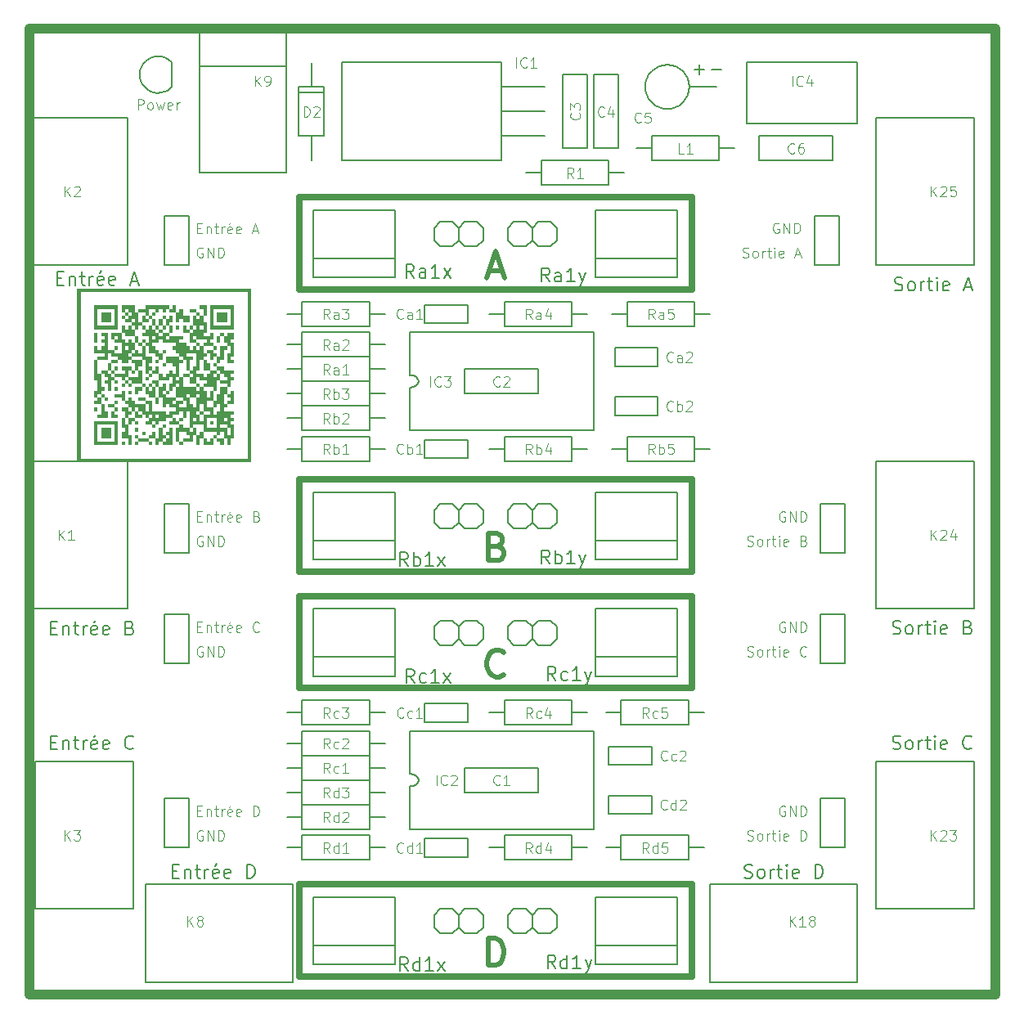
<source format=gto>
%FSLAX24Y24*%
%MOIN*%
%ADD10C,0.0040*%
%ADD11C,0.0053*%
%ADD12C,0.0069*%
%ADD13C,0.0212*%
%ADD14C,0.0250*%
%ADD15C,0.0394*%
D10*
G01X9192Y37041D02*
X9192Y37458D01*
X9430Y37041D02*
X9251Y37279D01*
X9430Y37458D02*
X9192Y37220D01*
X9628Y37041D02*
X9708Y37041D01*
X9708Y37041D02*
X9748Y37061D01*
X9748Y37061D02*
X9767Y37081D01*
X9767Y37081D02*
X9807Y37140D01*
X9807Y37140D02*
X9827Y37220D01*
X9827Y37220D02*
X9827Y37378D01*
X9827Y37378D02*
X9807Y37418D01*
X9807Y37418D02*
X9787Y37438D01*
X9787Y37438D02*
X9748Y37458D01*
X9748Y37458D02*
X9668Y37458D01*
X9668Y37458D02*
X9628Y37438D01*
X9628Y37438D02*
X9609Y37418D01*
X9609Y37418D02*
X9589Y37378D01*
X9589Y37378D02*
X9589Y37279D01*
X9589Y37279D02*
X9609Y37240D01*
X9609Y37240D02*
X9628Y37220D01*
X9628Y37220D02*
X9668Y37200D01*
X9668Y37200D02*
X9748Y37200D01*
X9748Y37200D02*
X9787Y37220D01*
X9787Y37220D02*
X9807Y37240D01*
X9807Y37240D02*
X9827Y37279D01*
X11192Y35791D02*
X11192Y36208D01*
X11192Y36208D02*
X11291Y36208D01*
X11291Y36208D02*
X11351Y36188D01*
X11351Y36188D02*
X11390Y36148D01*
X11390Y36148D02*
X11410Y36109D01*
X11410Y36109D02*
X11430Y36029D01*
X11430Y36029D02*
X11430Y35970D01*
X11430Y35970D02*
X11410Y35890D01*
X11410Y35890D02*
X11390Y35851D01*
X11390Y35851D02*
X11351Y35811D01*
X11351Y35811D02*
X11291Y35791D01*
X11291Y35791D02*
X11192Y35791D01*
X11589Y36168D02*
X11609Y36188D01*
X11609Y36188D02*
X11648Y36208D01*
X11648Y36208D02*
X11748Y36208D01*
X11748Y36208D02*
X11787Y36188D01*
X11787Y36188D02*
X11807Y36168D01*
X11807Y36168D02*
X11827Y36128D01*
X11827Y36128D02*
X11827Y36089D01*
X11827Y36089D02*
X11807Y36029D01*
X11807Y36029D02*
X11569Y35791D01*
X11569Y35791D02*
X11827Y35791D01*
X19843Y37791D02*
X19843Y38208D01*
X20279Y37831D02*
X20259Y37811D01*
X20259Y37811D02*
X20200Y37791D01*
X20200Y37791D02*
X20160Y37791D01*
X20160Y37791D02*
X20101Y37811D01*
X20101Y37811D02*
X20061Y37851D01*
X20061Y37851D02*
X20041Y37890D01*
X20041Y37890D02*
X20021Y37970D01*
X20021Y37970D02*
X20021Y38029D01*
X20021Y38029D02*
X20041Y38109D01*
X20041Y38109D02*
X20061Y38148D01*
X20061Y38148D02*
X20101Y38188D01*
X20101Y38188D02*
X20160Y38208D01*
X20160Y38208D02*
X20200Y38208D01*
X20200Y38208D02*
X20259Y38188D01*
X20259Y38188D02*
X20279Y38168D01*
X20676Y37791D02*
X20438Y37791D01*
X20557Y37791D02*
X20557Y38208D01*
X20557Y38208D02*
X20517Y38148D01*
X20517Y38148D02*
X20478Y38109D01*
X20478Y38109D02*
X20438Y38089D01*
X23430Y35821D02*
X23410Y35801D01*
X23410Y35801D02*
X23351Y35781D01*
X23351Y35781D02*
X23311Y35781D01*
X23311Y35781D02*
X23251Y35801D01*
X23251Y35801D02*
X23212Y35841D01*
X23212Y35841D02*
X23192Y35880D01*
X23192Y35880D02*
X23172Y35960D01*
X23172Y35960D02*
X23172Y36019D01*
X23172Y36019D02*
X23192Y36099D01*
X23192Y36099D02*
X23212Y36138D01*
X23212Y36138D02*
X23251Y36178D01*
X23251Y36178D02*
X23311Y36198D01*
X23311Y36198D02*
X23351Y36198D01*
X23351Y36198D02*
X23410Y36178D01*
X23410Y36178D02*
X23430Y36158D01*
X23787Y36059D02*
X23787Y35781D01*
X23688Y36218D02*
X23589Y35920D01*
X23589Y35920D02*
X23847Y35920D01*
X22418Y35930D02*
X22438Y35910D01*
X22438Y35910D02*
X22458Y35851D01*
X22458Y35851D02*
X22458Y35811D01*
X22458Y35811D02*
X22438Y35751D01*
X22438Y35751D02*
X22398Y35712D01*
X22398Y35712D02*
X22359Y35692D01*
X22359Y35692D02*
X22279Y35672D01*
X22279Y35672D02*
X22220Y35672D01*
X22220Y35672D02*
X22140Y35692D01*
X22140Y35692D02*
X22101Y35712D01*
X22101Y35712D02*
X22061Y35751D01*
X22061Y35751D02*
X22041Y35811D01*
X22041Y35811D02*
X22041Y35851D01*
X22041Y35851D02*
X22061Y35910D01*
X22061Y35910D02*
X22081Y35930D01*
X22041Y36069D02*
X22041Y36327D01*
X22041Y36327D02*
X22200Y36188D01*
X22200Y36188D02*
X22200Y36248D01*
X22200Y36248D02*
X22220Y36287D01*
X22220Y36287D02*
X22240Y36307D01*
X22240Y36307D02*
X22279Y36327D01*
X22279Y36327D02*
X22378Y36327D01*
X22378Y36327D02*
X22418Y36307D01*
X22418Y36307D02*
X22438Y36287D01*
X22438Y36287D02*
X22458Y36248D01*
X22458Y36248D02*
X22458Y36128D01*
X22458Y36128D02*
X22438Y36089D01*
X22438Y36089D02*
X22418Y36069D01*
X22180Y33291D02*
X22041Y33490D01*
X21942Y33291D02*
X21942Y33708D01*
X21942Y33708D02*
X22101Y33708D01*
X22101Y33708D02*
X22140Y33688D01*
X22140Y33688D02*
X22160Y33668D01*
X22160Y33668D02*
X22180Y33628D01*
X22180Y33628D02*
X22180Y33569D01*
X22180Y33569D02*
X22160Y33529D01*
X22160Y33529D02*
X22140Y33509D01*
X22140Y33509D02*
X22101Y33490D01*
X22101Y33490D02*
X21942Y33490D01*
X22577Y33291D02*
X22339Y33291D01*
X22458Y33291D02*
X22458Y33708D01*
X22458Y33708D02*
X22418Y33648D01*
X22418Y33648D02*
X22378Y33609D01*
X22378Y33609D02*
X22339Y33589D01*
X31093Y37031D02*
X31093Y37448D01*
X31529Y37071D02*
X31509Y37051D01*
X31509Y37051D02*
X31450Y37031D01*
X31450Y37031D02*
X31410Y37031D01*
X31410Y37031D02*
X31351Y37051D01*
X31351Y37051D02*
X31311Y37091D01*
X31311Y37091D02*
X31291Y37130D01*
X31291Y37130D02*
X31271Y37210D01*
X31271Y37210D02*
X31271Y37269D01*
X31271Y37269D02*
X31291Y37349D01*
X31291Y37349D02*
X31311Y37388D01*
X31311Y37388D02*
X31351Y37428D01*
X31351Y37428D02*
X31410Y37448D01*
X31410Y37448D02*
X31450Y37448D01*
X31450Y37448D02*
X31509Y37428D01*
X31509Y37428D02*
X31529Y37408D01*
X31886Y37309D02*
X31886Y37031D01*
X31787Y37468D02*
X31688Y37170D01*
X31688Y37170D02*
X31946Y37170D01*
X26680Y34291D02*
X26482Y34291D01*
X26482Y34291D02*
X26482Y34708D01*
X27037Y34291D02*
X26799Y34291D01*
X26918Y34291D02*
X26918Y34708D01*
X26918Y34708D02*
X26878Y34648D01*
X26878Y34648D02*
X26839Y34609D01*
X26839Y34609D02*
X26799Y34589D01*
X24930Y35581D02*
X24910Y35561D01*
X24910Y35561D02*
X24851Y35541D01*
X24851Y35541D02*
X24811Y35541D01*
X24811Y35541D02*
X24751Y35561D01*
X24751Y35561D02*
X24712Y35601D01*
X24712Y35601D02*
X24692Y35640D01*
X24692Y35640D02*
X24672Y35720D01*
X24672Y35720D02*
X24672Y35779D01*
X24672Y35779D02*
X24692Y35859D01*
X24692Y35859D02*
X24712Y35898D01*
X24712Y35898D02*
X24751Y35938D01*
X24751Y35938D02*
X24811Y35958D01*
X24811Y35958D02*
X24851Y35958D01*
X24851Y35958D02*
X24910Y35938D01*
X24910Y35938D02*
X24930Y35918D01*
X25307Y35958D02*
X25109Y35958D01*
X25109Y35958D02*
X25089Y35759D01*
X25089Y35759D02*
X25109Y35779D01*
X25109Y35779D02*
X25148Y35799D01*
X25148Y35799D02*
X25248Y35799D01*
X25248Y35799D02*
X25287Y35779D01*
X25287Y35779D02*
X25307Y35759D01*
X25307Y35759D02*
X25327Y35720D01*
X25327Y35720D02*
X25327Y35621D01*
X25327Y35621D02*
X25307Y35581D01*
X25307Y35581D02*
X25287Y35561D01*
X25287Y35561D02*
X25248Y35541D01*
X25248Y35541D02*
X25148Y35541D01*
X25148Y35541D02*
X25109Y35561D01*
X25109Y35561D02*
X25089Y35581D01*
X1442Y32541D02*
X1442Y32958D01*
X1680Y32541D02*
X1501Y32779D01*
X1680Y32958D02*
X1442Y32720D01*
X1839Y32918D02*
X1859Y32938D01*
X1859Y32938D02*
X1898Y32958D01*
X1898Y32958D02*
X1998Y32958D01*
X1998Y32958D02*
X2037Y32938D01*
X2037Y32938D02*
X2057Y32918D01*
X2057Y32918D02*
X2077Y32878D01*
X2077Y32878D02*
X2077Y32839D01*
X2077Y32839D02*
X2057Y32779D01*
X2057Y32779D02*
X1819Y32541D01*
X1819Y32541D02*
X2077Y32541D01*
X36744Y32541D02*
X36744Y32958D01*
X36982Y32541D02*
X36803Y32779D01*
X36982Y32958D02*
X36744Y32720D01*
X37140Y32918D02*
X37160Y32938D01*
X37160Y32938D02*
X37200Y32958D01*
X37200Y32958D02*
X37299Y32958D01*
X37299Y32958D02*
X37339Y32938D01*
X37339Y32938D02*
X37359Y32918D01*
X37359Y32918D02*
X37378Y32878D01*
X37378Y32878D02*
X37378Y32839D01*
X37378Y32839D02*
X37359Y32779D01*
X37359Y32779D02*
X37121Y32541D01*
X37121Y32541D02*
X37378Y32541D01*
X37755Y32958D02*
X37557Y32958D01*
X37557Y32958D02*
X37537Y32759D01*
X37537Y32759D02*
X37557Y32779D01*
X37557Y32779D02*
X37597Y32799D01*
X37597Y32799D02*
X37696Y32799D01*
X37696Y32799D02*
X37736Y32779D01*
X37736Y32779D02*
X37755Y32759D01*
X37755Y32759D02*
X37775Y32720D01*
X37775Y32720D02*
X37775Y32621D01*
X37775Y32621D02*
X37755Y32581D01*
X37755Y32581D02*
X37736Y32561D01*
X37736Y32561D02*
X37696Y32541D01*
X37696Y32541D02*
X37597Y32541D01*
X37597Y32541D02*
X37557Y32561D01*
X37557Y32561D02*
X37537Y32581D01*
X1192Y18541D02*
X1192Y18958D01*
X1430Y18541D02*
X1251Y18779D01*
X1430Y18958D02*
X1192Y18720D01*
X1827Y18541D02*
X1589Y18541D01*
X1708Y18541D02*
X1708Y18958D01*
X1708Y18958D02*
X1668Y18898D01*
X1668Y18898D02*
X1628Y18859D01*
X1628Y18859D02*
X1589Y18839D01*
X1442Y6291D02*
X1442Y6708D01*
X1680Y6291D02*
X1501Y6529D01*
X1680Y6708D02*
X1442Y6470D01*
X1819Y6708D02*
X2077Y6708D01*
X2077Y6708D02*
X1938Y6549D01*
X1938Y6549D02*
X1998Y6549D01*
X1998Y6549D02*
X2037Y6529D01*
X2037Y6529D02*
X2057Y6509D01*
X2057Y6509D02*
X2077Y6470D01*
X2077Y6470D02*
X2077Y6371D01*
X2077Y6371D02*
X2057Y6331D01*
X2057Y6331D02*
X2037Y6311D01*
X2037Y6311D02*
X1998Y6291D01*
X1998Y6291D02*
X1878Y6291D01*
X1878Y6291D02*
X1839Y6311D01*
X1839Y6311D02*
X1819Y6331D01*
X6442Y2791D02*
X6442Y3208D01*
X6680Y2791D02*
X6501Y3029D01*
X6680Y3208D02*
X6442Y2970D01*
X6918Y3029D02*
X6878Y3049D01*
X6878Y3049D02*
X6859Y3069D01*
X6859Y3069D02*
X6839Y3109D01*
X6839Y3109D02*
X6839Y3128D01*
X6839Y3128D02*
X6859Y3168D01*
X6859Y3168D02*
X6878Y3188D01*
X6878Y3188D02*
X6918Y3208D01*
X6918Y3208D02*
X6998Y3208D01*
X6998Y3208D02*
X7037Y3188D01*
X7037Y3188D02*
X7057Y3168D01*
X7057Y3168D02*
X7077Y3128D01*
X7077Y3128D02*
X7077Y3109D01*
X7077Y3109D02*
X7057Y3069D01*
X7057Y3069D02*
X7037Y3049D01*
X7037Y3049D02*
X6998Y3029D01*
X6998Y3029D02*
X6918Y3029D01*
X6918Y3029D02*
X6878Y3009D01*
X6878Y3009D02*
X6859Y2990D01*
X6859Y2990D02*
X6839Y2950D01*
X6839Y2950D02*
X6839Y2871D01*
X6839Y2871D02*
X6859Y2831D01*
X6859Y2831D02*
X6878Y2811D01*
X6878Y2811D02*
X6918Y2791D01*
X6918Y2791D02*
X6998Y2791D01*
X6998Y2791D02*
X7037Y2811D01*
X7037Y2811D02*
X7057Y2831D01*
X7057Y2831D02*
X7077Y2871D01*
X7077Y2871D02*
X7077Y2950D01*
X7077Y2950D02*
X7057Y2990D01*
X7057Y2990D02*
X7037Y3009D01*
X7037Y3009D02*
X6998Y3029D01*
X16343Y24791D02*
X16343Y25208D01*
X16779Y24831D02*
X16759Y24811D01*
X16759Y24811D02*
X16700Y24791D01*
X16700Y24791D02*
X16660Y24791D01*
X16660Y24791D02*
X16601Y24811D01*
X16601Y24811D02*
X16561Y24851D01*
X16561Y24851D02*
X16541Y24890D01*
X16541Y24890D02*
X16521Y24970D01*
X16521Y24970D02*
X16521Y25029D01*
X16521Y25029D02*
X16541Y25109D01*
X16541Y25109D02*
X16561Y25148D01*
X16561Y25148D02*
X16601Y25188D01*
X16601Y25188D02*
X16660Y25208D01*
X16660Y25208D02*
X16700Y25208D01*
X16700Y25208D02*
X16759Y25188D01*
X16759Y25188D02*
X16779Y25168D01*
X16918Y25208D02*
X17176Y25208D01*
X17176Y25208D02*
X17037Y25049D01*
X17037Y25049D02*
X17097Y25049D01*
X17097Y25049D02*
X17136Y25029D01*
X17136Y25029D02*
X17156Y25009D01*
X17156Y25009D02*
X17176Y24970D01*
X17176Y24970D02*
X17176Y24871D01*
X17176Y24871D02*
X17156Y24831D01*
X17156Y24831D02*
X17136Y24811D01*
X17136Y24811D02*
X17097Y24791D01*
X17097Y24791D02*
X16978Y24791D01*
X16978Y24791D02*
X16938Y24811D01*
X16938Y24811D02*
X16918Y24831D01*
X16593Y8541D02*
X16593Y8958D01*
X17029Y8581D02*
X17009Y8561D01*
X17009Y8561D02*
X16950Y8541D01*
X16950Y8541D02*
X16910Y8541D01*
X16910Y8541D02*
X16851Y8561D01*
X16851Y8561D02*
X16811Y8601D01*
X16811Y8601D02*
X16791Y8640D01*
X16791Y8640D02*
X16771Y8720D01*
X16771Y8720D02*
X16771Y8779D01*
X16771Y8779D02*
X16791Y8859D01*
X16791Y8859D02*
X16811Y8898D01*
X16811Y8898D02*
X16851Y8938D01*
X16851Y8938D02*
X16910Y8958D01*
X16910Y8958D02*
X16950Y8958D01*
X16950Y8958D02*
X17009Y8938D01*
X17009Y8938D02*
X17029Y8918D01*
X17188Y8918D02*
X17208Y8938D01*
X17208Y8938D02*
X17248Y8958D01*
X17248Y8958D02*
X17347Y8958D01*
X17347Y8958D02*
X17386Y8938D01*
X17386Y8938D02*
X17406Y8918D01*
X17406Y8918D02*
X17426Y8878D01*
X17426Y8878D02*
X17426Y8839D01*
X17426Y8839D02*
X17406Y8779D01*
X17406Y8779D02*
X17168Y8541D01*
X17168Y8541D02*
X17426Y8541D01*
X15242Y27581D02*
X15222Y27561D01*
X15222Y27561D02*
X15162Y27541D01*
X15162Y27541D02*
X15123Y27541D01*
X15123Y27541D02*
X15063Y27561D01*
X15063Y27561D02*
X15023Y27601D01*
X15023Y27601D02*
X15003Y27640D01*
X15003Y27640D02*
X14984Y27720D01*
X14984Y27720D02*
X14984Y27779D01*
X14984Y27779D02*
X15003Y27859D01*
X15003Y27859D02*
X15023Y27898D01*
X15023Y27898D02*
X15063Y27938D01*
X15063Y27938D02*
X15123Y27958D01*
X15123Y27958D02*
X15162Y27958D01*
X15162Y27958D02*
X15222Y27938D01*
X15222Y27938D02*
X15242Y27918D01*
X15599Y27541D02*
X15599Y27759D01*
X15599Y27759D02*
X15579Y27799D01*
X15579Y27799D02*
X15539Y27819D01*
X15539Y27819D02*
X15460Y27819D01*
X15460Y27819D02*
X15420Y27799D01*
X15599Y27561D02*
X15559Y27541D01*
X15559Y27541D02*
X15460Y27541D01*
X15460Y27541D02*
X15420Y27561D01*
X15420Y27561D02*
X15400Y27601D01*
X15400Y27601D02*
X15400Y27640D01*
X15400Y27640D02*
X15420Y27680D01*
X15420Y27680D02*
X15460Y27700D01*
X15460Y27700D02*
X15559Y27700D01*
X15559Y27700D02*
X15599Y27720D01*
X16015Y27541D02*
X15777Y27541D01*
X15896Y27541D02*
X15896Y27958D01*
X15896Y27958D02*
X15857Y27898D01*
X15857Y27898D02*
X15817Y27859D01*
X15817Y27859D02*
X15777Y27839D01*
X26242Y25831D02*
X26222Y25811D01*
X26222Y25811D02*
X26162Y25791D01*
X26162Y25791D02*
X26123Y25791D01*
X26123Y25791D02*
X26063Y25811D01*
X26063Y25811D02*
X26023Y25851D01*
X26023Y25851D02*
X26003Y25890D01*
X26003Y25890D02*
X25984Y25970D01*
X25984Y25970D02*
X25984Y26029D01*
X25984Y26029D02*
X26003Y26109D01*
X26003Y26109D02*
X26023Y26148D01*
X26023Y26148D02*
X26063Y26188D01*
X26063Y26188D02*
X26123Y26208D01*
X26123Y26208D02*
X26162Y26208D01*
X26162Y26208D02*
X26222Y26188D01*
X26222Y26188D02*
X26242Y26168D01*
X26599Y25791D02*
X26599Y26009D01*
X26599Y26009D02*
X26579Y26049D01*
X26579Y26049D02*
X26539Y26069D01*
X26539Y26069D02*
X26460Y26069D01*
X26460Y26069D02*
X26420Y26049D01*
X26599Y25811D02*
X26559Y25791D01*
X26559Y25791D02*
X26460Y25791D01*
X26460Y25791D02*
X26420Y25811D01*
X26420Y25811D02*
X26400Y25851D01*
X26400Y25851D02*
X26400Y25890D01*
X26400Y25890D02*
X26420Y25930D01*
X26420Y25930D02*
X26460Y25950D01*
X26460Y25950D02*
X26559Y25950D01*
X26559Y25950D02*
X26599Y25970D01*
X26777Y26168D02*
X26797Y26188D01*
X26797Y26188D02*
X26837Y26208D01*
X26837Y26208D02*
X26936Y26208D01*
X26936Y26208D02*
X26976Y26188D01*
X26976Y26188D02*
X26996Y26168D01*
X26996Y26168D02*
X27015Y26128D01*
X27015Y26128D02*
X27015Y26089D01*
X27015Y26089D02*
X26996Y26029D01*
X26996Y26029D02*
X26757Y25791D01*
X26757Y25791D02*
X27015Y25791D01*
X12242Y25291D02*
X12103Y25490D01*
X12003Y25291D02*
X12003Y25708D01*
X12003Y25708D02*
X12162Y25708D01*
X12162Y25708D02*
X12202Y25688D01*
X12202Y25688D02*
X12222Y25668D01*
X12222Y25668D02*
X12242Y25628D01*
X12242Y25628D02*
X12242Y25569D01*
X12242Y25569D02*
X12222Y25529D01*
X12222Y25529D02*
X12202Y25509D01*
X12202Y25509D02*
X12162Y25490D01*
X12162Y25490D02*
X12003Y25490D01*
X12599Y25291D02*
X12599Y25509D01*
X12599Y25509D02*
X12579Y25549D01*
X12579Y25549D02*
X12539Y25569D01*
X12539Y25569D02*
X12460Y25569D01*
X12460Y25569D02*
X12420Y25549D01*
X12599Y25311D02*
X12559Y25291D01*
X12559Y25291D02*
X12460Y25291D01*
X12460Y25291D02*
X12420Y25311D01*
X12420Y25311D02*
X12400Y25351D01*
X12400Y25351D02*
X12400Y25390D01*
X12400Y25390D02*
X12420Y25430D01*
X12420Y25430D02*
X12460Y25450D01*
X12460Y25450D02*
X12559Y25450D01*
X12559Y25450D02*
X12599Y25470D01*
X13015Y25291D02*
X12777Y25291D01*
X12896Y25291D02*
X12896Y25708D01*
X12896Y25708D02*
X12857Y25648D01*
X12857Y25648D02*
X12817Y25609D01*
X12817Y25609D02*
X12777Y25589D01*
X25492Y27541D02*
X25353Y27740D01*
X25253Y27541D02*
X25253Y27958D01*
X25253Y27958D02*
X25412Y27958D01*
X25412Y27958D02*
X25452Y27938D01*
X25452Y27938D02*
X25472Y27918D01*
X25472Y27918D02*
X25492Y27878D01*
X25492Y27878D02*
X25492Y27819D01*
X25492Y27819D02*
X25472Y27779D01*
X25472Y27779D02*
X25452Y27759D01*
X25452Y27759D02*
X25412Y27740D01*
X25412Y27740D02*
X25253Y27740D01*
X25849Y27541D02*
X25849Y27759D01*
X25849Y27759D02*
X25829Y27799D01*
X25829Y27799D02*
X25789Y27819D01*
X25789Y27819D02*
X25710Y27819D01*
X25710Y27819D02*
X25670Y27799D01*
X25849Y27561D02*
X25809Y27541D01*
X25809Y27541D02*
X25710Y27541D01*
X25710Y27541D02*
X25670Y27561D01*
X25670Y27561D02*
X25650Y27601D01*
X25650Y27601D02*
X25650Y27640D01*
X25650Y27640D02*
X25670Y27680D01*
X25670Y27680D02*
X25710Y27700D01*
X25710Y27700D02*
X25809Y27700D01*
X25809Y27700D02*
X25849Y27720D01*
X26246Y27958D02*
X26047Y27958D01*
X26047Y27958D02*
X26027Y27759D01*
X26027Y27759D02*
X26047Y27779D01*
X26047Y27779D02*
X26087Y27799D01*
X26087Y27799D02*
X26186Y27799D01*
X26186Y27799D02*
X26226Y27779D01*
X26226Y27779D02*
X26246Y27759D01*
X26246Y27759D02*
X26265Y27720D01*
X26265Y27720D02*
X26265Y27621D01*
X26265Y27621D02*
X26246Y27581D01*
X26246Y27581D02*
X26226Y27561D01*
X26226Y27561D02*
X26186Y27541D01*
X26186Y27541D02*
X26087Y27541D01*
X26087Y27541D02*
X26047Y27561D01*
X26047Y27561D02*
X26027Y27581D01*
X12242Y26291D02*
X12103Y26490D01*
X12003Y26291D02*
X12003Y26708D01*
X12003Y26708D02*
X12162Y26708D01*
X12162Y26708D02*
X12202Y26688D01*
X12202Y26688D02*
X12222Y26668D01*
X12222Y26668D02*
X12242Y26628D01*
X12242Y26628D02*
X12242Y26569D01*
X12242Y26569D02*
X12222Y26529D01*
X12222Y26529D02*
X12202Y26509D01*
X12202Y26509D02*
X12162Y26490D01*
X12162Y26490D02*
X12003Y26490D01*
X12599Y26291D02*
X12599Y26509D01*
X12599Y26509D02*
X12579Y26549D01*
X12579Y26549D02*
X12539Y26569D01*
X12539Y26569D02*
X12460Y26569D01*
X12460Y26569D02*
X12420Y26549D01*
X12599Y26311D02*
X12559Y26291D01*
X12559Y26291D02*
X12460Y26291D01*
X12460Y26291D02*
X12420Y26311D01*
X12420Y26311D02*
X12400Y26351D01*
X12400Y26351D02*
X12400Y26390D01*
X12400Y26390D02*
X12420Y26430D01*
X12420Y26430D02*
X12460Y26450D01*
X12460Y26450D02*
X12559Y26450D01*
X12559Y26450D02*
X12599Y26470D01*
X12777Y26668D02*
X12797Y26688D01*
X12797Y26688D02*
X12837Y26708D01*
X12837Y26708D02*
X12936Y26708D01*
X12936Y26708D02*
X12976Y26688D01*
X12976Y26688D02*
X12996Y26668D01*
X12996Y26668D02*
X13015Y26628D01*
X13015Y26628D02*
X13015Y26589D01*
X13015Y26589D02*
X12996Y26529D01*
X12996Y26529D02*
X12757Y26291D01*
X12757Y26291D02*
X13015Y26291D01*
X20492Y27531D02*
X20353Y27730D01*
X20253Y27531D02*
X20253Y27948D01*
X20253Y27948D02*
X20412Y27948D01*
X20412Y27948D02*
X20452Y27928D01*
X20452Y27928D02*
X20472Y27908D01*
X20472Y27908D02*
X20492Y27869D01*
X20492Y27869D02*
X20492Y27809D01*
X20492Y27809D02*
X20472Y27769D01*
X20472Y27769D02*
X20452Y27750D01*
X20452Y27750D02*
X20412Y27730D01*
X20412Y27730D02*
X20253Y27730D01*
X20849Y27531D02*
X20849Y27750D01*
X20849Y27750D02*
X20829Y27789D01*
X20829Y27789D02*
X20789Y27809D01*
X20789Y27809D02*
X20710Y27809D01*
X20710Y27809D02*
X20670Y27789D01*
X20849Y27551D02*
X20809Y27531D01*
X20809Y27531D02*
X20710Y27531D01*
X20710Y27531D02*
X20670Y27551D01*
X20670Y27551D02*
X20650Y27591D01*
X20650Y27591D02*
X20650Y27630D01*
X20650Y27630D02*
X20670Y27670D01*
X20670Y27670D02*
X20710Y27690D01*
X20710Y27690D02*
X20809Y27690D01*
X20809Y27690D02*
X20849Y27710D01*
X21226Y27809D02*
X21226Y27531D01*
X21126Y27968D02*
X21027Y27670D01*
X21027Y27670D02*
X21285Y27670D01*
X36744Y18531D02*
X36744Y18948D01*
X36982Y18531D02*
X36803Y18769D01*
X36982Y18948D02*
X36744Y18710D01*
X37140Y18908D02*
X37160Y18928D01*
X37160Y18928D02*
X37200Y18948D01*
X37200Y18948D02*
X37299Y18948D01*
X37299Y18948D02*
X37339Y18928D01*
X37339Y18928D02*
X37359Y18908D01*
X37359Y18908D02*
X37378Y18869D01*
X37378Y18869D02*
X37378Y18829D01*
X37378Y18829D02*
X37359Y18769D01*
X37359Y18769D02*
X37121Y18531D01*
X37121Y18531D02*
X37378Y18531D01*
X37736Y18809D02*
X37736Y18531D01*
X37636Y18968D02*
X37537Y18670D01*
X37537Y18670D02*
X37795Y18670D01*
X36744Y6291D02*
X36744Y6708D01*
X36982Y6291D02*
X36803Y6529D01*
X36982Y6708D02*
X36744Y6470D01*
X37140Y6668D02*
X37160Y6688D01*
X37160Y6688D02*
X37200Y6708D01*
X37200Y6708D02*
X37299Y6708D01*
X37299Y6708D02*
X37339Y6688D01*
X37339Y6688D02*
X37359Y6668D01*
X37359Y6668D02*
X37378Y6628D01*
X37378Y6628D02*
X37378Y6589D01*
X37378Y6589D02*
X37359Y6529D01*
X37359Y6529D02*
X37121Y6291D01*
X37121Y6291D02*
X37378Y6291D01*
X37517Y6708D02*
X37775Y6708D01*
X37775Y6708D02*
X37636Y6549D01*
X37636Y6549D02*
X37696Y6549D01*
X37696Y6549D02*
X37736Y6529D01*
X37736Y6529D02*
X37755Y6509D01*
X37755Y6509D02*
X37775Y6470D01*
X37775Y6470D02*
X37775Y6371D01*
X37775Y6371D02*
X37755Y6331D01*
X37755Y6331D02*
X37736Y6311D01*
X37736Y6311D02*
X37696Y6291D01*
X37696Y6291D02*
X37577Y6291D01*
X37577Y6291D02*
X37537Y6311D01*
X37537Y6311D02*
X37517Y6331D01*
X30994Y2791D02*
X30994Y3208D01*
X31232Y2791D02*
X31053Y3029D01*
X31232Y3208D02*
X30994Y2970D01*
X31628Y2791D02*
X31390Y2791D01*
X31509Y2791D02*
X31509Y3208D01*
X31509Y3208D02*
X31470Y3148D01*
X31470Y3148D02*
X31430Y3109D01*
X31430Y3109D02*
X31390Y3089D01*
X31867Y3029D02*
X31827Y3049D01*
X31827Y3049D02*
X31807Y3069D01*
X31807Y3069D02*
X31787Y3109D01*
X31787Y3109D02*
X31787Y3128D01*
X31787Y3128D02*
X31807Y3168D01*
X31807Y3168D02*
X31827Y3188D01*
X31827Y3188D02*
X31867Y3208D01*
X31867Y3208D02*
X31946Y3208D01*
X31946Y3208D02*
X31986Y3188D01*
X31986Y3188D02*
X32005Y3168D01*
X32005Y3168D02*
X32025Y3128D01*
X32025Y3128D02*
X32025Y3109D01*
X32025Y3109D02*
X32005Y3069D01*
X32005Y3069D02*
X31986Y3049D01*
X31986Y3049D02*
X31946Y3029D01*
X31946Y3029D02*
X31867Y3029D01*
X31867Y3029D02*
X31827Y3009D01*
X31827Y3009D02*
X31807Y2990D01*
X31807Y2990D02*
X31787Y2950D01*
X31787Y2950D02*
X31787Y2871D01*
X31787Y2871D02*
X31807Y2831D01*
X31807Y2831D02*
X31827Y2811D01*
X31827Y2811D02*
X31867Y2791D01*
X31867Y2791D02*
X31946Y2791D01*
X31946Y2791D02*
X31986Y2811D01*
X31986Y2811D02*
X32005Y2831D01*
X32005Y2831D02*
X32025Y2871D01*
X32025Y2871D02*
X32025Y2950D01*
X32025Y2950D02*
X32005Y2990D01*
X32005Y2990D02*
X31986Y3009D01*
X31986Y3009D02*
X31946Y3029D01*
X12242Y24291D02*
X12103Y24490D01*
X12003Y24291D02*
X12003Y24708D01*
X12003Y24708D02*
X12162Y24708D01*
X12162Y24708D02*
X12202Y24688D01*
X12202Y24688D02*
X12222Y24668D01*
X12222Y24668D02*
X12242Y24628D01*
X12242Y24628D02*
X12242Y24569D01*
X12242Y24569D02*
X12222Y24529D01*
X12222Y24529D02*
X12202Y24509D01*
X12202Y24509D02*
X12162Y24490D01*
X12162Y24490D02*
X12003Y24490D01*
X12420Y24291D02*
X12420Y24708D01*
X12420Y24549D02*
X12460Y24569D01*
X12460Y24569D02*
X12539Y24569D01*
X12539Y24569D02*
X12579Y24549D01*
X12579Y24549D02*
X12599Y24529D01*
X12599Y24529D02*
X12619Y24490D01*
X12619Y24490D02*
X12619Y24371D01*
X12619Y24371D02*
X12599Y24331D01*
X12599Y24331D02*
X12579Y24311D01*
X12579Y24311D02*
X12539Y24291D01*
X12539Y24291D02*
X12460Y24291D01*
X12460Y24291D02*
X12420Y24311D01*
X12757Y24708D02*
X13015Y24708D01*
X13015Y24708D02*
X12876Y24549D01*
X12876Y24549D02*
X12936Y24549D01*
X12936Y24549D02*
X12976Y24529D01*
X12976Y24529D02*
X12996Y24509D01*
X12996Y24509D02*
X13015Y24470D01*
X13015Y24470D02*
X13015Y24371D01*
X13015Y24371D02*
X12996Y24331D01*
X12996Y24331D02*
X12976Y24311D01*
X12976Y24311D02*
X12936Y24291D01*
X12936Y24291D02*
X12817Y24291D01*
X12817Y24291D02*
X12777Y24311D01*
X12777Y24311D02*
X12757Y24331D01*
X25492Y22041D02*
X25353Y22240D01*
X25253Y22041D02*
X25253Y22458D01*
X25253Y22458D02*
X25412Y22458D01*
X25412Y22458D02*
X25452Y22438D01*
X25452Y22438D02*
X25472Y22418D01*
X25472Y22418D02*
X25492Y22378D01*
X25492Y22378D02*
X25492Y22319D01*
X25492Y22319D02*
X25472Y22279D01*
X25472Y22279D02*
X25452Y22259D01*
X25452Y22259D02*
X25412Y22240D01*
X25412Y22240D02*
X25253Y22240D01*
X25670Y22041D02*
X25670Y22458D01*
X25670Y22299D02*
X25710Y22319D01*
X25710Y22319D02*
X25789Y22319D01*
X25789Y22319D02*
X25829Y22299D01*
X25829Y22299D02*
X25849Y22279D01*
X25849Y22279D02*
X25869Y22240D01*
X25869Y22240D02*
X25869Y22121D01*
X25869Y22121D02*
X25849Y22081D01*
X25849Y22081D02*
X25829Y22061D01*
X25829Y22061D02*
X25789Y22041D01*
X25789Y22041D02*
X25710Y22041D01*
X25710Y22041D02*
X25670Y22061D01*
X26246Y22458D02*
X26047Y22458D01*
X26047Y22458D02*
X26027Y22259D01*
X26027Y22259D02*
X26047Y22279D01*
X26047Y22279D02*
X26087Y22299D01*
X26087Y22299D02*
X26186Y22299D01*
X26186Y22299D02*
X26226Y22279D01*
X26226Y22279D02*
X26246Y22259D01*
X26246Y22259D02*
X26265Y22220D01*
X26265Y22220D02*
X26265Y22121D01*
X26265Y22121D02*
X26246Y22081D01*
X26246Y22081D02*
X26226Y22061D01*
X26226Y22061D02*
X26186Y22041D01*
X26186Y22041D02*
X26087Y22041D01*
X26087Y22041D02*
X26047Y22061D01*
X26047Y22061D02*
X26027Y22081D01*
X12242Y23291D02*
X12103Y23490D01*
X12003Y23291D02*
X12003Y23708D01*
X12003Y23708D02*
X12162Y23708D01*
X12162Y23708D02*
X12202Y23688D01*
X12202Y23688D02*
X12222Y23668D01*
X12222Y23668D02*
X12242Y23628D01*
X12242Y23628D02*
X12242Y23569D01*
X12242Y23569D02*
X12222Y23529D01*
X12222Y23529D02*
X12202Y23509D01*
X12202Y23509D02*
X12162Y23490D01*
X12162Y23490D02*
X12003Y23490D01*
X12420Y23291D02*
X12420Y23708D01*
X12420Y23549D02*
X12460Y23569D01*
X12460Y23569D02*
X12539Y23569D01*
X12539Y23569D02*
X12579Y23549D01*
X12579Y23549D02*
X12599Y23529D01*
X12599Y23529D02*
X12619Y23490D01*
X12619Y23490D02*
X12619Y23371D01*
X12619Y23371D02*
X12599Y23331D01*
X12599Y23331D02*
X12579Y23311D01*
X12579Y23311D02*
X12539Y23291D01*
X12539Y23291D02*
X12460Y23291D01*
X12460Y23291D02*
X12420Y23311D01*
X12777Y23668D02*
X12797Y23688D01*
X12797Y23688D02*
X12837Y23708D01*
X12837Y23708D02*
X12936Y23708D01*
X12936Y23708D02*
X12976Y23688D01*
X12976Y23688D02*
X12996Y23668D01*
X12996Y23668D02*
X13015Y23628D01*
X13015Y23628D02*
X13015Y23589D01*
X13015Y23589D02*
X12996Y23529D01*
X12996Y23529D02*
X12757Y23291D01*
X12757Y23291D02*
X13015Y23291D01*
X20492Y22031D02*
X20353Y22230D01*
X20253Y22031D02*
X20253Y22448D01*
X20253Y22448D02*
X20412Y22448D01*
X20412Y22448D02*
X20452Y22428D01*
X20452Y22428D02*
X20472Y22408D01*
X20472Y22408D02*
X20492Y22369D01*
X20492Y22369D02*
X20492Y22309D01*
X20492Y22309D02*
X20472Y22269D01*
X20472Y22269D02*
X20452Y22250D01*
X20452Y22250D02*
X20412Y22230D01*
X20412Y22230D02*
X20253Y22230D01*
X20670Y22031D02*
X20670Y22448D01*
X20670Y22289D02*
X20710Y22309D01*
X20710Y22309D02*
X20789Y22309D01*
X20789Y22309D02*
X20829Y22289D01*
X20829Y22289D02*
X20849Y22269D01*
X20849Y22269D02*
X20869Y22230D01*
X20869Y22230D02*
X20869Y22111D01*
X20869Y22111D02*
X20849Y22071D01*
X20849Y22071D02*
X20829Y22051D01*
X20829Y22051D02*
X20789Y22031D01*
X20789Y22031D02*
X20710Y22031D01*
X20710Y22031D02*
X20670Y22051D01*
X21226Y22309D02*
X21226Y22031D01*
X21126Y22468D02*
X21027Y22170D01*
X21027Y22170D02*
X21285Y22170D01*
X15242Y22081D02*
X15222Y22061D01*
X15222Y22061D02*
X15162Y22041D01*
X15162Y22041D02*
X15123Y22041D01*
X15123Y22041D02*
X15063Y22061D01*
X15063Y22061D02*
X15023Y22101D01*
X15023Y22101D02*
X15003Y22140D01*
X15003Y22140D02*
X14984Y22220D01*
X14984Y22220D02*
X14984Y22279D01*
X14984Y22279D02*
X15003Y22359D01*
X15003Y22359D02*
X15023Y22398D01*
X15023Y22398D02*
X15063Y22438D01*
X15063Y22438D02*
X15123Y22458D01*
X15123Y22458D02*
X15162Y22458D01*
X15162Y22458D02*
X15222Y22438D01*
X15222Y22438D02*
X15242Y22418D01*
X15420Y22041D02*
X15420Y22458D01*
X15420Y22299D02*
X15460Y22319D01*
X15460Y22319D02*
X15539Y22319D01*
X15539Y22319D02*
X15579Y22299D01*
X15579Y22299D02*
X15599Y22279D01*
X15599Y22279D02*
X15619Y22240D01*
X15619Y22240D02*
X15619Y22121D01*
X15619Y22121D02*
X15599Y22081D01*
X15599Y22081D02*
X15579Y22061D01*
X15579Y22061D02*
X15539Y22041D01*
X15539Y22041D02*
X15460Y22041D01*
X15460Y22041D02*
X15420Y22061D01*
X16015Y22041D02*
X15777Y22041D01*
X15896Y22041D02*
X15896Y22458D01*
X15896Y22458D02*
X15857Y22398D01*
X15857Y22398D02*
X15817Y22359D01*
X15817Y22359D02*
X15777Y22339D01*
X26242Y23831D02*
X26222Y23811D01*
X26222Y23811D02*
X26162Y23791D01*
X26162Y23791D02*
X26123Y23791D01*
X26123Y23791D02*
X26063Y23811D01*
X26063Y23811D02*
X26023Y23851D01*
X26023Y23851D02*
X26003Y23890D01*
X26003Y23890D02*
X25984Y23970D01*
X25984Y23970D02*
X25984Y24029D01*
X25984Y24029D02*
X26003Y24109D01*
X26003Y24109D02*
X26023Y24148D01*
X26023Y24148D02*
X26063Y24188D01*
X26063Y24188D02*
X26123Y24208D01*
X26123Y24208D02*
X26162Y24208D01*
X26162Y24208D02*
X26222Y24188D01*
X26222Y24188D02*
X26242Y24168D01*
X26420Y23791D02*
X26420Y24208D01*
X26420Y24049D02*
X26460Y24069D01*
X26460Y24069D02*
X26539Y24069D01*
X26539Y24069D02*
X26579Y24049D01*
X26579Y24049D02*
X26599Y24029D01*
X26599Y24029D02*
X26619Y23990D01*
X26619Y23990D02*
X26619Y23871D01*
X26619Y23871D02*
X26599Y23831D01*
X26599Y23831D02*
X26579Y23811D01*
X26579Y23811D02*
X26539Y23791D01*
X26539Y23791D02*
X26460Y23791D01*
X26460Y23791D02*
X26420Y23811D01*
X26777Y24168D02*
X26797Y24188D01*
X26797Y24188D02*
X26837Y24208D01*
X26837Y24208D02*
X26936Y24208D01*
X26936Y24208D02*
X26976Y24188D01*
X26976Y24188D02*
X26996Y24168D01*
X26996Y24168D02*
X27015Y24128D01*
X27015Y24128D02*
X27015Y24089D01*
X27015Y24089D02*
X26996Y24029D01*
X26996Y24029D02*
X26757Y23791D01*
X26757Y23791D02*
X27015Y23791D01*
X19180Y24831D02*
X19160Y24811D01*
X19160Y24811D02*
X19101Y24791D01*
X19101Y24791D02*
X19061Y24791D01*
X19061Y24791D02*
X19001Y24811D01*
X19001Y24811D02*
X18962Y24851D01*
X18962Y24851D02*
X18942Y24890D01*
X18942Y24890D02*
X18922Y24970D01*
X18922Y24970D02*
X18922Y25029D01*
X18922Y25029D02*
X18942Y25109D01*
X18942Y25109D02*
X18962Y25148D01*
X18962Y25148D02*
X19001Y25188D01*
X19001Y25188D02*
X19061Y25208D01*
X19061Y25208D02*
X19101Y25208D01*
X19101Y25208D02*
X19160Y25188D01*
X19160Y25188D02*
X19180Y25168D01*
X19339Y25168D02*
X19359Y25188D01*
X19359Y25188D02*
X19398Y25208D01*
X19398Y25208D02*
X19498Y25208D01*
X19498Y25208D02*
X19537Y25188D01*
X19537Y25188D02*
X19557Y25168D01*
X19557Y25168D02*
X19577Y25128D01*
X19577Y25128D02*
X19577Y25089D01*
X19577Y25089D02*
X19557Y25029D01*
X19557Y25029D02*
X19319Y24791D01*
X19319Y24791D02*
X19577Y24791D01*
X19180Y8581D02*
X19160Y8561D01*
X19160Y8561D02*
X19101Y8541D01*
X19101Y8541D02*
X19061Y8541D01*
X19061Y8541D02*
X19001Y8561D01*
X19001Y8561D02*
X18962Y8601D01*
X18962Y8601D02*
X18942Y8640D01*
X18942Y8640D02*
X18922Y8720D01*
X18922Y8720D02*
X18922Y8779D01*
X18922Y8779D02*
X18942Y8859D01*
X18942Y8859D02*
X18962Y8898D01*
X18962Y8898D02*
X19001Y8938D01*
X19001Y8938D02*
X19061Y8958D01*
X19061Y8958D02*
X19101Y8958D01*
X19101Y8958D02*
X19160Y8938D01*
X19160Y8938D02*
X19180Y8918D01*
X19577Y8541D02*
X19339Y8541D01*
X19458Y8541D02*
X19458Y8958D01*
X19458Y8958D02*
X19418Y8898D01*
X19418Y8898D02*
X19378Y8859D01*
X19378Y8859D02*
X19339Y8839D01*
X12251Y9041D02*
X12113Y9240D01*
X12013Y9041D02*
X12013Y9458D01*
X12013Y9458D02*
X12172Y9458D01*
X12172Y9458D02*
X12212Y9438D01*
X12212Y9438D02*
X12232Y9418D01*
X12232Y9418D02*
X12251Y9378D01*
X12251Y9378D02*
X12251Y9319D01*
X12251Y9319D02*
X12232Y9279D01*
X12232Y9279D02*
X12212Y9259D01*
X12212Y9259D02*
X12172Y9240D01*
X12172Y9240D02*
X12013Y9240D01*
X12609Y9061D02*
X12569Y9041D01*
X12569Y9041D02*
X12490Y9041D01*
X12490Y9041D02*
X12450Y9061D01*
X12450Y9061D02*
X12430Y9081D01*
X12430Y9081D02*
X12410Y9121D01*
X12410Y9121D02*
X12410Y9240D01*
X12410Y9240D02*
X12430Y9279D01*
X12430Y9279D02*
X12450Y9299D01*
X12450Y9299D02*
X12490Y9319D01*
X12490Y9319D02*
X12569Y9319D01*
X12569Y9319D02*
X12609Y9299D01*
X13005Y9041D02*
X12767Y9041D01*
X12886Y9041D02*
X12886Y9458D01*
X12886Y9458D02*
X12847Y9398D01*
X12847Y9398D02*
X12807Y9359D01*
X12807Y9359D02*
X12767Y9339D01*
X25251Y11291D02*
X25113Y11490D01*
X25013Y11291D02*
X25013Y11708D01*
X25013Y11708D02*
X25172Y11708D01*
X25172Y11708D02*
X25212Y11688D01*
X25212Y11688D02*
X25232Y11668D01*
X25232Y11668D02*
X25251Y11628D01*
X25251Y11628D02*
X25251Y11569D01*
X25251Y11569D02*
X25232Y11529D01*
X25232Y11529D02*
X25212Y11509D01*
X25212Y11509D02*
X25172Y11490D01*
X25172Y11490D02*
X25013Y11490D01*
X25609Y11311D02*
X25569Y11291D01*
X25569Y11291D02*
X25490Y11291D01*
X25490Y11291D02*
X25450Y11311D01*
X25450Y11311D02*
X25430Y11331D01*
X25430Y11331D02*
X25410Y11371D01*
X25410Y11371D02*
X25410Y11490D01*
X25410Y11490D02*
X25430Y11529D01*
X25430Y11529D02*
X25450Y11549D01*
X25450Y11549D02*
X25490Y11569D01*
X25490Y11569D02*
X25569Y11569D01*
X25569Y11569D02*
X25609Y11549D01*
X25986Y11708D02*
X25787Y11708D01*
X25787Y11708D02*
X25767Y11509D01*
X25767Y11509D02*
X25787Y11529D01*
X25787Y11529D02*
X25827Y11549D01*
X25827Y11549D02*
X25926Y11549D01*
X25926Y11549D02*
X25966Y11529D01*
X25966Y11529D02*
X25986Y11509D01*
X25986Y11509D02*
X26005Y11470D01*
X26005Y11470D02*
X26005Y11371D01*
X26005Y11371D02*
X25986Y11331D01*
X25986Y11331D02*
X25966Y11311D01*
X25966Y11311D02*
X25926Y11291D01*
X25926Y11291D02*
X25827Y11291D01*
X25827Y11291D02*
X25787Y11311D01*
X25787Y11311D02*
X25767Y11331D01*
X12251Y10041D02*
X12113Y10240D01*
X12013Y10041D02*
X12013Y10458D01*
X12013Y10458D02*
X12172Y10458D01*
X12172Y10458D02*
X12212Y10438D01*
X12212Y10438D02*
X12232Y10418D01*
X12232Y10418D02*
X12251Y10378D01*
X12251Y10378D02*
X12251Y10319D01*
X12251Y10319D02*
X12232Y10279D01*
X12232Y10279D02*
X12212Y10259D01*
X12212Y10259D02*
X12172Y10240D01*
X12172Y10240D02*
X12013Y10240D01*
X12609Y10061D02*
X12569Y10041D01*
X12569Y10041D02*
X12490Y10041D01*
X12490Y10041D02*
X12450Y10061D01*
X12450Y10061D02*
X12430Y10081D01*
X12430Y10081D02*
X12410Y10121D01*
X12410Y10121D02*
X12410Y10240D01*
X12410Y10240D02*
X12430Y10279D01*
X12430Y10279D02*
X12450Y10299D01*
X12450Y10299D02*
X12490Y10319D01*
X12490Y10319D02*
X12569Y10319D01*
X12569Y10319D02*
X12609Y10299D01*
X12767Y10418D02*
X12787Y10438D01*
X12787Y10438D02*
X12827Y10458D01*
X12827Y10458D02*
X12926Y10458D01*
X12926Y10458D02*
X12966Y10438D01*
X12966Y10438D02*
X12986Y10418D01*
X12986Y10418D02*
X13005Y10378D01*
X13005Y10378D02*
X13005Y10339D01*
X13005Y10339D02*
X12986Y10279D01*
X12986Y10279D02*
X12748Y10041D01*
X12748Y10041D02*
X13005Y10041D01*
X20501Y11281D02*
X20363Y11480D01*
X20263Y11281D02*
X20263Y11698D01*
X20263Y11698D02*
X20422Y11698D01*
X20422Y11698D02*
X20462Y11678D01*
X20462Y11678D02*
X20482Y11658D01*
X20482Y11658D02*
X20501Y11619D01*
X20501Y11619D02*
X20501Y11559D01*
X20501Y11559D02*
X20482Y11519D01*
X20482Y11519D02*
X20462Y11500D01*
X20462Y11500D02*
X20422Y11480D01*
X20422Y11480D02*
X20263Y11480D01*
X20859Y11301D02*
X20819Y11281D01*
X20819Y11281D02*
X20740Y11281D01*
X20740Y11281D02*
X20700Y11301D01*
X20700Y11301D02*
X20680Y11321D01*
X20680Y11321D02*
X20660Y11361D01*
X20660Y11361D02*
X20660Y11480D01*
X20660Y11480D02*
X20680Y11519D01*
X20680Y11519D02*
X20700Y11539D01*
X20700Y11539D02*
X20740Y11559D01*
X20740Y11559D02*
X20819Y11559D01*
X20819Y11559D02*
X20859Y11539D01*
X21216Y11559D02*
X21216Y11281D01*
X21117Y11718D02*
X21017Y11420D01*
X21017Y11420D02*
X21275Y11420D01*
X15251Y11331D02*
X15232Y11311D01*
X15232Y11311D02*
X15172Y11291D01*
X15172Y11291D02*
X15132Y11291D01*
X15132Y11291D02*
X15073Y11311D01*
X15073Y11311D02*
X15033Y11351D01*
X15033Y11351D02*
X15013Y11390D01*
X15013Y11390D02*
X14994Y11470D01*
X14994Y11470D02*
X14994Y11529D01*
X14994Y11529D02*
X15013Y11609D01*
X15013Y11609D02*
X15033Y11648D01*
X15033Y11648D02*
X15073Y11688D01*
X15073Y11688D02*
X15132Y11708D01*
X15132Y11708D02*
X15172Y11708D01*
X15172Y11708D02*
X15232Y11688D01*
X15232Y11688D02*
X15251Y11668D01*
X15609Y11311D02*
X15569Y11291D01*
X15569Y11291D02*
X15490Y11291D01*
X15490Y11291D02*
X15450Y11311D01*
X15450Y11311D02*
X15430Y11331D01*
X15430Y11331D02*
X15410Y11371D01*
X15410Y11371D02*
X15410Y11490D01*
X15410Y11490D02*
X15430Y11529D01*
X15430Y11529D02*
X15450Y11549D01*
X15450Y11549D02*
X15490Y11569D01*
X15490Y11569D02*
X15569Y11569D01*
X15569Y11569D02*
X15609Y11549D01*
X16005Y11291D02*
X15767Y11291D01*
X15886Y11291D02*
X15886Y11708D01*
X15886Y11708D02*
X15847Y11648D01*
X15847Y11648D02*
X15807Y11609D01*
X15807Y11609D02*
X15767Y11589D01*
X26001Y9581D02*
X25982Y9561D01*
X25982Y9561D02*
X25922Y9541D01*
X25922Y9541D02*
X25882Y9541D01*
X25882Y9541D02*
X25823Y9561D01*
X25823Y9561D02*
X25783Y9601D01*
X25783Y9601D02*
X25763Y9640D01*
X25763Y9640D02*
X25744Y9720D01*
X25744Y9720D02*
X25744Y9779D01*
X25744Y9779D02*
X25763Y9859D01*
X25763Y9859D02*
X25783Y9898D01*
X25783Y9898D02*
X25823Y9938D01*
X25823Y9938D02*
X25882Y9958D01*
X25882Y9958D02*
X25922Y9958D01*
X25922Y9958D02*
X25982Y9938D01*
X25982Y9938D02*
X26001Y9918D01*
X26359Y9561D02*
X26319Y9541D01*
X26319Y9541D02*
X26240Y9541D01*
X26240Y9541D02*
X26200Y9561D01*
X26200Y9561D02*
X26180Y9581D01*
X26180Y9581D02*
X26160Y9621D01*
X26160Y9621D02*
X26160Y9740D01*
X26160Y9740D02*
X26180Y9779D01*
X26180Y9779D02*
X26200Y9799D01*
X26200Y9799D02*
X26240Y9819D01*
X26240Y9819D02*
X26319Y9819D01*
X26319Y9819D02*
X26359Y9799D01*
X26517Y9918D02*
X26537Y9938D01*
X26537Y9938D02*
X26577Y9958D01*
X26577Y9958D02*
X26676Y9958D01*
X26676Y9958D02*
X26716Y9938D01*
X26716Y9938D02*
X26736Y9918D01*
X26736Y9918D02*
X26755Y9878D01*
X26755Y9878D02*
X26755Y9839D01*
X26755Y9839D02*
X26736Y9779D01*
X26736Y9779D02*
X26498Y9541D01*
X26498Y9541D02*
X26755Y9541D01*
X12242Y8041D02*
X12103Y8240D01*
X12003Y8041D02*
X12003Y8458D01*
X12003Y8458D02*
X12162Y8458D01*
X12162Y8458D02*
X12202Y8438D01*
X12202Y8438D02*
X12222Y8418D01*
X12222Y8418D02*
X12242Y8378D01*
X12242Y8378D02*
X12242Y8319D01*
X12242Y8319D02*
X12222Y8279D01*
X12222Y8279D02*
X12202Y8259D01*
X12202Y8259D02*
X12162Y8240D01*
X12162Y8240D02*
X12003Y8240D01*
X12599Y8041D02*
X12599Y8458D01*
X12599Y8061D02*
X12559Y8041D01*
X12559Y8041D02*
X12480Y8041D01*
X12480Y8041D02*
X12440Y8061D01*
X12440Y8061D02*
X12420Y8081D01*
X12420Y8081D02*
X12400Y8121D01*
X12400Y8121D02*
X12400Y8240D01*
X12400Y8240D02*
X12420Y8279D01*
X12420Y8279D02*
X12440Y8299D01*
X12440Y8299D02*
X12480Y8319D01*
X12480Y8319D02*
X12559Y8319D01*
X12559Y8319D02*
X12599Y8299D01*
X12757Y8458D02*
X13015Y8458D01*
X13015Y8458D02*
X12876Y8299D01*
X12876Y8299D02*
X12936Y8299D01*
X12936Y8299D02*
X12976Y8279D01*
X12976Y8279D02*
X12996Y8259D01*
X12996Y8259D02*
X13015Y8220D01*
X13015Y8220D02*
X13015Y8121D01*
X13015Y8121D02*
X12996Y8081D01*
X12996Y8081D02*
X12976Y8061D01*
X12976Y8061D02*
X12936Y8041D01*
X12936Y8041D02*
X12817Y8041D01*
X12817Y8041D02*
X12777Y8061D01*
X12777Y8061D02*
X12757Y8081D01*
X12242Y7041D02*
X12103Y7240D01*
X12003Y7041D02*
X12003Y7458D01*
X12003Y7458D02*
X12162Y7458D01*
X12162Y7458D02*
X12202Y7438D01*
X12202Y7438D02*
X12222Y7418D01*
X12222Y7418D02*
X12242Y7378D01*
X12242Y7378D02*
X12242Y7319D01*
X12242Y7319D02*
X12222Y7279D01*
X12222Y7279D02*
X12202Y7259D01*
X12202Y7259D02*
X12162Y7240D01*
X12162Y7240D02*
X12003Y7240D01*
X12599Y7041D02*
X12599Y7458D01*
X12599Y7061D02*
X12559Y7041D01*
X12559Y7041D02*
X12480Y7041D01*
X12480Y7041D02*
X12440Y7061D01*
X12440Y7061D02*
X12420Y7081D01*
X12420Y7081D02*
X12400Y7121D01*
X12400Y7121D02*
X12400Y7240D01*
X12400Y7240D02*
X12420Y7279D01*
X12420Y7279D02*
X12440Y7299D01*
X12440Y7299D02*
X12480Y7319D01*
X12480Y7319D02*
X12559Y7319D01*
X12559Y7319D02*
X12599Y7299D01*
X12777Y7418D02*
X12797Y7438D01*
X12797Y7438D02*
X12837Y7458D01*
X12837Y7458D02*
X12936Y7458D01*
X12936Y7458D02*
X12976Y7438D01*
X12976Y7438D02*
X12996Y7418D01*
X12996Y7418D02*
X13015Y7378D01*
X13015Y7378D02*
X13015Y7339D01*
X13015Y7339D02*
X12996Y7279D01*
X12996Y7279D02*
X12757Y7041D01*
X12757Y7041D02*
X13015Y7041D01*
X25242Y5791D02*
X25103Y5990D01*
X25003Y5791D02*
X25003Y6208D01*
X25003Y6208D02*
X25162Y6208D01*
X25162Y6208D02*
X25202Y6188D01*
X25202Y6188D02*
X25222Y6168D01*
X25222Y6168D02*
X25242Y6128D01*
X25242Y6128D02*
X25242Y6069D01*
X25242Y6069D02*
X25222Y6029D01*
X25222Y6029D02*
X25202Y6009D01*
X25202Y6009D02*
X25162Y5990D01*
X25162Y5990D02*
X25003Y5990D01*
X25599Y5791D02*
X25599Y6208D01*
X25599Y5811D02*
X25559Y5791D01*
X25559Y5791D02*
X25480Y5791D01*
X25480Y5791D02*
X25440Y5811D01*
X25440Y5811D02*
X25420Y5831D01*
X25420Y5831D02*
X25400Y5871D01*
X25400Y5871D02*
X25400Y5990D01*
X25400Y5990D02*
X25420Y6029D01*
X25420Y6029D02*
X25440Y6049D01*
X25440Y6049D02*
X25480Y6069D01*
X25480Y6069D02*
X25559Y6069D01*
X25559Y6069D02*
X25599Y6049D01*
X25996Y6208D02*
X25797Y6208D01*
X25797Y6208D02*
X25777Y6009D01*
X25777Y6009D02*
X25797Y6029D01*
X25797Y6029D02*
X25837Y6049D01*
X25837Y6049D02*
X25936Y6049D01*
X25936Y6049D02*
X25976Y6029D01*
X25976Y6029D02*
X25996Y6009D01*
X25996Y6009D02*
X26015Y5970D01*
X26015Y5970D02*
X26015Y5871D01*
X26015Y5871D02*
X25996Y5831D01*
X25996Y5831D02*
X25976Y5811D01*
X25976Y5811D02*
X25936Y5791D01*
X25936Y5791D02*
X25837Y5791D01*
X25837Y5791D02*
X25797Y5811D01*
X25797Y5811D02*
X25777Y5831D01*
X20492Y5781D02*
X20353Y5980D01*
X20253Y5781D02*
X20253Y6198D01*
X20253Y6198D02*
X20412Y6198D01*
X20412Y6198D02*
X20452Y6178D01*
X20452Y6178D02*
X20472Y6158D01*
X20472Y6158D02*
X20492Y6119D01*
X20492Y6119D02*
X20492Y6059D01*
X20492Y6059D02*
X20472Y6019D01*
X20472Y6019D02*
X20452Y6000D01*
X20452Y6000D02*
X20412Y5980D01*
X20412Y5980D02*
X20253Y5980D01*
X20849Y5781D02*
X20849Y6198D01*
X20849Y5801D02*
X20809Y5781D01*
X20809Y5781D02*
X20730Y5781D01*
X20730Y5781D02*
X20690Y5801D01*
X20690Y5801D02*
X20670Y5821D01*
X20670Y5821D02*
X20650Y5861D01*
X20650Y5861D02*
X20650Y5980D01*
X20650Y5980D02*
X20670Y6019D01*
X20670Y6019D02*
X20690Y6039D01*
X20690Y6039D02*
X20730Y6059D01*
X20730Y6059D02*
X20809Y6059D01*
X20809Y6059D02*
X20849Y6039D01*
X21226Y6059D02*
X21226Y5781D01*
X21126Y6218D02*
X21027Y5920D01*
X21027Y5920D02*
X21285Y5920D01*
X25992Y7581D02*
X25972Y7561D01*
X25972Y7561D02*
X25912Y7541D01*
X25912Y7541D02*
X25873Y7541D01*
X25873Y7541D02*
X25813Y7561D01*
X25813Y7561D02*
X25773Y7601D01*
X25773Y7601D02*
X25753Y7640D01*
X25753Y7640D02*
X25734Y7720D01*
X25734Y7720D02*
X25734Y7779D01*
X25734Y7779D02*
X25753Y7859D01*
X25753Y7859D02*
X25773Y7898D01*
X25773Y7898D02*
X25813Y7938D01*
X25813Y7938D02*
X25873Y7958D01*
X25873Y7958D02*
X25912Y7958D01*
X25912Y7958D02*
X25972Y7938D01*
X25972Y7938D02*
X25992Y7918D01*
X26349Y7541D02*
X26349Y7958D01*
X26349Y7561D02*
X26309Y7541D01*
X26309Y7541D02*
X26230Y7541D01*
X26230Y7541D02*
X26190Y7561D01*
X26190Y7561D02*
X26170Y7581D01*
X26170Y7581D02*
X26150Y7621D01*
X26150Y7621D02*
X26150Y7740D01*
X26150Y7740D02*
X26170Y7779D01*
X26170Y7779D02*
X26190Y7799D01*
X26190Y7799D02*
X26230Y7819D01*
X26230Y7819D02*
X26309Y7819D01*
X26309Y7819D02*
X26349Y7799D01*
X26527Y7918D02*
X26547Y7938D01*
X26547Y7938D02*
X26587Y7958D01*
X26587Y7958D02*
X26686Y7958D01*
X26686Y7958D02*
X26726Y7938D01*
X26726Y7938D02*
X26746Y7918D01*
X26746Y7918D02*
X26765Y7878D01*
X26765Y7878D02*
X26765Y7839D01*
X26765Y7839D02*
X26746Y7779D01*
X26746Y7779D02*
X26507Y7541D01*
X26507Y7541D02*
X26765Y7541D01*
X15242Y5831D02*
X15222Y5811D01*
X15222Y5811D02*
X15162Y5791D01*
X15162Y5791D02*
X15123Y5791D01*
X15123Y5791D02*
X15063Y5811D01*
X15063Y5811D02*
X15023Y5851D01*
X15023Y5851D02*
X15003Y5890D01*
X15003Y5890D02*
X14984Y5970D01*
X14984Y5970D02*
X14984Y6029D01*
X14984Y6029D02*
X15003Y6109D01*
X15003Y6109D02*
X15023Y6148D01*
X15023Y6148D02*
X15063Y6188D01*
X15063Y6188D02*
X15123Y6208D01*
X15123Y6208D02*
X15162Y6208D01*
X15162Y6208D02*
X15222Y6188D01*
X15222Y6188D02*
X15242Y6168D01*
X15599Y5791D02*
X15599Y6208D01*
X15599Y5811D02*
X15559Y5791D01*
X15559Y5791D02*
X15480Y5791D01*
X15480Y5791D02*
X15440Y5811D01*
X15440Y5811D02*
X15420Y5831D01*
X15420Y5831D02*
X15400Y5871D01*
X15400Y5871D02*
X15400Y5990D01*
X15400Y5990D02*
X15420Y6029D01*
X15420Y6029D02*
X15440Y6049D01*
X15440Y6049D02*
X15480Y6069D01*
X15480Y6069D02*
X15559Y6069D01*
X15559Y6069D02*
X15599Y6049D01*
X16015Y5791D02*
X15777Y5791D01*
X15896Y5791D02*
X15896Y6208D01*
X15896Y6208D02*
X15857Y6148D01*
X15857Y6148D02*
X15817Y6109D01*
X15817Y6109D02*
X15777Y6089D01*
X12242Y27541D02*
X12103Y27740D01*
X12003Y27541D02*
X12003Y27958D01*
X12003Y27958D02*
X12162Y27958D01*
X12162Y27958D02*
X12202Y27938D01*
X12202Y27938D02*
X12222Y27918D01*
X12222Y27918D02*
X12242Y27878D01*
X12242Y27878D02*
X12242Y27819D01*
X12242Y27819D02*
X12222Y27779D01*
X12222Y27779D02*
X12202Y27759D01*
X12202Y27759D02*
X12162Y27740D01*
X12162Y27740D02*
X12003Y27740D01*
X12599Y27541D02*
X12599Y27759D01*
X12599Y27759D02*
X12579Y27799D01*
X12579Y27799D02*
X12539Y27819D01*
X12539Y27819D02*
X12460Y27819D01*
X12460Y27819D02*
X12420Y27799D01*
X12599Y27561D02*
X12559Y27541D01*
X12559Y27541D02*
X12460Y27541D01*
X12460Y27541D02*
X12420Y27561D01*
X12420Y27561D02*
X12400Y27601D01*
X12400Y27601D02*
X12400Y27640D01*
X12400Y27640D02*
X12420Y27680D01*
X12420Y27680D02*
X12460Y27700D01*
X12460Y27700D02*
X12559Y27700D01*
X12559Y27700D02*
X12599Y27720D01*
X12757Y27958D02*
X13015Y27958D01*
X13015Y27958D02*
X12876Y27799D01*
X12876Y27799D02*
X12936Y27799D01*
X12936Y27799D02*
X12976Y27779D01*
X12976Y27779D02*
X12996Y27759D01*
X12996Y27759D02*
X13015Y27720D01*
X13015Y27720D02*
X13015Y27621D01*
X13015Y27621D02*
X12996Y27581D01*
X12996Y27581D02*
X12976Y27561D01*
X12976Y27561D02*
X12936Y27541D01*
X12936Y27541D02*
X12817Y27541D01*
X12817Y27541D02*
X12777Y27561D01*
X12777Y27561D02*
X12757Y27581D01*
X12242Y22041D02*
X12103Y22240D01*
X12003Y22041D02*
X12003Y22458D01*
X12003Y22458D02*
X12162Y22458D01*
X12162Y22458D02*
X12202Y22438D01*
X12202Y22438D02*
X12222Y22418D01*
X12222Y22418D02*
X12242Y22378D01*
X12242Y22378D02*
X12242Y22319D01*
X12242Y22319D02*
X12222Y22279D01*
X12222Y22279D02*
X12202Y22259D01*
X12202Y22259D02*
X12162Y22240D01*
X12162Y22240D02*
X12003Y22240D01*
X12420Y22041D02*
X12420Y22458D01*
X12420Y22299D02*
X12460Y22319D01*
X12460Y22319D02*
X12539Y22319D01*
X12539Y22319D02*
X12579Y22299D01*
X12579Y22299D02*
X12599Y22279D01*
X12599Y22279D02*
X12619Y22240D01*
X12619Y22240D02*
X12619Y22121D01*
X12619Y22121D02*
X12599Y22081D01*
X12599Y22081D02*
X12579Y22061D01*
X12579Y22061D02*
X12539Y22041D01*
X12539Y22041D02*
X12460Y22041D01*
X12460Y22041D02*
X12420Y22061D01*
X13015Y22041D02*
X12777Y22041D01*
X12896Y22041D02*
X12896Y22458D01*
X12896Y22458D02*
X12857Y22398D01*
X12857Y22398D02*
X12817Y22359D01*
X12817Y22359D02*
X12777Y22339D01*
X12251Y11291D02*
X12113Y11490D01*
X12013Y11291D02*
X12013Y11708D01*
X12013Y11708D02*
X12172Y11708D01*
X12172Y11708D02*
X12212Y11688D01*
X12212Y11688D02*
X12232Y11668D01*
X12232Y11668D02*
X12251Y11628D01*
X12251Y11628D02*
X12251Y11569D01*
X12251Y11569D02*
X12232Y11529D01*
X12232Y11529D02*
X12212Y11509D01*
X12212Y11509D02*
X12172Y11490D01*
X12172Y11490D02*
X12013Y11490D01*
X12609Y11311D02*
X12569Y11291D01*
X12569Y11291D02*
X12490Y11291D01*
X12490Y11291D02*
X12450Y11311D01*
X12450Y11311D02*
X12430Y11331D01*
X12430Y11331D02*
X12410Y11371D01*
X12410Y11371D02*
X12410Y11490D01*
X12410Y11490D02*
X12430Y11529D01*
X12430Y11529D02*
X12450Y11549D01*
X12450Y11549D02*
X12490Y11569D01*
X12490Y11569D02*
X12569Y11569D01*
X12569Y11569D02*
X12609Y11549D01*
X12748Y11708D02*
X13005Y11708D01*
X13005Y11708D02*
X12867Y11549D01*
X12867Y11549D02*
X12926Y11549D01*
X12926Y11549D02*
X12966Y11529D01*
X12966Y11529D02*
X12986Y11509D01*
X12986Y11509D02*
X13005Y11470D01*
X13005Y11470D02*
X13005Y11371D01*
X13005Y11371D02*
X12986Y11331D01*
X12986Y11331D02*
X12966Y11311D01*
X12966Y11311D02*
X12926Y11291D01*
X12926Y11291D02*
X12807Y11291D01*
X12807Y11291D02*
X12767Y11311D01*
X12767Y11311D02*
X12748Y11331D01*
X12242Y5791D02*
X12103Y5990D01*
X12003Y5791D02*
X12003Y6208D01*
X12003Y6208D02*
X12162Y6208D01*
X12162Y6208D02*
X12202Y6188D01*
X12202Y6188D02*
X12222Y6168D01*
X12222Y6168D02*
X12242Y6128D01*
X12242Y6128D02*
X12242Y6069D01*
X12242Y6069D02*
X12222Y6029D01*
X12222Y6029D02*
X12202Y6009D01*
X12202Y6009D02*
X12162Y5990D01*
X12162Y5990D02*
X12003Y5990D01*
X12599Y5791D02*
X12599Y6208D01*
X12599Y5811D02*
X12559Y5791D01*
X12559Y5791D02*
X12480Y5791D01*
X12480Y5791D02*
X12440Y5811D01*
X12440Y5811D02*
X12420Y5831D01*
X12420Y5831D02*
X12400Y5871D01*
X12400Y5871D02*
X12400Y5990D01*
X12400Y5990D02*
X12420Y6029D01*
X12420Y6029D02*
X12440Y6049D01*
X12440Y6049D02*
X12480Y6069D01*
X12480Y6069D02*
X12559Y6069D01*
X12559Y6069D02*
X12599Y6049D01*
X13015Y5791D02*
X12777Y5791D01*
X12896Y5791D02*
X12896Y6208D01*
X12896Y6208D02*
X12857Y6148D01*
X12857Y6148D02*
X12817Y6109D01*
X12817Y6109D02*
X12777Y6089D01*
X31180Y34331D02*
X31160Y34311D01*
X31160Y34311D02*
X31101Y34291D01*
X31101Y34291D02*
X31061Y34291D01*
X31061Y34291D02*
X31001Y34311D01*
X31001Y34311D02*
X30962Y34351D01*
X30962Y34351D02*
X30942Y34390D01*
X30942Y34390D02*
X30922Y34470D01*
X30922Y34470D02*
X30922Y34529D01*
X30922Y34529D02*
X30942Y34609D01*
X30942Y34609D02*
X30962Y34648D01*
X30962Y34648D02*
X31001Y34688D01*
X31001Y34688D02*
X31061Y34708D01*
X31061Y34708D02*
X31101Y34708D01*
X31101Y34708D02*
X31160Y34688D01*
X31160Y34688D02*
X31180Y34668D01*
X31537Y34708D02*
X31458Y34708D01*
X31458Y34708D02*
X31418Y34688D01*
X31418Y34688D02*
X31398Y34668D01*
X31398Y34668D02*
X31359Y34609D01*
X31359Y34609D02*
X31339Y34529D01*
X31339Y34529D02*
X31339Y34371D01*
X31339Y34371D02*
X31359Y34331D01*
X31359Y34331D02*
X31378Y34311D01*
X31378Y34311D02*
X31418Y34291D01*
X31418Y34291D02*
X31498Y34291D01*
X31498Y34291D02*
X31537Y34311D01*
X31537Y34311D02*
X31557Y34331D01*
X31557Y34331D02*
X31577Y34371D01*
X31577Y34371D02*
X31577Y34470D01*
X31577Y34470D02*
X31557Y34509D01*
X31557Y34509D02*
X31537Y34529D01*
X31537Y34529D02*
X31498Y34549D01*
X31498Y34549D02*
X31418Y34549D01*
X31418Y34549D02*
X31378Y34529D01*
X31378Y34529D02*
X31359Y34509D01*
X31359Y34509D02*
X31339Y34470D01*
X7067Y30438D02*
X7027Y30458D01*
X7027Y30458D02*
X6968Y30458D01*
X6968Y30458D02*
X6908Y30438D01*
X6908Y30438D02*
X6869Y30398D01*
X6869Y30398D02*
X6849Y30359D01*
X6849Y30359D02*
X6829Y30279D01*
X6829Y30279D02*
X6829Y30220D01*
X6829Y30220D02*
X6849Y30140D01*
X6849Y30140D02*
X6869Y30101D01*
X6869Y30101D02*
X6908Y30061D01*
X6908Y30061D02*
X6968Y30041D01*
X6968Y30041D02*
X7007Y30041D01*
X7007Y30041D02*
X7067Y30061D01*
X7067Y30061D02*
X7087Y30081D01*
X7087Y30081D02*
X7087Y30220D01*
X7087Y30220D02*
X7007Y30220D01*
X7265Y30041D02*
X7265Y30458D01*
X7265Y30458D02*
X7503Y30041D01*
X7503Y30041D02*
X7503Y30458D01*
X7702Y30041D02*
X7702Y30458D01*
X7702Y30458D02*
X7801Y30458D01*
X7801Y30458D02*
X7861Y30438D01*
X7861Y30438D02*
X7900Y30398D01*
X7900Y30398D02*
X7920Y30359D01*
X7920Y30359D02*
X7940Y30279D01*
X7940Y30279D02*
X7940Y30220D01*
X7940Y30220D02*
X7920Y30140D01*
X7920Y30140D02*
X7900Y30101D01*
X7900Y30101D02*
X7861Y30061D01*
X7861Y30061D02*
X7801Y30041D01*
X7801Y30041D02*
X7702Y30041D01*
X6849Y31250D02*
X6988Y31250D01*
X7047Y31031D02*
X6849Y31031D01*
X6849Y31031D02*
X6849Y31448D01*
X6849Y31448D02*
X7047Y31448D01*
X7226Y31309D02*
X7226Y31031D01*
X7226Y31269D02*
X7246Y31289D01*
X7246Y31289D02*
X7285Y31309D01*
X7285Y31309D02*
X7345Y31309D01*
X7345Y31309D02*
X7384Y31289D01*
X7384Y31289D02*
X7404Y31250D01*
X7404Y31250D02*
X7404Y31031D01*
X7543Y31309D02*
X7702Y31309D01*
X7603Y31448D02*
X7603Y31091D01*
X7603Y31091D02*
X7623Y31051D01*
X7623Y31051D02*
X7662Y31031D01*
X7662Y31031D02*
X7702Y31031D01*
X7841Y31031D02*
X7841Y31309D01*
X7841Y31230D02*
X7861Y31269D01*
X7861Y31269D02*
X7880Y31289D01*
X7880Y31289D02*
X7920Y31309D01*
X7920Y31309D02*
X7960Y31309D01*
X8257Y31051D02*
X8218Y31031D01*
X8218Y31031D02*
X8138Y31031D01*
X8138Y31031D02*
X8099Y31051D01*
X8099Y31051D02*
X8079Y31091D01*
X8079Y31091D02*
X8079Y31250D01*
X8079Y31250D02*
X8099Y31289D01*
X8099Y31289D02*
X8138Y31309D01*
X8138Y31309D02*
X8218Y31309D01*
X8218Y31309D02*
X8257Y31289D01*
X8257Y31289D02*
X8277Y31250D01*
X8277Y31250D02*
X8277Y31210D01*
X8277Y31210D02*
X8079Y31170D01*
X8218Y31468D02*
X8158Y31408D01*
X8615Y31051D02*
X8575Y31031D01*
X8575Y31031D02*
X8496Y31031D01*
X8496Y31031D02*
X8456Y31051D01*
X8456Y31051D02*
X8436Y31091D01*
X8436Y31091D02*
X8436Y31250D01*
X8436Y31250D02*
X8456Y31289D01*
X8456Y31289D02*
X8496Y31309D01*
X8496Y31309D02*
X8575Y31309D01*
X8575Y31309D02*
X8615Y31289D01*
X8615Y31289D02*
X8634Y31250D01*
X8634Y31250D02*
X8634Y31210D01*
X8634Y31210D02*
X8436Y31170D01*
X9111Y31150D02*
X9309Y31150D01*
X9071Y31031D02*
X9210Y31448D01*
X9210Y31448D02*
X9349Y31031D01*
X30547Y31438D02*
X30507Y31458D01*
X30507Y31458D02*
X30448Y31458D01*
X30448Y31458D02*
X30388Y31438D01*
X30388Y31438D02*
X30349Y31398D01*
X30349Y31398D02*
X30329Y31359D01*
X30329Y31359D02*
X30309Y31279D01*
X30309Y31279D02*
X30309Y31220D01*
X30309Y31220D02*
X30329Y31140D01*
X30329Y31140D02*
X30349Y31101D01*
X30349Y31101D02*
X30388Y31061D01*
X30388Y31061D02*
X30448Y31041D01*
X30448Y31041D02*
X30488Y31041D01*
X30488Y31041D02*
X30547Y31061D01*
X30547Y31061D02*
X30567Y31081D01*
X30567Y31081D02*
X30567Y31220D01*
X30567Y31220D02*
X30488Y31220D01*
X30746Y31041D02*
X30746Y31458D01*
X30746Y31458D02*
X30984Y31041D01*
X30984Y31041D02*
X30984Y31458D01*
X31182Y31041D02*
X31182Y31458D01*
X31182Y31458D02*
X31281Y31458D01*
X31281Y31458D02*
X31341Y31438D01*
X31341Y31438D02*
X31380Y31398D01*
X31380Y31398D02*
X31400Y31359D01*
X31400Y31359D02*
X31420Y31279D01*
X31420Y31279D02*
X31420Y31220D01*
X31420Y31220D02*
X31400Y31140D01*
X31400Y31140D02*
X31380Y31101D01*
X31380Y31101D02*
X31341Y31061D01*
X31341Y31061D02*
X31281Y31041D01*
X31281Y31041D02*
X31182Y31041D01*
X29079Y30061D02*
X29138Y30041D01*
X29138Y30041D02*
X29238Y30041D01*
X29238Y30041D02*
X29277Y30061D01*
X29277Y30061D02*
X29297Y30081D01*
X29297Y30081D02*
X29317Y30121D01*
X29317Y30121D02*
X29317Y30160D01*
X29317Y30160D02*
X29297Y30200D01*
X29297Y30200D02*
X29277Y30220D01*
X29277Y30220D02*
X29238Y30240D01*
X29238Y30240D02*
X29158Y30259D01*
X29158Y30259D02*
X29119Y30279D01*
X29119Y30279D02*
X29099Y30299D01*
X29099Y30299D02*
X29079Y30339D01*
X29079Y30339D02*
X29079Y30378D01*
X29079Y30378D02*
X29099Y30418D01*
X29099Y30418D02*
X29119Y30438D01*
X29119Y30438D02*
X29158Y30458D01*
X29158Y30458D02*
X29257Y30458D01*
X29257Y30458D02*
X29317Y30438D01*
X29555Y30041D02*
X29515Y30061D01*
X29515Y30061D02*
X29496Y30081D01*
X29496Y30081D02*
X29476Y30121D01*
X29476Y30121D02*
X29476Y30240D01*
X29476Y30240D02*
X29496Y30279D01*
X29496Y30279D02*
X29515Y30299D01*
X29515Y30299D02*
X29555Y30319D01*
X29555Y30319D02*
X29615Y30319D01*
X29615Y30319D02*
X29654Y30299D01*
X29654Y30299D02*
X29674Y30279D01*
X29674Y30279D02*
X29694Y30240D01*
X29694Y30240D02*
X29694Y30121D01*
X29694Y30121D02*
X29674Y30081D01*
X29674Y30081D02*
X29654Y30061D01*
X29654Y30061D02*
X29615Y30041D01*
X29615Y30041D02*
X29555Y30041D01*
X29873Y30041D02*
X29873Y30319D01*
X29873Y30240D02*
X29892Y30279D01*
X29892Y30279D02*
X29912Y30299D01*
X29912Y30299D02*
X29952Y30319D01*
X29952Y30319D02*
X29992Y30319D01*
X30071Y30319D02*
X30230Y30319D01*
X30130Y30458D02*
X30130Y30101D01*
X30130Y30101D02*
X30150Y30061D01*
X30150Y30061D02*
X30190Y30041D01*
X30190Y30041D02*
X30230Y30041D01*
X30369Y30041D02*
X30369Y30319D01*
X30369Y30458D02*
X30349Y30438D01*
X30349Y30438D02*
X30369Y30418D01*
X30369Y30418D02*
X30388Y30438D01*
X30388Y30438D02*
X30369Y30458D01*
X30369Y30458D02*
X30369Y30418D01*
X30726Y30061D02*
X30686Y30041D01*
X30686Y30041D02*
X30607Y30041D01*
X30607Y30041D02*
X30567Y30061D01*
X30567Y30061D02*
X30547Y30101D01*
X30547Y30101D02*
X30547Y30259D01*
X30547Y30259D02*
X30567Y30299D01*
X30567Y30299D02*
X30607Y30319D01*
X30607Y30319D02*
X30686Y30319D01*
X30686Y30319D02*
X30726Y30299D01*
X30726Y30299D02*
X30746Y30259D01*
X30746Y30259D02*
X30746Y30220D01*
X30746Y30220D02*
X30547Y30180D01*
X31222Y30160D02*
X31420Y30160D01*
X31182Y30041D02*
X31321Y30458D01*
X31321Y30458D02*
X31460Y30041D01*
X7067Y18688D02*
X7027Y18708D01*
X7027Y18708D02*
X6968Y18708D01*
X6968Y18708D02*
X6908Y18688D01*
X6908Y18688D02*
X6869Y18648D01*
X6869Y18648D02*
X6849Y18609D01*
X6849Y18609D02*
X6829Y18529D01*
X6829Y18529D02*
X6829Y18470D01*
X6829Y18470D02*
X6849Y18390D01*
X6849Y18390D02*
X6869Y18351D01*
X6869Y18351D02*
X6908Y18311D01*
X6908Y18311D02*
X6968Y18291D01*
X6968Y18291D02*
X7007Y18291D01*
X7007Y18291D02*
X7067Y18311D01*
X7067Y18311D02*
X7087Y18331D01*
X7087Y18331D02*
X7087Y18470D01*
X7087Y18470D02*
X7007Y18470D01*
X7265Y18291D02*
X7265Y18708D01*
X7265Y18708D02*
X7503Y18291D01*
X7503Y18291D02*
X7503Y18708D01*
X7702Y18291D02*
X7702Y18708D01*
X7702Y18708D02*
X7801Y18708D01*
X7801Y18708D02*
X7861Y18688D01*
X7861Y18688D02*
X7900Y18648D01*
X7900Y18648D02*
X7920Y18609D01*
X7920Y18609D02*
X7940Y18529D01*
X7940Y18529D02*
X7940Y18470D01*
X7940Y18470D02*
X7920Y18390D01*
X7920Y18390D02*
X7900Y18351D01*
X7900Y18351D02*
X7861Y18311D01*
X7861Y18311D02*
X7801Y18291D01*
X7801Y18291D02*
X7702Y18291D01*
X6849Y19500D02*
X6988Y19500D01*
X7047Y19281D02*
X6849Y19281D01*
X6849Y19281D02*
X6849Y19698D01*
X6849Y19698D02*
X7047Y19698D01*
X7226Y19559D02*
X7226Y19281D01*
X7226Y19519D02*
X7246Y19539D01*
X7246Y19539D02*
X7285Y19559D01*
X7285Y19559D02*
X7345Y19559D01*
X7345Y19559D02*
X7384Y19539D01*
X7384Y19539D02*
X7404Y19500D01*
X7404Y19500D02*
X7404Y19281D01*
X7543Y19559D02*
X7702Y19559D01*
X7603Y19698D02*
X7603Y19341D01*
X7603Y19341D02*
X7623Y19301D01*
X7623Y19301D02*
X7662Y19281D01*
X7662Y19281D02*
X7702Y19281D01*
X7841Y19281D02*
X7841Y19559D01*
X7841Y19480D02*
X7861Y19519D01*
X7861Y19519D02*
X7880Y19539D01*
X7880Y19539D02*
X7920Y19559D01*
X7920Y19559D02*
X7960Y19559D01*
X8257Y19301D02*
X8218Y19281D01*
X8218Y19281D02*
X8138Y19281D01*
X8138Y19281D02*
X8099Y19301D01*
X8099Y19301D02*
X8079Y19341D01*
X8079Y19341D02*
X8079Y19500D01*
X8079Y19500D02*
X8099Y19539D01*
X8099Y19539D02*
X8138Y19559D01*
X8138Y19559D02*
X8218Y19559D01*
X8218Y19559D02*
X8257Y19539D01*
X8257Y19539D02*
X8277Y19500D01*
X8277Y19500D02*
X8277Y19460D01*
X8277Y19460D02*
X8079Y19420D01*
X8218Y19718D02*
X8158Y19658D01*
X8615Y19301D02*
X8575Y19281D01*
X8575Y19281D02*
X8496Y19281D01*
X8496Y19281D02*
X8456Y19301D01*
X8456Y19301D02*
X8436Y19341D01*
X8436Y19341D02*
X8436Y19500D01*
X8436Y19500D02*
X8456Y19539D01*
X8456Y19539D02*
X8496Y19559D01*
X8496Y19559D02*
X8575Y19559D01*
X8575Y19559D02*
X8615Y19539D01*
X8615Y19539D02*
X8634Y19500D01*
X8634Y19500D02*
X8634Y19460D01*
X8634Y19460D02*
X8436Y19420D01*
X9269Y19500D02*
X9329Y19480D01*
X9329Y19480D02*
X9349Y19460D01*
X9349Y19460D02*
X9369Y19420D01*
X9369Y19420D02*
X9369Y19361D01*
X9369Y19361D02*
X9349Y19321D01*
X9349Y19321D02*
X9329Y19301D01*
X9329Y19301D02*
X9289Y19281D01*
X9289Y19281D02*
X9130Y19281D01*
X9130Y19281D02*
X9130Y19698D01*
X9130Y19698D02*
X9269Y19698D01*
X9269Y19698D02*
X9309Y19678D01*
X9309Y19678D02*
X9329Y19658D01*
X9329Y19658D02*
X9349Y19619D01*
X9349Y19619D02*
X9349Y19579D01*
X9349Y19579D02*
X9329Y19539D01*
X9329Y19539D02*
X9309Y19519D01*
X9309Y19519D02*
X9269Y19500D01*
X9269Y19500D02*
X9130Y19500D01*
X30797Y19688D02*
X30757Y19708D01*
X30757Y19708D02*
X30698Y19708D01*
X30698Y19708D02*
X30638Y19688D01*
X30638Y19688D02*
X30599Y19648D01*
X30599Y19648D02*
X30579Y19609D01*
X30579Y19609D02*
X30559Y19529D01*
X30559Y19529D02*
X30559Y19470D01*
X30559Y19470D02*
X30579Y19390D01*
X30579Y19390D02*
X30599Y19351D01*
X30599Y19351D02*
X30638Y19311D01*
X30638Y19311D02*
X30698Y19291D01*
X30698Y19291D02*
X30738Y19291D01*
X30738Y19291D02*
X30797Y19311D01*
X30797Y19311D02*
X30817Y19331D01*
X30817Y19331D02*
X30817Y19470D01*
X30817Y19470D02*
X30738Y19470D01*
X30996Y19291D02*
X30996Y19708D01*
X30996Y19708D02*
X31234Y19291D01*
X31234Y19291D02*
X31234Y19708D01*
X31432Y19291D02*
X31432Y19708D01*
X31432Y19708D02*
X31531Y19708D01*
X31531Y19708D02*
X31591Y19688D01*
X31591Y19688D02*
X31630Y19648D01*
X31630Y19648D02*
X31650Y19609D01*
X31650Y19609D02*
X31670Y19529D01*
X31670Y19529D02*
X31670Y19470D01*
X31670Y19470D02*
X31650Y19390D01*
X31650Y19390D02*
X31630Y19351D01*
X31630Y19351D02*
X31591Y19311D01*
X31591Y19311D02*
X31531Y19291D01*
X31531Y19291D02*
X31432Y19291D01*
X29269Y18311D02*
X29329Y18291D01*
X29329Y18291D02*
X29428Y18291D01*
X29428Y18291D02*
X29468Y18311D01*
X29468Y18311D02*
X29488Y18331D01*
X29488Y18331D02*
X29507Y18371D01*
X29507Y18371D02*
X29507Y18410D01*
X29507Y18410D02*
X29488Y18450D01*
X29488Y18450D02*
X29468Y18470D01*
X29468Y18470D02*
X29428Y18490D01*
X29428Y18490D02*
X29349Y18509D01*
X29349Y18509D02*
X29309Y18529D01*
X29309Y18529D02*
X29289Y18549D01*
X29289Y18549D02*
X29269Y18589D01*
X29269Y18589D02*
X29269Y18628D01*
X29269Y18628D02*
X29289Y18668D01*
X29289Y18668D02*
X29309Y18688D01*
X29309Y18688D02*
X29349Y18708D01*
X29349Y18708D02*
X29448Y18708D01*
X29448Y18708D02*
X29507Y18688D01*
X29746Y18291D02*
X29706Y18311D01*
X29706Y18311D02*
X29686Y18331D01*
X29686Y18331D02*
X29666Y18371D01*
X29666Y18371D02*
X29666Y18490D01*
X29666Y18490D02*
X29686Y18529D01*
X29686Y18529D02*
X29706Y18549D01*
X29706Y18549D02*
X29746Y18569D01*
X29746Y18569D02*
X29805Y18569D01*
X29805Y18569D02*
X29845Y18549D01*
X29845Y18549D02*
X29865Y18529D01*
X29865Y18529D02*
X29884Y18490D01*
X29884Y18490D02*
X29884Y18371D01*
X29884Y18371D02*
X29865Y18331D01*
X29865Y18331D02*
X29845Y18311D01*
X29845Y18311D02*
X29805Y18291D01*
X29805Y18291D02*
X29746Y18291D01*
X30063Y18291D02*
X30063Y18569D01*
X30063Y18490D02*
X30083Y18529D01*
X30083Y18529D02*
X30103Y18549D01*
X30103Y18549D02*
X30142Y18569D01*
X30142Y18569D02*
X30182Y18569D01*
X30261Y18569D02*
X30420Y18569D01*
X30321Y18708D02*
X30321Y18351D01*
X30321Y18351D02*
X30341Y18311D01*
X30341Y18311D02*
X30380Y18291D01*
X30380Y18291D02*
X30420Y18291D01*
X30559Y18291D02*
X30559Y18569D01*
X30559Y18708D02*
X30539Y18688D01*
X30539Y18688D02*
X30559Y18668D01*
X30559Y18668D02*
X30579Y18688D01*
X30579Y18688D02*
X30559Y18708D01*
X30559Y18708D02*
X30559Y18668D01*
X30916Y18311D02*
X30876Y18291D01*
X30876Y18291D02*
X30797Y18291D01*
X30797Y18291D02*
X30757Y18311D01*
X30757Y18311D02*
X30738Y18351D01*
X30738Y18351D02*
X30738Y18509D01*
X30738Y18509D02*
X30757Y18549D01*
X30757Y18549D02*
X30797Y18569D01*
X30797Y18569D02*
X30876Y18569D01*
X30876Y18569D02*
X30916Y18549D01*
X30916Y18549D02*
X30936Y18509D01*
X30936Y18509D02*
X30936Y18470D01*
X30936Y18470D02*
X30738Y18430D01*
X31571Y18509D02*
X31630Y18490D01*
X31630Y18490D02*
X31650Y18470D01*
X31650Y18470D02*
X31670Y18430D01*
X31670Y18430D02*
X31670Y18371D01*
X31670Y18371D02*
X31650Y18331D01*
X31650Y18331D02*
X31630Y18311D01*
X31630Y18311D02*
X31591Y18291D01*
X31591Y18291D02*
X31432Y18291D01*
X31432Y18291D02*
X31432Y18708D01*
X31432Y18708D02*
X31571Y18708D01*
X31571Y18708D02*
X31611Y18688D01*
X31611Y18688D02*
X31630Y18668D01*
X31630Y18668D02*
X31650Y18628D01*
X31650Y18628D02*
X31650Y18589D01*
X31650Y18589D02*
X31630Y18549D01*
X31630Y18549D02*
X31611Y18529D01*
X31611Y18529D02*
X31571Y18509D01*
X31571Y18509D02*
X31432Y18509D01*
X7067Y14188D02*
X7027Y14208D01*
X7027Y14208D02*
X6968Y14208D01*
X6968Y14208D02*
X6908Y14188D01*
X6908Y14188D02*
X6869Y14148D01*
X6869Y14148D02*
X6849Y14109D01*
X6849Y14109D02*
X6829Y14029D01*
X6829Y14029D02*
X6829Y13970D01*
X6829Y13970D02*
X6849Y13890D01*
X6849Y13890D02*
X6869Y13851D01*
X6869Y13851D02*
X6908Y13811D01*
X6908Y13811D02*
X6968Y13791D01*
X6968Y13791D02*
X7007Y13791D01*
X7007Y13791D02*
X7067Y13811D01*
X7067Y13811D02*
X7087Y13831D01*
X7087Y13831D02*
X7087Y13970D01*
X7087Y13970D02*
X7007Y13970D01*
X7265Y13791D02*
X7265Y14208D01*
X7265Y14208D02*
X7503Y13791D01*
X7503Y13791D02*
X7503Y14208D01*
X7702Y13791D02*
X7702Y14208D01*
X7702Y14208D02*
X7801Y14208D01*
X7801Y14208D02*
X7861Y14188D01*
X7861Y14188D02*
X7900Y14148D01*
X7900Y14148D02*
X7920Y14109D01*
X7920Y14109D02*
X7940Y14029D01*
X7940Y14029D02*
X7940Y13970D01*
X7940Y13970D02*
X7920Y13890D01*
X7920Y13890D02*
X7900Y13851D01*
X7900Y13851D02*
X7861Y13811D01*
X7861Y13811D02*
X7801Y13791D01*
X7801Y13791D02*
X7702Y13791D01*
X6849Y15000D02*
X6988Y15000D01*
X7047Y14781D02*
X6849Y14781D01*
X6849Y14781D02*
X6849Y15198D01*
X6849Y15198D02*
X7047Y15198D01*
X7226Y15059D02*
X7226Y14781D01*
X7226Y15019D02*
X7246Y15039D01*
X7246Y15039D02*
X7285Y15059D01*
X7285Y15059D02*
X7345Y15059D01*
X7345Y15059D02*
X7384Y15039D01*
X7384Y15039D02*
X7404Y15000D01*
X7404Y15000D02*
X7404Y14781D01*
X7543Y15059D02*
X7702Y15059D01*
X7603Y15198D02*
X7603Y14841D01*
X7603Y14841D02*
X7623Y14801D01*
X7623Y14801D02*
X7662Y14781D01*
X7662Y14781D02*
X7702Y14781D01*
X7841Y14781D02*
X7841Y15059D01*
X7841Y14980D02*
X7861Y15019D01*
X7861Y15019D02*
X7880Y15039D01*
X7880Y15039D02*
X7920Y15059D01*
X7920Y15059D02*
X7960Y15059D01*
X8257Y14801D02*
X8218Y14781D01*
X8218Y14781D02*
X8138Y14781D01*
X8138Y14781D02*
X8099Y14801D01*
X8099Y14801D02*
X8079Y14841D01*
X8079Y14841D02*
X8079Y15000D01*
X8079Y15000D02*
X8099Y15039D01*
X8099Y15039D02*
X8138Y15059D01*
X8138Y15059D02*
X8218Y15059D01*
X8218Y15059D02*
X8257Y15039D01*
X8257Y15039D02*
X8277Y15000D01*
X8277Y15000D02*
X8277Y14960D01*
X8277Y14960D02*
X8079Y14920D01*
X8218Y15218D02*
X8158Y15158D01*
X8615Y14801D02*
X8575Y14781D01*
X8575Y14781D02*
X8496Y14781D01*
X8496Y14781D02*
X8456Y14801D01*
X8456Y14801D02*
X8436Y14841D01*
X8436Y14841D02*
X8436Y15000D01*
X8436Y15000D02*
X8456Y15039D01*
X8456Y15039D02*
X8496Y15059D01*
X8496Y15059D02*
X8575Y15059D01*
X8575Y15059D02*
X8615Y15039D01*
X8615Y15039D02*
X8634Y15000D01*
X8634Y15000D02*
X8634Y14960D01*
X8634Y14960D02*
X8436Y14920D01*
X9369Y14821D02*
X9349Y14801D01*
X9349Y14801D02*
X9289Y14781D01*
X9289Y14781D02*
X9250Y14781D01*
X9250Y14781D02*
X9190Y14801D01*
X9190Y14801D02*
X9150Y14841D01*
X9150Y14841D02*
X9130Y14880D01*
X9130Y14880D02*
X9111Y14960D01*
X9111Y14960D02*
X9111Y15019D01*
X9111Y15019D02*
X9130Y15099D01*
X9130Y15099D02*
X9150Y15138D01*
X9150Y15138D02*
X9190Y15178D01*
X9190Y15178D02*
X9250Y15198D01*
X9250Y15198D02*
X9289Y15198D01*
X9289Y15198D02*
X9349Y15178D01*
X9349Y15178D02*
X9369Y15158D01*
X7067Y6688D02*
X7027Y6708D01*
X7027Y6708D02*
X6968Y6708D01*
X6968Y6708D02*
X6908Y6688D01*
X6908Y6688D02*
X6869Y6648D01*
X6869Y6648D02*
X6849Y6609D01*
X6849Y6609D02*
X6829Y6529D01*
X6829Y6529D02*
X6829Y6470D01*
X6829Y6470D02*
X6849Y6390D01*
X6849Y6390D02*
X6869Y6351D01*
X6869Y6351D02*
X6908Y6311D01*
X6908Y6311D02*
X6968Y6291D01*
X6968Y6291D02*
X7007Y6291D01*
X7007Y6291D02*
X7067Y6311D01*
X7067Y6311D02*
X7087Y6331D01*
X7087Y6331D02*
X7087Y6470D01*
X7087Y6470D02*
X7007Y6470D01*
X7265Y6291D02*
X7265Y6708D01*
X7265Y6708D02*
X7503Y6291D01*
X7503Y6291D02*
X7503Y6708D01*
X7702Y6291D02*
X7702Y6708D01*
X7702Y6708D02*
X7801Y6708D01*
X7801Y6708D02*
X7861Y6688D01*
X7861Y6688D02*
X7900Y6648D01*
X7900Y6648D02*
X7920Y6609D01*
X7920Y6609D02*
X7940Y6529D01*
X7940Y6529D02*
X7940Y6470D01*
X7940Y6470D02*
X7920Y6390D01*
X7920Y6390D02*
X7900Y6351D01*
X7900Y6351D02*
X7861Y6311D01*
X7861Y6311D02*
X7801Y6291D01*
X7801Y6291D02*
X7702Y6291D01*
X6849Y7500D02*
X6988Y7500D01*
X7047Y7281D02*
X6849Y7281D01*
X6849Y7281D02*
X6849Y7698D01*
X6849Y7698D02*
X7047Y7698D01*
X7226Y7559D02*
X7226Y7281D01*
X7226Y7519D02*
X7246Y7539D01*
X7246Y7539D02*
X7285Y7559D01*
X7285Y7559D02*
X7345Y7559D01*
X7345Y7559D02*
X7384Y7539D01*
X7384Y7539D02*
X7404Y7500D01*
X7404Y7500D02*
X7404Y7281D01*
X7543Y7559D02*
X7702Y7559D01*
X7603Y7698D02*
X7603Y7341D01*
X7603Y7341D02*
X7623Y7301D01*
X7623Y7301D02*
X7662Y7281D01*
X7662Y7281D02*
X7702Y7281D01*
X7841Y7281D02*
X7841Y7559D01*
X7841Y7480D02*
X7861Y7519D01*
X7861Y7519D02*
X7880Y7539D01*
X7880Y7539D02*
X7920Y7559D01*
X7920Y7559D02*
X7960Y7559D01*
X8257Y7301D02*
X8218Y7281D01*
X8218Y7281D02*
X8138Y7281D01*
X8138Y7281D02*
X8099Y7301D01*
X8099Y7301D02*
X8079Y7341D01*
X8079Y7341D02*
X8079Y7500D01*
X8079Y7500D02*
X8099Y7539D01*
X8099Y7539D02*
X8138Y7559D01*
X8138Y7559D02*
X8218Y7559D01*
X8218Y7559D02*
X8257Y7539D01*
X8257Y7539D02*
X8277Y7500D01*
X8277Y7500D02*
X8277Y7460D01*
X8277Y7460D02*
X8079Y7420D01*
X8218Y7718D02*
X8158Y7658D01*
X8615Y7301D02*
X8575Y7281D01*
X8575Y7281D02*
X8496Y7281D01*
X8496Y7281D02*
X8456Y7301D01*
X8456Y7301D02*
X8436Y7341D01*
X8436Y7341D02*
X8436Y7500D01*
X8436Y7500D02*
X8456Y7539D01*
X8456Y7539D02*
X8496Y7559D01*
X8496Y7559D02*
X8575Y7559D01*
X8575Y7559D02*
X8615Y7539D01*
X8615Y7539D02*
X8634Y7500D01*
X8634Y7500D02*
X8634Y7460D01*
X8634Y7460D02*
X8436Y7420D01*
X9130Y7281D02*
X9130Y7698D01*
X9130Y7698D02*
X9230Y7698D01*
X9230Y7698D02*
X9289Y7678D01*
X9289Y7678D02*
X9329Y7638D01*
X9329Y7638D02*
X9349Y7599D01*
X9349Y7599D02*
X9369Y7519D01*
X9369Y7519D02*
X9369Y7460D01*
X9369Y7460D02*
X9349Y7380D01*
X9349Y7380D02*
X9329Y7341D01*
X9329Y7341D02*
X9289Y7301D01*
X9289Y7301D02*
X9230Y7281D01*
X9230Y7281D02*
X9130Y7281D01*
X30797Y15188D02*
X30757Y15208D01*
X30757Y15208D02*
X30698Y15208D01*
X30698Y15208D02*
X30638Y15188D01*
X30638Y15188D02*
X30599Y15148D01*
X30599Y15148D02*
X30579Y15109D01*
X30579Y15109D02*
X30559Y15029D01*
X30559Y15029D02*
X30559Y14970D01*
X30559Y14970D02*
X30579Y14890D01*
X30579Y14890D02*
X30599Y14851D01*
X30599Y14851D02*
X30638Y14811D01*
X30638Y14811D02*
X30698Y14791D01*
X30698Y14791D02*
X30738Y14791D01*
X30738Y14791D02*
X30797Y14811D01*
X30797Y14811D02*
X30817Y14831D01*
X30817Y14831D02*
X30817Y14970D01*
X30817Y14970D02*
X30738Y14970D01*
X30996Y14791D02*
X30996Y15208D01*
X30996Y15208D02*
X31234Y14791D01*
X31234Y14791D02*
X31234Y15208D01*
X31432Y14791D02*
X31432Y15208D01*
X31432Y15208D02*
X31531Y15208D01*
X31531Y15208D02*
X31591Y15188D01*
X31591Y15188D02*
X31630Y15148D01*
X31630Y15148D02*
X31650Y15109D01*
X31650Y15109D02*
X31670Y15029D01*
X31670Y15029D02*
X31670Y14970D01*
X31670Y14970D02*
X31650Y14890D01*
X31650Y14890D02*
X31630Y14851D01*
X31630Y14851D02*
X31591Y14811D01*
X31591Y14811D02*
X31531Y14791D01*
X31531Y14791D02*
X31432Y14791D01*
X29269Y13811D02*
X29329Y13791D01*
X29329Y13791D02*
X29428Y13791D01*
X29428Y13791D02*
X29468Y13811D01*
X29468Y13811D02*
X29488Y13831D01*
X29488Y13831D02*
X29507Y13871D01*
X29507Y13871D02*
X29507Y13910D01*
X29507Y13910D02*
X29488Y13950D01*
X29488Y13950D02*
X29468Y13970D01*
X29468Y13970D02*
X29428Y13990D01*
X29428Y13990D02*
X29349Y14009D01*
X29349Y14009D02*
X29309Y14029D01*
X29309Y14029D02*
X29289Y14049D01*
X29289Y14049D02*
X29269Y14089D01*
X29269Y14089D02*
X29269Y14128D01*
X29269Y14128D02*
X29289Y14168D01*
X29289Y14168D02*
X29309Y14188D01*
X29309Y14188D02*
X29349Y14208D01*
X29349Y14208D02*
X29448Y14208D01*
X29448Y14208D02*
X29507Y14188D01*
X29746Y13791D02*
X29706Y13811D01*
X29706Y13811D02*
X29686Y13831D01*
X29686Y13831D02*
X29666Y13871D01*
X29666Y13871D02*
X29666Y13990D01*
X29666Y13990D02*
X29686Y14029D01*
X29686Y14029D02*
X29706Y14049D01*
X29706Y14049D02*
X29746Y14069D01*
X29746Y14069D02*
X29805Y14069D01*
X29805Y14069D02*
X29845Y14049D01*
X29845Y14049D02*
X29865Y14029D01*
X29865Y14029D02*
X29884Y13990D01*
X29884Y13990D02*
X29884Y13871D01*
X29884Y13871D02*
X29865Y13831D01*
X29865Y13831D02*
X29845Y13811D01*
X29845Y13811D02*
X29805Y13791D01*
X29805Y13791D02*
X29746Y13791D01*
X30063Y13791D02*
X30063Y14069D01*
X30063Y13990D02*
X30083Y14029D01*
X30083Y14029D02*
X30103Y14049D01*
X30103Y14049D02*
X30142Y14069D01*
X30142Y14069D02*
X30182Y14069D01*
X30261Y14069D02*
X30420Y14069D01*
X30321Y14208D02*
X30321Y13851D01*
X30321Y13851D02*
X30341Y13811D01*
X30341Y13811D02*
X30380Y13791D01*
X30380Y13791D02*
X30420Y13791D01*
X30559Y13791D02*
X30559Y14069D01*
X30559Y14208D02*
X30539Y14188D01*
X30539Y14188D02*
X30559Y14168D01*
X30559Y14168D02*
X30579Y14188D01*
X30579Y14188D02*
X30559Y14208D01*
X30559Y14208D02*
X30559Y14168D01*
X30916Y13811D02*
X30876Y13791D01*
X30876Y13791D02*
X30797Y13791D01*
X30797Y13791D02*
X30757Y13811D01*
X30757Y13811D02*
X30738Y13851D01*
X30738Y13851D02*
X30738Y14009D01*
X30738Y14009D02*
X30757Y14049D01*
X30757Y14049D02*
X30797Y14069D01*
X30797Y14069D02*
X30876Y14069D01*
X30876Y14069D02*
X30916Y14049D01*
X30916Y14049D02*
X30936Y14009D01*
X30936Y14009D02*
X30936Y13970D01*
X30936Y13970D02*
X30738Y13930D01*
X31670Y13831D02*
X31650Y13811D01*
X31650Y13811D02*
X31591Y13791D01*
X31591Y13791D02*
X31551Y13791D01*
X31551Y13791D02*
X31492Y13811D01*
X31492Y13811D02*
X31452Y13851D01*
X31452Y13851D02*
X31432Y13890D01*
X31432Y13890D02*
X31412Y13970D01*
X31412Y13970D02*
X31412Y14029D01*
X31412Y14029D02*
X31432Y14109D01*
X31432Y14109D02*
X31452Y14148D01*
X31452Y14148D02*
X31492Y14188D01*
X31492Y14188D02*
X31551Y14208D01*
X31551Y14208D02*
X31591Y14208D01*
X31591Y14208D02*
X31650Y14188D01*
X31650Y14188D02*
X31670Y14168D01*
X30797Y7688D02*
X30757Y7708D01*
X30757Y7708D02*
X30698Y7708D01*
X30698Y7708D02*
X30638Y7688D01*
X30638Y7688D02*
X30599Y7648D01*
X30599Y7648D02*
X30579Y7609D01*
X30579Y7609D02*
X30559Y7529D01*
X30559Y7529D02*
X30559Y7470D01*
X30559Y7470D02*
X30579Y7390D01*
X30579Y7390D02*
X30599Y7351D01*
X30599Y7351D02*
X30638Y7311D01*
X30638Y7311D02*
X30698Y7291D01*
X30698Y7291D02*
X30738Y7291D01*
X30738Y7291D02*
X30797Y7311D01*
X30797Y7311D02*
X30817Y7331D01*
X30817Y7331D02*
X30817Y7470D01*
X30817Y7470D02*
X30738Y7470D01*
X30996Y7291D02*
X30996Y7708D01*
X30996Y7708D02*
X31234Y7291D01*
X31234Y7291D02*
X31234Y7708D01*
X31432Y7291D02*
X31432Y7708D01*
X31432Y7708D02*
X31531Y7708D01*
X31531Y7708D02*
X31591Y7688D01*
X31591Y7688D02*
X31630Y7648D01*
X31630Y7648D02*
X31650Y7609D01*
X31650Y7609D02*
X31670Y7529D01*
X31670Y7529D02*
X31670Y7470D01*
X31670Y7470D02*
X31650Y7390D01*
X31650Y7390D02*
X31630Y7351D01*
X31630Y7351D02*
X31591Y7311D01*
X31591Y7311D02*
X31531Y7291D01*
X31531Y7291D02*
X31432Y7291D01*
X29269Y6311D02*
X29329Y6291D01*
X29329Y6291D02*
X29428Y6291D01*
X29428Y6291D02*
X29468Y6311D01*
X29468Y6311D02*
X29488Y6331D01*
X29488Y6331D02*
X29507Y6371D01*
X29507Y6371D02*
X29507Y6410D01*
X29507Y6410D02*
X29488Y6450D01*
X29488Y6450D02*
X29468Y6470D01*
X29468Y6470D02*
X29428Y6490D01*
X29428Y6490D02*
X29349Y6509D01*
X29349Y6509D02*
X29309Y6529D01*
X29309Y6529D02*
X29289Y6549D01*
X29289Y6549D02*
X29269Y6589D01*
X29269Y6589D02*
X29269Y6628D01*
X29269Y6628D02*
X29289Y6668D01*
X29289Y6668D02*
X29309Y6688D01*
X29309Y6688D02*
X29349Y6708D01*
X29349Y6708D02*
X29448Y6708D01*
X29448Y6708D02*
X29507Y6688D01*
X29746Y6291D02*
X29706Y6311D01*
X29706Y6311D02*
X29686Y6331D01*
X29686Y6331D02*
X29666Y6371D01*
X29666Y6371D02*
X29666Y6490D01*
X29666Y6490D02*
X29686Y6529D01*
X29686Y6529D02*
X29706Y6549D01*
X29706Y6549D02*
X29746Y6569D01*
X29746Y6569D02*
X29805Y6569D01*
X29805Y6569D02*
X29845Y6549D01*
X29845Y6549D02*
X29865Y6529D01*
X29865Y6529D02*
X29884Y6490D01*
X29884Y6490D02*
X29884Y6371D01*
X29884Y6371D02*
X29865Y6331D01*
X29865Y6331D02*
X29845Y6311D01*
X29845Y6311D02*
X29805Y6291D01*
X29805Y6291D02*
X29746Y6291D01*
X30063Y6291D02*
X30063Y6569D01*
X30063Y6490D02*
X30083Y6529D01*
X30083Y6529D02*
X30103Y6549D01*
X30103Y6549D02*
X30142Y6569D01*
X30142Y6569D02*
X30182Y6569D01*
X30261Y6569D02*
X30420Y6569D01*
X30321Y6708D02*
X30321Y6351D01*
X30321Y6351D02*
X30341Y6311D01*
X30341Y6311D02*
X30380Y6291D01*
X30380Y6291D02*
X30420Y6291D01*
X30559Y6291D02*
X30559Y6569D01*
X30559Y6708D02*
X30539Y6688D01*
X30539Y6688D02*
X30559Y6668D01*
X30559Y6668D02*
X30579Y6688D01*
X30579Y6688D02*
X30559Y6708D01*
X30559Y6708D02*
X30559Y6668D01*
X30916Y6311D02*
X30876Y6291D01*
X30876Y6291D02*
X30797Y6291D01*
X30797Y6291D02*
X30757Y6311D01*
X30757Y6311D02*
X30738Y6351D01*
X30738Y6351D02*
X30738Y6509D01*
X30738Y6509D02*
X30757Y6549D01*
X30757Y6549D02*
X30797Y6569D01*
X30797Y6569D02*
X30876Y6569D01*
X30876Y6569D02*
X30916Y6549D01*
X30916Y6549D02*
X30936Y6509D01*
X30936Y6509D02*
X30936Y6470D01*
X30936Y6470D02*
X30738Y6430D01*
X31432Y6291D02*
X31432Y6708D01*
X31432Y6708D02*
X31531Y6708D01*
X31531Y6708D02*
X31591Y6688D01*
X31591Y6688D02*
X31630Y6648D01*
X31630Y6648D02*
X31650Y6609D01*
X31650Y6609D02*
X31670Y6529D01*
X31670Y6529D02*
X31670Y6470D01*
X31670Y6470D02*
X31650Y6390D01*
X31650Y6390D02*
X31630Y6351D01*
X31630Y6351D02*
X31591Y6311D01*
X31591Y6311D02*
X31531Y6291D01*
X31531Y6291D02*
X31432Y6291D01*
X4426Y36083D02*
X4426Y36500D01*
X4426Y36500D02*
X4585Y36500D01*
X4585Y36500D02*
X4625Y36480D01*
X4625Y36480D02*
X4644Y36460D01*
X4644Y36460D02*
X4664Y36420D01*
X4664Y36420D02*
X4664Y36361D01*
X4664Y36361D02*
X4644Y36321D01*
X4644Y36321D02*
X4625Y36301D01*
X4625Y36301D02*
X4585Y36281D01*
X4585Y36281D02*
X4426Y36281D01*
X4902Y36083D02*
X4863Y36103D01*
X4863Y36103D02*
X4843Y36123D01*
X4843Y36123D02*
X4823Y36162D01*
X4823Y36162D02*
X4823Y36281D01*
X4823Y36281D02*
X4843Y36321D01*
X4843Y36321D02*
X4863Y36341D01*
X4863Y36341D02*
X4902Y36361D01*
X4902Y36361D02*
X4962Y36361D01*
X4962Y36361D02*
X5001Y36341D01*
X5001Y36341D02*
X5021Y36321D01*
X5021Y36321D02*
X5041Y36281D01*
X5041Y36281D02*
X5041Y36162D01*
X5041Y36162D02*
X5021Y36123D01*
X5021Y36123D02*
X5001Y36103D01*
X5001Y36103D02*
X4962Y36083D01*
X4962Y36083D02*
X4902Y36083D01*
X5180Y36361D02*
X5259Y36083D01*
X5259Y36083D02*
X5339Y36281D01*
X5339Y36281D02*
X5418Y36083D01*
X5418Y36083D02*
X5498Y36361D01*
X5815Y36103D02*
X5775Y36083D01*
X5775Y36083D02*
X5696Y36083D01*
X5696Y36083D02*
X5656Y36103D01*
X5656Y36103D02*
X5636Y36142D01*
X5636Y36142D02*
X5636Y36301D01*
X5636Y36301D02*
X5656Y36341D01*
X5656Y36341D02*
X5696Y36361D01*
X5696Y36361D02*
X5775Y36361D01*
X5775Y36361D02*
X5815Y36341D01*
X5815Y36341D02*
X5835Y36301D01*
X5835Y36301D02*
X5835Y36261D01*
X5835Y36261D02*
X5636Y36222D01*
X6013Y36083D02*
X6013Y36361D01*
X6013Y36281D02*
X6033Y36321D01*
X6033Y36321D02*
X6053Y36341D01*
X6053Y36341D02*
X6093Y36361D01*
X6093Y36361D02*
X6132Y36361D01*
D11*
G01X15681Y29222D02*
X15496Y29486D01*
X15363Y29222D02*
X15363Y29777D01*
X15363Y29777D02*
X15575Y29777D01*
X15575Y29777D02*
X15628Y29751D01*
X15628Y29751D02*
X15654Y29724D01*
X15654Y29724D02*
X15681Y29671D01*
X15681Y29671D02*
X15681Y29592D01*
X15681Y29592D02*
X15654Y29539D01*
X15654Y29539D02*
X15628Y29513D01*
X15628Y29513D02*
X15575Y29486D01*
X15575Y29486D02*
X15363Y29486D01*
X16157Y29222D02*
X16157Y29513D01*
X16157Y29513D02*
X16130Y29566D01*
X16130Y29566D02*
X16078Y29592D01*
X16078Y29592D02*
X15972Y29592D01*
X15972Y29592D02*
X15919Y29566D01*
X16157Y29248D02*
X16104Y29222D01*
X16104Y29222D02*
X15972Y29222D01*
X15972Y29222D02*
X15919Y29248D01*
X15919Y29248D02*
X15892Y29301D01*
X15892Y29301D02*
X15892Y29354D01*
X15892Y29354D02*
X15919Y29407D01*
X15919Y29407D02*
X15972Y29433D01*
X15972Y29433D02*
X16104Y29433D01*
X16104Y29433D02*
X16157Y29460D01*
X16712Y29222D02*
X16395Y29222D01*
X16554Y29222D02*
X16554Y29777D01*
X16554Y29777D02*
X16501Y29698D01*
X16501Y29698D02*
X16448Y29645D01*
X16448Y29645D02*
X16395Y29619D01*
X16898Y29222D02*
X17189Y29592D01*
X16898Y29592D02*
X17189Y29222D01*
X21194Y29064D02*
X21009Y29329D01*
X20876Y29064D02*
X20876Y29620D01*
X20876Y29620D02*
X21088Y29620D01*
X21088Y29620D02*
X21141Y29593D01*
X21141Y29593D02*
X21167Y29567D01*
X21167Y29567D02*
X21194Y29514D01*
X21194Y29514D02*
X21194Y29435D01*
X21194Y29435D02*
X21167Y29382D01*
X21167Y29382D02*
X21141Y29355D01*
X21141Y29355D02*
X21088Y29329D01*
X21088Y29329D02*
X20876Y29329D01*
X21670Y29064D02*
X21670Y29355D01*
X21670Y29355D02*
X21644Y29408D01*
X21644Y29408D02*
X21591Y29435D01*
X21591Y29435D02*
X21485Y29435D01*
X21485Y29435D02*
X21432Y29408D01*
X21670Y29091D02*
X21617Y29064D01*
X21617Y29064D02*
X21485Y29064D01*
X21485Y29064D02*
X21432Y29091D01*
X21432Y29091D02*
X21406Y29144D01*
X21406Y29144D02*
X21406Y29197D01*
X21406Y29197D02*
X21432Y29250D01*
X21432Y29250D02*
X21485Y29276D01*
X21485Y29276D02*
X21617Y29276D01*
X21617Y29276D02*
X21670Y29302D01*
X22226Y29064D02*
X21908Y29064D01*
X22067Y29064D02*
X22067Y29620D01*
X22067Y29620D02*
X22014Y29541D01*
X22014Y29541D02*
X21961Y29488D01*
X21961Y29488D02*
X21908Y29461D01*
X22411Y29435D02*
X22543Y29064D01*
X22675Y29435D02*
X22543Y29064D01*
X22543Y29064D02*
X22490Y28932D01*
X22490Y28932D02*
X22464Y28906D01*
X22464Y28906D02*
X22411Y28879D01*
X15431Y17472D02*
X15246Y17736D01*
X15113Y17472D02*
X15113Y18027D01*
X15113Y18027D02*
X15325Y18027D01*
X15325Y18027D02*
X15378Y18001D01*
X15378Y18001D02*
X15404Y17974D01*
X15404Y17974D02*
X15431Y17921D01*
X15431Y17921D02*
X15431Y17842D01*
X15431Y17842D02*
X15404Y17789D01*
X15404Y17789D02*
X15378Y17763D01*
X15378Y17763D02*
X15325Y17736D01*
X15325Y17736D02*
X15113Y17736D01*
X15669Y17472D02*
X15669Y18027D01*
X15669Y17816D02*
X15722Y17842D01*
X15722Y17842D02*
X15828Y17842D01*
X15828Y17842D02*
X15880Y17816D01*
X15880Y17816D02*
X15907Y17789D01*
X15907Y17789D02*
X15933Y17736D01*
X15933Y17736D02*
X15933Y17578D01*
X15933Y17578D02*
X15907Y17525D01*
X15907Y17525D02*
X15880Y17498D01*
X15880Y17498D02*
X15828Y17472D01*
X15828Y17472D02*
X15722Y17472D01*
X15722Y17472D02*
X15669Y17498D01*
X16462Y17472D02*
X16145Y17472D01*
X16304Y17472D02*
X16304Y18027D01*
X16304Y18027D02*
X16251Y17948D01*
X16251Y17948D02*
X16198Y17895D01*
X16198Y17895D02*
X16145Y17869D01*
X16648Y17472D02*
X16939Y17842D01*
X16648Y17842D02*
X16939Y17472D01*
X21194Y17564D02*
X21009Y17829D01*
X20876Y17564D02*
X20876Y18120D01*
X20876Y18120D02*
X21088Y18120D01*
X21088Y18120D02*
X21141Y18093D01*
X21141Y18093D02*
X21167Y18067D01*
X21167Y18067D02*
X21194Y18014D01*
X21194Y18014D02*
X21194Y17935D01*
X21194Y17935D02*
X21167Y17882D01*
X21167Y17882D02*
X21141Y17855D01*
X21141Y17855D02*
X21088Y17829D01*
X21088Y17829D02*
X20876Y17829D01*
X21432Y17564D02*
X21432Y18120D01*
X21432Y17908D02*
X21485Y17935D01*
X21485Y17935D02*
X21591Y17935D01*
X21591Y17935D02*
X21644Y17908D01*
X21644Y17908D02*
X21670Y17882D01*
X21670Y17882D02*
X21697Y17829D01*
X21697Y17829D02*
X21697Y17670D01*
X21697Y17670D02*
X21670Y17617D01*
X21670Y17617D02*
X21644Y17591D01*
X21644Y17591D02*
X21591Y17564D01*
X21591Y17564D02*
X21485Y17564D01*
X21485Y17564D02*
X21432Y17591D01*
X22226Y17564D02*
X21908Y17564D01*
X22067Y17564D02*
X22067Y18120D01*
X22067Y18120D02*
X22014Y18041D01*
X22014Y18041D02*
X21961Y17988D01*
X21961Y17988D02*
X21908Y17961D01*
X22411Y17935D02*
X22543Y17564D01*
X22675Y17935D02*
X22543Y17564D01*
X22543Y17564D02*
X22490Y17432D01*
X22490Y17432D02*
X22464Y17406D01*
X22464Y17406D02*
X22411Y17379D01*
X21457Y12814D02*
X21272Y13079D01*
X21140Y12814D02*
X21140Y13370D01*
X21140Y13370D02*
X21351Y13370D01*
X21351Y13370D02*
X21404Y13343D01*
X21404Y13343D02*
X21431Y13317D01*
X21431Y13317D02*
X21457Y13264D01*
X21457Y13264D02*
X21457Y13185D01*
X21457Y13185D02*
X21431Y13132D01*
X21431Y13132D02*
X21404Y13105D01*
X21404Y13105D02*
X21351Y13079D01*
X21351Y13079D02*
X21140Y13079D01*
X21933Y12841D02*
X21880Y12814D01*
X21880Y12814D02*
X21775Y12814D01*
X21775Y12814D02*
X21722Y12841D01*
X21722Y12841D02*
X21695Y12867D01*
X21695Y12867D02*
X21669Y12920D01*
X21669Y12920D02*
X21669Y13079D01*
X21669Y13079D02*
X21695Y13132D01*
X21695Y13132D02*
X21722Y13158D01*
X21722Y13158D02*
X21775Y13185D01*
X21775Y13185D02*
X21880Y13185D01*
X21880Y13185D02*
X21933Y13158D01*
X22462Y12814D02*
X22145Y12814D01*
X22304Y12814D02*
X22304Y13370D01*
X22304Y13370D02*
X22251Y13291D01*
X22251Y13291D02*
X22198Y13238D01*
X22198Y13238D02*
X22145Y13211D01*
X22648Y13185D02*
X22780Y12814D01*
X22912Y13185D02*
X22780Y12814D01*
X22780Y12814D02*
X22727Y12682D01*
X22727Y12682D02*
X22701Y12656D01*
X22701Y12656D02*
X22648Y12629D01*
X21444Y1064D02*
X21259Y1329D01*
X21126Y1064D02*
X21126Y1620D01*
X21126Y1620D02*
X21338Y1620D01*
X21338Y1620D02*
X21391Y1593D01*
X21391Y1593D02*
X21417Y1567D01*
X21417Y1567D02*
X21444Y1514D01*
X21444Y1514D02*
X21444Y1435D01*
X21444Y1435D02*
X21417Y1382D01*
X21417Y1382D02*
X21391Y1355D01*
X21391Y1355D02*
X21338Y1329D01*
X21338Y1329D02*
X21126Y1329D01*
X21920Y1064D02*
X21920Y1620D01*
X21920Y1091D02*
X21867Y1064D01*
X21867Y1064D02*
X21761Y1064D01*
X21761Y1064D02*
X21708Y1091D01*
X21708Y1091D02*
X21682Y1117D01*
X21682Y1117D02*
X21656Y1170D01*
X21656Y1170D02*
X21656Y1329D01*
X21656Y1329D02*
X21682Y1382D01*
X21682Y1382D02*
X21708Y1408D01*
X21708Y1408D02*
X21761Y1435D01*
X21761Y1435D02*
X21867Y1435D01*
X21867Y1435D02*
X21920Y1408D01*
X22476Y1064D02*
X22158Y1064D01*
X22317Y1064D02*
X22317Y1620D01*
X22317Y1620D02*
X22264Y1541D01*
X22264Y1541D02*
X22211Y1488D01*
X22211Y1488D02*
X22158Y1461D01*
X22661Y1435D02*
X22793Y1064D01*
X22925Y1435D02*
X22793Y1064D01*
X22793Y1064D02*
X22740Y932D01*
X22740Y932D02*
X22714Y906D01*
X22714Y906D02*
X22661Y879D01*
X15431Y972D02*
X15246Y1236D01*
X15113Y972D02*
X15113Y1527D01*
X15113Y1527D02*
X15325Y1527D01*
X15325Y1527D02*
X15378Y1501D01*
X15378Y1501D02*
X15404Y1474D01*
X15404Y1474D02*
X15431Y1421D01*
X15431Y1421D02*
X15431Y1342D01*
X15431Y1342D02*
X15404Y1289D01*
X15404Y1289D02*
X15378Y1263D01*
X15378Y1263D02*
X15325Y1236D01*
X15325Y1236D02*
X15113Y1236D01*
X15907Y972D02*
X15907Y1527D01*
X15907Y998D02*
X15854Y972D01*
X15854Y972D02*
X15748Y972D01*
X15748Y972D02*
X15695Y998D01*
X15695Y998D02*
X15669Y1025D01*
X15669Y1025D02*
X15642Y1078D01*
X15642Y1078D02*
X15642Y1236D01*
X15642Y1236D02*
X15669Y1289D01*
X15669Y1289D02*
X15695Y1316D01*
X15695Y1316D02*
X15748Y1342D01*
X15748Y1342D02*
X15854Y1342D01*
X15854Y1342D02*
X15907Y1316D01*
X16462Y972D02*
X16145Y972D01*
X16304Y972D02*
X16304Y1527D01*
X16304Y1527D02*
X16251Y1448D01*
X16251Y1448D02*
X16198Y1395D01*
X16198Y1395D02*
X16145Y1369D01*
X16648Y972D02*
X16939Y1342D01*
X16648Y1342D02*
X16939Y972D01*
X15694Y12722D02*
X15509Y12986D01*
X15376Y12722D02*
X15376Y13277D01*
X15376Y13277D02*
X15588Y13277D01*
X15588Y13277D02*
X15641Y13251D01*
X15641Y13251D02*
X15667Y13224D01*
X15667Y13224D02*
X15694Y13171D01*
X15694Y13171D02*
X15694Y13092D01*
X15694Y13092D02*
X15667Y13039D01*
X15667Y13039D02*
X15641Y13013D01*
X15641Y13013D02*
X15588Y12986D01*
X15588Y12986D02*
X15376Y12986D01*
X16170Y12748D02*
X16117Y12722D01*
X16117Y12722D02*
X16011Y12722D01*
X16011Y12722D02*
X15958Y12748D01*
X15958Y12748D02*
X15932Y12775D01*
X15932Y12775D02*
X15906Y12828D01*
X15906Y12828D02*
X15906Y12986D01*
X15906Y12986D02*
X15932Y13039D01*
X15932Y13039D02*
X15958Y13066D01*
X15958Y13066D02*
X16011Y13092D01*
X16011Y13092D02*
X16117Y13092D01*
X16117Y13092D02*
X16170Y13066D01*
X16699Y12722D02*
X16382Y12722D01*
X16541Y12722D02*
X16541Y13277D01*
X16541Y13277D02*
X16488Y13198D01*
X16488Y13198D02*
X16435Y13145D01*
X16435Y13145D02*
X16382Y13119D01*
X16884Y12722D02*
X17175Y13092D01*
X16884Y13092D02*
X17175Y12722D01*
X1132Y29208D02*
X1317Y29208D01*
X1396Y28917D02*
X1132Y28917D01*
X1132Y28917D02*
X1132Y29473D01*
X1132Y29473D02*
X1396Y29473D01*
X1634Y29288D02*
X1634Y28917D01*
X1634Y29235D02*
X1661Y29261D01*
X1661Y29261D02*
X1714Y29288D01*
X1714Y29288D02*
X1793Y29288D01*
X1793Y29288D02*
X1846Y29261D01*
X1846Y29261D02*
X1873Y29208D01*
X1873Y29208D02*
X1873Y28917D01*
X2058Y29288D02*
X2269Y29288D01*
X2137Y29473D02*
X2137Y28997D01*
X2137Y28997D02*
X2164Y28944D01*
X2164Y28944D02*
X2216Y28917D01*
X2216Y28917D02*
X2269Y28917D01*
X2455Y28917D02*
X2455Y29288D01*
X2455Y29182D02*
X2481Y29235D01*
X2481Y29235D02*
X2507Y29261D01*
X2507Y29261D02*
X2560Y29288D01*
X2560Y29288D02*
X2613Y29288D01*
X3010Y28944D02*
X2957Y28917D01*
X2957Y28917D02*
X2851Y28917D01*
X2851Y28917D02*
X2798Y28944D01*
X2798Y28944D02*
X2772Y28997D01*
X2772Y28997D02*
X2772Y29208D01*
X2772Y29208D02*
X2798Y29261D01*
X2798Y29261D02*
X2851Y29288D01*
X2851Y29288D02*
X2957Y29288D01*
X2957Y29288D02*
X3010Y29261D01*
X3010Y29261D02*
X3037Y29208D01*
X3037Y29208D02*
X3037Y29156D01*
X3037Y29156D02*
X2772Y29103D01*
X2957Y29500D02*
X2878Y29420D01*
X3486Y28944D02*
X3433Y28917D01*
X3433Y28917D02*
X3328Y28917D01*
X3328Y28917D02*
X3275Y28944D01*
X3275Y28944D02*
X3248Y28997D01*
X3248Y28997D02*
X3248Y29208D01*
X3248Y29208D02*
X3275Y29261D01*
X3275Y29261D02*
X3328Y29288D01*
X3328Y29288D02*
X3433Y29288D01*
X3433Y29288D02*
X3486Y29261D01*
X3486Y29261D02*
X3513Y29208D01*
X3513Y29208D02*
X3513Y29156D01*
X3513Y29156D02*
X3248Y29103D01*
X4148Y29076D02*
X4412Y29076D01*
X4095Y28917D02*
X4280Y29473D01*
X4280Y29473D02*
X4465Y28917D01*
X882Y14958D02*
X1067Y14958D01*
X1146Y14667D02*
X882Y14667D01*
X882Y14667D02*
X882Y15223D01*
X882Y15223D02*
X1146Y15223D01*
X1384Y15038D02*
X1384Y14667D01*
X1384Y14985D02*
X1411Y15011D01*
X1411Y15011D02*
X1464Y15038D01*
X1464Y15038D02*
X1543Y15038D01*
X1543Y15038D02*
X1596Y15011D01*
X1596Y15011D02*
X1623Y14958D01*
X1623Y14958D02*
X1623Y14667D01*
X1808Y15038D02*
X2019Y15038D01*
X1887Y15223D02*
X1887Y14747D01*
X1887Y14747D02*
X1914Y14694D01*
X1914Y14694D02*
X1966Y14667D01*
X1966Y14667D02*
X2019Y14667D01*
X2205Y14667D02*
X2205Y15038D01*
X2205Y14932D02*
X2231Y14985D01*
X2231Y14985D02*
X2257Y15011D01*
X2257Y15011D02*
X2310Y15038D01*
X2310Y15038D02*
X2363Y15038D01*
X2760Y14694D02*
X2707Y14667D01*
X2707Y14667D02*
X2601Y14667D01*
X2601Y14667D02*
X2548Y14694D01*
X2548Y14694D02*
X2522Y14747D01*
X2522Y14747D02*
X2522Y14958D01*
X2522Y14958D02*
X2548Y15011D01*
X2548Y15011D02*
X2601Y15038D01*
X2601Y15038D02*
X2707Y15038D01*
X2707Y15038D02*
X2760Y15011D01*
X2760Y15011D02*
X2787Y14958D01*
X2787Y14958D02*
X2787Y14906D01*
X2787Y14906D02*
X2522Y14853D01*
X2707Y15250D02*
X2628Y15170D01*
X3236Y14694D02*
X3183Y14667D01*
X3183Y14667D02*
X3078Y14667D01*
X3078Y14667D02*
X3025Y14694D01*
X3025Y14694D02*
X2998Y14747D01*
X2998Y14747D02*
X2998Y14958D01*
X2998Y14958D02*
X3025Y15011D01*
X3025Y15011D02*
X3078Y15038D01*
X3078Y15038D02*
X3183Y15038D01*
X3183Y15038D02*
X3236Y15011D01*
X3236Y15011D02*
X3263Y14958D01*
X3263Y14958D02*
X3263Y14906D01*
X3263Y14906D02*
X2998Y14853D01*
X4109Y14958D02*
X4189Y14932D01*
X4189Y14932D02*
X4215Y14906D01*
X4215Y14906D02*
X4242Y14853D01*
X4242Y14853D02*
X4242Y14773D01*
X4242Y14773D02*
X4215Y14720D01*
X4215Y14720D02*
X4189Y14694D01*
X4189Y14694D02*
X4136Y14667D01*
X4136Y14667D02*
X3924Y14667D01*
X3924Y14667D02*
X3924Y15223D01*
X3924Y15223D02*
X4109Y15223D01*
X4109Y15223D02*
X4162Y15197D01*
X4162Y15197D02*
X4189Y15170D01*
X4189Y15170D02*
X4215Y15117D01*
X4215Y15117D02*
X4215Y15064D01*
X4215Y15064D02*
X4189Y15011D01*
X4189Y15011D02*
X4162Y14985D01*
X4162Y14985D02*
X4109Y14958D01*
X4109Y14958D02*
X3924Y14958D01*
X882Y10291D02*
X1067Y10291D01*
X1146Y10000D02*
X882Y10000D01*
X882Y10000D02*
X882Y10555D01*
X882Y10555D02*
X1146Y10555D01*
X1384Y10370D02*
X1384Y10000D01*
X1384Y10317D02*
X1411Y10343D01*
X1411Y10343D02*
X1464Y10370D01*
X1464Y10370D02*
X1543Y10370D01*
X1543Y10370D02*
X1596Y10343D01*
X1596Y10343D02*
X1623Y10291D01*
X1623Y10291D02*
X1623Y10000D01*
X1808Y10370D02*
X2019Y10370D01*
X1887Y10555D02*
X1887Y10079D01*
X1887Y10079D02*
X1914Y10026D01*
X1914Y10026D02*
X1966Y10000D01*
X1966Y10000D02*
X2019Y10000D01*
X2205Y10000D02*
X2205Y10370D01*
X2205Y10264D02*
X2231Y10317D01*
X2231Y10317D02*
X2257Y10343D01*
X2257Y10343D02*
X2310Y10370D01*
X2310Y10370D02*
X2363Y10370D01*
X2760Y10026D02*
X2707Y10000D01*
X2707Y10000D02*
X2601Y10000D01*
X2601Y10000D02*
X2548Y10026D01*
X2548Y10026D02*
X2522Y10079D01*
X2522Y10079D02*
X2522Y10291D01*
X2522Y10291D02*
X2548Y10343D01*
X2548Y10343D02*
X2601Y10370D01*
X2601Y10370D02*
X2707Y10370D01*
X2707Y10370D02*
X2760Y10343D01*
X2760Y10343D02*
X2787Y10291D01*
X2787Y10291D02*
X2787Y10238D01*
X2787Y10238D02*
X2522Y10185D01*
X2707Y10582D02*
X2628Y10502D01*
X3236Y10026D02*
X3183Y10000D01*
X3183Y10000D02*
X3078Y10000D01*
X3078Y10000D02*
X3025Y10026D01*
X3025Y10026D02*
X2998Y10079D01*
X2998Y10079D02*
X2998Y10291D01*
X2998Y10291D02*
X3025Y10343D01*
X3025Y10343D02*
X3078Y10370D01*
X3078Y10370D02*
X3183Y10370D01*
X3183Y10370D02*
X3236Y10343D01*
X3236Y10343D02*
X3263Y10291D01*
X3263Y10291D02*
X3263Y10238D01*
X3263Y10238D02*
X2998Y10185D01*
X4242Y10052D02*
X4215Y10026D01*
X4215Y10026D02*
X4136Y10000D01*
X4136Y10000D02*
X4083Y10000D01*
X4083Y10000D02*
X4003Y10026D01*
X4003Y10026D02*
X3951Y10079D01*
X3951Y10079D02*
X3924Y10132D01*
X3924Y10132D02*
X3898Y10238D01*
X3898Y10238D02*
X3898Y10317D01*
X3898Y10317D02*
X3924Y10423D01*
X3924Y10423D02*
X3951Y10476D01*
X3951Y10476D02*
X4003Y10529D01*
X4003Y10529D02*
X4083Y10555D01*
X4083Y10555D02*
X4136Y10555D01*
X4136Y10555D02*
X4215Y10529D01*
X4215Y10529D02*
X4242Y10502D01*
X35272Y28720D02*
X35351Y28694D01*
X35351Y28694D02*
X35484Y28694D01*
X35484Y28694D02*
X35537Y28720D01*
X35537Y28720D02*
X35563Y28747D01*
X35563Y28747D02*
X35589Y28800D01*
X35589Y28800D02*
X35589Y28853D01*
X35589Y28853D02*
X35563Y28906D01*
X35563Y28906D02*
X35537Y28932D01*
X35537Y28932D02*
X35484Y28958D01*
X35484Y28958D02*
X35378Y28985D01*
X35378Y28985D02*
X35325Y29011D01*
X35325Y29011D02*
X35298Y29038D01*
X35298Y29038D02*
X35272Y29091D01*
X35272Y29091D02*
X35272Y29144D01*
X35272Y29144D02*
X35298Y29197D01*
X35298Y29197D02*
X35325Y29223D01*
X35325Y29223D02*
X35378Y29250D01*
X35378Y29250D02*
X35510Y29250D01*
X35510Y29250D02*
X35589Y29223D01*
X35907Y28694D02*
X35854Y28720D01*
X35854Y28720D02*
X35828Y28747D01*
X35828Y28747D02*
X35801Y28800D01*
X35801Y28800D02*
X35801Y28958D01*
X35801Y28958D02*
X35828Y29011D01*
X35828Y29011D02*
X35854Y29038D01*
X35854Y29038D02*
X35907Y29064D01*
X35907Y29064D02*
X35986Y29064D01*
X35986Y29064D02*
X36039Y29038D01*
X36039Y29038D02*
X36066Y29011D01*
X36066Y29011D02*
X36092Y28958D01*
X36092Y28958D02*
X36092Y28800D01*
X36092Y28800D02*
X36066Y28747D01*
X36066Y28747D02*
X36039Y28720D01*
X36039Y28720D02*
X35986Y28694D01*
X35986Y28694D02*
X35907Y28694D01*
X36330Y28694D02*
X36330Y29064D01*
X36330Y28958D02*
X36357Y29011D01*
X36357Y29011D02*
X36383Y29038D01*
X36383Y29038D02*
X36436Y29064D01*
X36436Y29064D02*
X36489Y29064D01*
X36595Y29064D02*
X36806Y29064D01*
X36674Y29250D02*
X36674Y28773D01*
X36674Y28773D02*
X36701Y28720D01*
X36701Y28720D02*
X36753Y28694D01*
X36753Y28694D02*
X36806Y28694D01*
X36992Y28694D02*
X36992Y29064D01*
X36992Y29250D02*
X36965Y29223D01*
X36965Y29223D02*
X36992Y29197D01*
X36992Y29197D02*
X37018Y29223D01*
X37018Y29223D02*
X36992Y29250D01*
X36992Y29250D02*
X36992Y29197D01*
X37468Y28720D02*
X37415Y28694D01*
X37415Y28694D02*
X37309Y28694D01*
X37309Y28694D02*
X37256Y28720D01*
X37256Y28720D02*
X37230Y28773D01*
X37230Y28773D02*
X37230Y28985D01*
X37230Y28985D02*
X37256Y29038D01*
X37256Y29038D02*
X37309Y29064D01*
X37309Y29064D02*
X37415Y29064D01*
X37415Y29064D02*
X37468Y29038D01*
X37468Y29038D02*
X37494Y28985D01*
X37494Y28985D02*
X37494Y28932D01*
X37494Y28932D02*
X37230Y28879D01*
X38129Y28853D02*
X38394Y28853D01*
X38076Y28694D02*
X38261Y29250D01*
X38261Y29250D02*
X38447Y28694D01*
X35193Y14720D02*
X35272Y14694D01*
X35272Y14694D02*
X35404Y14694D01*
X35404Y14694D02*
X35457Y14720D01*
X35457Y14720D02*
X35484Y14747D01*
X35484Y14747D02*
X35510Y14800D01*
X35510Y14800D02*
X35510Y14853D01*
X35510Y14853D02*
X35484Y14906D01*
X35484Y14906D02*
X35457Y14932D01*
X35457Y14932D02*
X35404Y14958D01*
X35404Y14958D02*
X35298Y14985D01*
X35298Y14985D02*
X35246Y15011D01*
X35246Y15011D02*
X35219Y15038D01*
X35219Y15038D02*
X35193Y15091D01*
X35193Y15091D02*
X35193Y15144D01*
X35193Y15144D02*
X35219Y15197D01*
X35219Y15197D02*
X35246Y15223D01*
X35246Y15223D02*
X35298Y15250D01*
X35298Y15250D02*
X35431Y15250D01*
X35431Y15250D02*
X35510Y15223D01*
X35828Y14694D02*
X35775Y14720D01*
X35775Y14720D02*
X35748Y14747D01*
X35748Y14747D02*
X35722Y14800D01*
X35722Y14800D02*
X35722Y14958D01*
X35722Y14958D02*
X35748Y15011D01*
X35748Y15011D02*
X35775Y15038D01*
X35775Y15038D02*
X35828Y15064D01*
X35828Y15064D02*
X35907Y15064D01*
X35907Y15064D02*
X35960Y15038D01*
X35960Y15038D02*
X35986Y15011D01*
X35986Y15011D02*
X36013Y14958D01*
X36013Y14958D02*
X36013Y14800D01*
X36013Y14800D02*
X35986Y14747D01*
X35986Y14747D02*
X35960Y14720D01*
X35960Y14720D02*
X35907Y14694D01*
X35907Y14694D02*
X35828Y14694D01*
X36251Y14694D02*
X36251Y15064D01*
X36251Y14958D02*
X36277Y15011D01*
X36277Y15011D02*
X36304Y15038D01*
X36304Y15038D02*
X36357Y15064D01*
X36357Y15064D02*
X36410Y15064D01*
X36515Y15064D02*
X36727Y15064D01*
X36595Y15250D02*
X36595Y14773D01*
X36595Y14773D02*
X36621Y14720D01*
X36621Y14720D02*
X36674Y14694D01*
X36674Y14694D02*
X36727Y14694D01*
X36912Y14694D02*
X36912Y15064D01*
X36912Y15250D02*
X36886Y15223D01*
X36886Y15223D02*
X36912Y15197D01*
X36912Y15197D02*
X36939Y15223D01*
X36939Y15223D02*
X36912Y15250D01*
X36912Y15250D02*
X36912Y15197D01*
X37388Y14720D02*
X37335Y14694D01*
X37335Y14694D02*
X37230Y14694D01*
X37230Y14694D02*
X37177Y14720D01*
X37177Y14720D02*
X37150Y14773D01*
X37150Y14773D02*
X37150Y14985D01*
X37150Y14985D02*
X37177Y15038D01*
X37177Y15038D02*
X37230Y15064D01*
X37230Y15064D02*
X37335Y15064D01*
X37335Y15064D02*
X37388Y15038D01*
X37388Y15038D02*
X37415Y14985D01*
X37415Y14985D02*
X37415Y14932D01*
X37415Y14932D02*
X37150Y14879D01*
X38261Y14985D02*
X38341Y14958D01*
X38341Y14958D02*
X38367Y14932D01*
X38367Y14932D02*
X38394Y14879D01*
X38394Y14879D02*
X38394Y14800D01*
X38394Y14800D02*
X38367Y14747D01*
X38367Y14747D02*
X38341Y14720D01*
X38341Y14720D02*
X38288Y14694D01*
X38288Y14694D02*
X38076Y14694D01*
X38076Y14694D02*
X38076Y15250D01*
X38076Y15250D02*
X38261Y15250D01*
X38261Y15250D02*
X38314Y15223D01*
X38314Y15223D02*
X38341Y15197D01*
X38341Y15197D02*
X38367Y15144D01*
X38367Y15144D02*
X38367Y15091D01*
X38367Y15091D02*
X38341Y15038D01*
X38341Y15038D02*
X38314Y15011D01*
X38314Y15011D02*
X38261Y14985D01*
X38261Y14985D02*
X38076Y14985D01*
X35193Y10026D02*
X35272Y10000D01*
X35272Y10000D02*
X35404Y10000D01*
X35404Y10000D02*
X35457Y10026D01*
X35457Y10026D02*
X35484Y10052D01*
X35484Y10052D02*
X35510Y10105D01*
X35510Y10105D02*
X35510Y10158D01*
X35510Y10158D02*
X35484Y10211D01*
X35484Y10211D02*
X35457Y10238D01*
X35457Y10238D02*
X35404Y10264D01*
X35404Y10264D02*
X35298Y10291D01*
X35298Y10291D02*
X35246Y10317D01*
X35246Y10317D02*
X35219Y10343D01*
X35219Y10343D02*
X35193Y10396D01*
X35193Y10396D02*
X35193Y10449D01*
X35193Y10449D02*
X35219Y10502D01*
X35219Y10502D02*
X35246Y10529D01*
X35246Y10529D02*
X35298Y10555D01*
X35298Y10555D02*
X35431Y10555D01*
X35431Y10555D02*
X35510Y10529D01*
X35828Y10000D02*
X35775Y10026D01*
X35775Y10026D02*
X35748Y10052D01*
X35748Y10052D02*
X35722Y10105D01*
X35722Y10105D02*
X35722Y10264D01*
X35722Y10264D02*
X35748Y10317D01*
X35748Y10317D02*
X35775Y10343D01*
X35775Y10343D02*
X35828Y10370D01*
X35828Y10370D02*
X35907Y10370D01*
X35907Y10370D02*
X35960Y10343D01*
X35960Y10343D02*
X35986Y10317D01*
X35986Y10317D02*
X36013Y10264D01*
X36013Y10264D02*
X36013Y10105D01*
X36013Y10105D02*
X35986Y10052D01*
X35986Y10052D02*
X35960Y10026D01*
X35960Y10026D02*
X35907Y10000D01*
X35907Y10000D02*
X35828Y10000D01*
X36251Y10000D02*
X36251Y10370D01*
X36251Y10264D02*
X36277Y10317D01*
X36277Y10317D02*
X36304Y10343D01*
X36304Y10343D02*
X36357Y10370D01*
X36357Y10370D02*
X36410Y10370D01*
X36515Y10370D02*
X36727Y10370D01*
X36595Y10555D02*
X36595Y10079D01*
X36595Y10079D02*
X36621Y10026D01*
X36621Y10026D02*
X36674Y10000D01*
X36674Y10000D02*
X36727Y10000D01*
X36912Y10000D02*
X36912Y10370D01*
X36912Y10555D02*
X36886Y10529D01*
X36886Y10529D02*
X36912Y10502D01*
X36912Y10502D02*
X36939Y10529D01*
X36939Y10529D02*
X36912Y10555D01*
X36912Y10555D02*
X36912Y10502D01*
X37388Y10026D02*
X37335Y10000D01*
X37335Y10000D02*
X37230Y10000D01*
X37230Y10000D02*
X37177Y10026D01*
X37177Y10026D02*
X37150Y10079D01*
X37150Y10079D02*
X37150Y10291D01*
X37150Y10291D02*
X37177Y10343D01*
X37177Y10343D02*
X37230Y10370D01*
X37230Y10370D02*
X37335Y10370D01*
X37335Y10370D02*
X37388Y10343D01*
X37388Y10343D02*
X37415Y10291D01*
X37415Y10291D02*
X37415Y10238D01*
X37415Y10238D02*
X37150Y10185D01*
X38394Y10052D02*
X38367Y10026D01*
X38367Y10026D02*
X38288Y10000D01*
X38288Y10000D02*
X38235Y10000D01*
X38235Y10000D02*
X38156Y10026D01*
X38156Y10026D02*
X38103Y10079D01*
X38103Y10079D02*
X38076Y10132D01*
X38076Y10132D02*
X38050Y10238D01*
X38050Y10238D02*
X38050Y10317D01*
X38050Y10317D02*
X38076Y10423D01*
X38076Y10423D02*
X38103Y10476D01*
X38103Y10476D02*
X38156Y10529D01*
X38156Y10529D02*
X38235Y10555D01*
X38235Y10555D02*
X38288Y10555D01*
X38288Y10555D02*
X38367Y10529D01*
X38367Y10529D02*
X38394Y10502D01*
X5833Y5041D02*
X6018Y5041D01*
X6097Y4750D02*
X5833Y4750D01*
X5833Y4750D02*
X5833Y5305D01*
X5833Y5305D02*
X6097Y5305D01*
X6335Y5120D02*
X6335Y4750D01*
X6335Y5067D02*
X6362Y5093D01*
X6362Y5093D02*
X6415Y5120D01*
X6415Y5120D02*
X6494Y5120D01*
X6494Y5120D02*
X6547Y5093D01*
X6547Y5093D02*
X6574Y5041D01*
X6574Y5041D02*
X6574Y4750D01*
X6759Y5120D02*
X6970Y5120D01*
X6838Y5305D02*
X6838Y4829D01*
X6838Y4829D02*
X6865Y4776D01*
X6865Y4776D02*
X6917Y4750D01*
X6917Y4750D02*
X6970Y4750D01*
X7156Y4750D02*
X7156Y5120D01*
X7156Y5014D02*
X7182Y5067D01*
X7182Y5067D02*
X7208Y5093D01*
X7208Y5093D02*
X7261Y5120D01*
X7261Y5120D02*
X7314Y5120D01*
X7711Y4776D02*
X7658Y4750D01*
X7658Y4750D02*
X7552Y4750D01*
X7552Y4750D02*
X7500Y4776D01*
X7500Y4776D02*
X7473Y4829D01*
X7473Y4829D02*
X7473Y5041D01*
X7473Y5041D02*
X7500Y5093D01*
X7500Y5093D02*
X7552Y5120D01*
X7552Y5120D02*
X7658Y5120D01*
X7658Y5120D02*
X7711Y5093D01*
X7711Y5093D02*
X7738Y5041D01*
X7738Y5041D02*
X7738Y4988D01*
X7738Y4988D02*
X7473Y4935D01*
X7658Y5332D02*
X7579Y5252D01*
X8187Y4776D02*
X8134Y4750D01*
X8134Y4750D02*
X8029Y4750D01*
X8029Y4750D02*
X7976Y4776D01*
X7976Y4776D02*
X7949Y4829D01*
X7949Y4829D02*
X7949Y5041D01*
X7949Y5041D02*
X7976Y5093D01*
X7976Y5093D02*
X8029Y5120D01*
X8029Y5120D02*
X8134Y5120D01*
X8134Y5120D02*
X8187Y5093D01*
X8187Y5093D02*
X8214Y5041D01*
X8214Y5041D02*
X8214Y4988D01*
X8214Y4988D02*
X7949Y4935D01*
X8875Y4750D02*
X8875Y5305D01*
X8875Y5305D02*
X9007Y5305D01*
X9007Y5305D02*
X9087Y5279D01*
X9087Y5279D02*
X9140Y5226D01*
X9140Y5226D02*
X9166Y5173D01*
X9166Y5173D02*
X9193Y5067D01*
X9193Y5067D02*
X9193Y4988D01*
X9193Y4988D02*
X9166Y4882D01*
X9166Y4882D02*
X9140Y4829D01*
X9140Y4829D02*
X9087Y4776D01*
X9087Y4776D02*
X9007Y4750D01*
X9007Y4750D02*
X8875Y4750D01*
X29149Y4776D02*
X29228Y4750D01*
X29228Y4750D02*
X29361Y4750D01*
X29361Y4750D02*
X29414Y4776D01*
X29414Y4776D02*
X29440Y4802D01*
X29440Y4802D02*
X29466Y4855D01*
X29466Y4855D02*
X29466Y4908D01*
X29466Y4908D02*
X29440Y4961D01*
X29440Y4961D02*
X29414Y4988D01*
X29414Y4988D02*
X29361Y5014D01*
X29361Y5014D02*
X29255Y5041D01*
X29255Y5041D02*
X29202Y5067D01*
X29202Y5067D02*
X29175Y5093D01*
X29175Y5093D02*
X29149Y5146D01*
X29149Y5146D02*
X29149Y5199D01*
X29149Y5199D02*
X29175Y5252D01*
X29175Y5252D02*
X29202Y5279D01*
X29202Y5279D02*
X29255Y5305D01*
X29255Y5305D02*
X29387Y5305D01*
X29387Y5305D02*
X29466Y5279D01*
X29784Y4750D02*
X29731Y4776D01*
X29731Y4776D02*
X29705Y4802D01*
X29705Y4802D02*
X29678Y4855D01*
X29678Y4855D02*
X29678Y5014D01*
X29678Y5014D02*
X29705Y5067D01*
X29705Y5067D02*
X29731Y5093D01*
X29731Y5093D02*
X29784Y5120D01*
X29784Y5120D02*
X29863Y5120D01*
X29863Y5120D02*
X29916Y5093D01*
X29916Y5093D02*
X29943Y5067D01*
X29943Y5067D02*
X29969Y5014D01*
X29969Y5014D02*
X29969Y4855D01*
X29969Y4855D02*
X29943Y4802D01*
X29943Y4802D02*
X29916Y4776D01*
X29916Y4776D02*
X29863Y4750D01*
X29863Y4750D02*
X29784Y4750D01*
X30207Y4750D02*
X30207Y5120D01*
X30207Y5014D02*
X30234Y5067D01*
X30234Y5067D02*
X30260Y5093D01*
X30260Y5093D02*
X30313Y5120D01*
X30313Y5120D02*
X30366Y5120D01*
X30472Y5120D02*
X30683Y5120D01*
X30551Y5305D02*
X30551Y4829D01*
X30551Y4829D02*
X30578Y4776D01*
X30578Y4776D02*
X30630Y4750D01*
X30630Y4750D02*
X30683Y4750D01*
X30869Y4750D02*
X30869Y5120D01*
X30869Y5305D02*
X30842Y5279D01*
X30842Y5279D02*
X30869Y5252D01*
X30869Y5252D02*
X30895Y5279D01*
X30895Y5279D02*
X30869Y5305D01*
X30869Y5305D02*
X30869Y5252D01*
X31345Y4776D02*
X31292Y4750D01*
X31292Y4750D02*
X31186Y4750D01*
X31186Y4750D02*
X31133Y4776D01*
X31133Y4776D02*
X31107Y4829D01*
X31107Y4829D02*
X31107Y5041D01*
X31107Y5041D02*
X31133Y5093D01*
X31133Y5093D02*
X31186Y5120D01*
X31186Y5120D02*
X31292Y5120D01*
X31292Y5120D02*
X31345Y5093D01*
X31345Y5093D02*
X31371Y5041D01*
X31371Y5041D02*
X31371Y4988D01*
X31371Y4988D02*
X31107Y4935D01*
X32033Y4750D02*
X32033Y5305D01*
X32033Y5305D02*
X32165Y5305D01*
X32165Y5305D02*
X32244Y5279D01*
X32244Y5279D02*
X32297Y5226D01*
X32297Y5226D02*
X32324Y5173D01*
X32324Y5173D02*
X32350Y5067D01*
X32350Y5067D02*
X32350Y4988D01*
X32350Y4988D02*
X32324Y4882D01*
X32324Y4882D02*
X32297Y4829D01*
X32297Y4829D02*
X32244Y4776D01*
X32244Y4776D02*
X32165Y4750D01*
X32165Y4750D02*
X32033Y4750D01*
D12*
G01X10486Y39212D02*
X10486Y33503D01*
X6942Y39212D02*
X6942Y33503D01*
X10486Y39212D02*
X6942Y39212D01*
X10486Y33503D02*
X6942Y33503D01*
X10486Y37834D02*
X6942Y37834D01*
X11499Y34012D02*
X11499Y35012D01*
X10974Y35012D02*
X12024Y35012D01*
X11500Y37987D02*
X11499Y37012D01*
X10975Y37012D02*
X12024Y37012D01*
X10974Y35012D02*
X10975Y37012D01*
X12024Y35012D02*
X12024Y37012D01*
X10975Y36762D02*
X12024Y36762D01*
X19250Y34999D02*
X21000Y34999D01*
X19250Y36000D02*
X21000Y36000D01*
X19250Y37000D02*
X21000Y37000D01*
X12750Y34000D02*
X19250Y34000D01*
X12750Y37999D02*
X19250Y37999D01*
X12750Y34000D02*
X12750Y37999D01*
X19250Y34000D02*
X19250Y37999D01*
X23000Y34500D02*
X23000Y37500D01*
X23000Y34500D02*
X23999Y34500D01*
X23000Y37500D02*
X23999Y37500D01*
X23999Y34500D02*
X23999Y37500D01*
X22749Y37500D02*
X22749Y34500D01*
X22749Y37500D02*
X21749Y37500D01*
X22749Y34500D02*
X21749Y34500D01*
X21749Y37500D02*
X21749Y34500D01*
X5801Y38005D02*
X5688Y38106D01*
X5561Y38180D01*
X5424Y38227D01*
X5282Y38247D01*
X5138Y38239D01*
X4998Y38204D01*
X4865Y38141D01*
X4744Y38051D01*
X4643Y37938D01*
X4569Y37811D01*
X4522Y37674D01*
X4502Y37532D01*
X4510Y37388D01*
X4545Y37248D01*
X4608Y37115D01*
X4698Y36994D01*
X4811Y36893D01*
X4938Y36819D01*
X5075Y36772D01*
X5217Y36752D01*
X5361Y36760D01*
X5501Y36795D01*
X5634Y36858D01*
X5755Y36948D01*
X5801Y36994D01*
X5801Y38005D02*
X5801Y36994D01*
X23625Y34000D02*
X20874Y34000D01*
X24250Y33500D02*
X23625Y33500D01*
X23625Y33000D02*
X23625Y34000D01*
X23625Y33000D02*
X20874Y33000D01*
X20874Y33000D02*
X20874Y34000D01*
X20249Y33500D02*
X20874Y33500D01*
X29250Y37999D02*
X33750Y37999D01*
X29250Y35499D02*
X33750Y35499D01*
X33750Y37999D02*
X33750Y35499D01*
X29250Y37999D02*
X29250Y35499D01*
X25375Y34000D02*
X28125Y34000D01*
X24750Y34500D02*
X25375Y34500D01*
X25375Y35000D02*
X25375Y34000D01*
X25375Y35000D02*
X28125Y35000D01*
X28125Y35000D02*
X28125Y34000D01*
X28750Y34500D02*
X28125Y34500D01*
X27100Y37700D02*
X27500Y37700D01*
X27300Y37500D02*
X27300Y37900D01*
X26900Y37000D02*
X28000Y37000D01*
X26636Y36363D02*
X26751Y36504D01*
X26834Y36661D01*
X26883Y36828D01*
X26900Y37000D01*
X26883Y37171D01*
X26834Y37338D01*
X26751Y37495D01*
X26636Y37636D01*
X26495Y37751D01*
X26338Y37834D01*
X26171Y37883D01*
X26000Y37900D01*
X25828Y37883D01*
X25661Y37834D01*
X25504Y37751D01*
X25363Y37636D01*
X25248Y37495D01*
X25165Y37338D01*
X25116Y37171D01*
X25100Y37000D01*
X25116Y36828D01*
X25165Y36661D01*
X25248Y36504D01*
X25363Y36363D01*
X25504Y36248D01*
X25661Y36165D01*
X25828Y36116D01*
X26000Y36099D01*
X26171Y36116D01*
X26338Y36165D01*
X26495Y36248D01*
X26636Y36363D01*
X27800Y37700D02*
X28200Y37700D01*
X0Y29750D02*
X0Y35750D01*
X0Y35750D02*
X4000Y35750D01*
X4000Y35750D02*
X4000Y29750D01*
X4000Y29750D02*
X0Y29750D01*
X38500Y35750D02*
X38500Y29750D01*
X38500Y29750D02*
X34500Y29750D01*
X34500Y29750D02*
X34500Y35750D01*
X34500Y35750D02*
X38500Y35750D01*
X0Y15750D02*
X0Y21750D01*
X0Y21750D02*
X4000Y21750D01*
X4000Y21750D02*
X4000Y15750D01*
X4000Y15750D02*
X0Y15750D01*
X249Y3499D02*
X249Y9500D01*
X249Y9500D02*
X4250Y9499D01*
X4250Y9499D02*
X4250Y3499D01*
X4250Y3499D02*
X249Y3499D01*
X10750Y499D02*
X4750Y499D01*
X4750Y499D02*
X4750Y4500D01*
X4750Y4500D02*
X10750Y4500D01*
X10750Y4500D02*
X10750Y499D01*
X15500Y25250D02*
X15664Y25228D01*
X15781Y25171D01*
X15851Y25091D01*
X15874Y25000D01*
X15851Y24908D01*
X15781Y24828D01*
X15664Y24771D01*
X15500Y24750D01*
X15500Y25250D02*
X15500Y27000D01*
X15500Y24750D02*
X15500Y23000D01*
X15500Y27000D02*
X23000Y27000D01*
X23000Y27000D02*
X23000Y23000D01*
X23000Y23000D02*
X15500Y23000D01*
X15500Y9000D02*
X15664Y8978D01*
X15781Y8921D01*
X15851Y8841D01*
X15874Y8749D01*
X15851Y8658D01*
X15781Y8578D01*
X15664Y8521D01*
X15500Y8500D01*
X15500Y9000D02*
X15500Y10750D01*
X15500Y8500D02*
X15500Y6749D01*
X15500Y10750D02*
X23000Y10750D01*
X23000Y10750D02*
X23000Y6749D01*
X23000Y6749D02*
X15500Y6749D01*
X17875Y28125D02*
X17875Y27375D01*
X17875Y28125D02*
X16125Y28125D01*
X17875Y27375D02*
X16125Y27375D01*
X16125Y28125D02*
X16125Y27375D01*
X23875Y25625D02*
X23875Y26374D01*
X23875Y25625D02*
X25625Y25625D01*
X23875Y26374D02*
X25625Y26374D01*
X25625Y25625D02*
X25625Y26374D01*
X11125Y25000D02*
X13875Y25000D01*
X10500Y25500D02*
X11125Y25500D01*
X11125Y26000D02*
X11125Y25000D01*
X11125Y26000D02*
X13875Y26000D01*
X13875Y26000D02*
X13875Y25000D01*
X14500Y25500D02*
X13875Y25500D01*
X27125Y28250D02*
X24375Y28250D01*
X27750Y27750D02*
X27125Y27750D01*
X27125Y27250D02*
X27125Y28250D01*
X27125Y27250D02*
X24375Y27250D01*
X24375Y27250D02*
X24375Y28250D01*
X23750Y27750D02*
X24375Y27750D01*
X16500Y31249D02*
X16500Y30750D01*
X16750Y31500D02*
X17250Y31500D01*
X16500Y31249D02*
X16750Y31500D01*
X17250Y31500D02*
X17500Y31249D01*
X17500Y31249D02*
X17500Y30750D01*
X16500Y30750D02*
X16750Y30499D01*
X16750Y30499D02*
X17250Y30499D01*
X17250Y30499D02*
X17500Y30750D01*
X18250Y30499D02*
X18500Y30750D01*
X17500Y30750D02*
X17750Y30499D01*
X18500Y31249D02*
X18500Y30750D01*
X18250Y31500D02*
X18500Y31249D01*
X17500Y31249D02*
X17750Y31500D01*
X17750Y31500D02*
X18250Y31500D01*
X17750Y30499D02*
X18250Y30499D01*
X19499Y31249D02*
X19499Y30750D01*
X19750Y31500D02*
X20249Y31500D01*
X19499Y31249D02*
X19750Y31500D01*
X20249Y31500D02*
X20500Y31249D01*
X20500Y31249D02*
X20500Y30750D01*
X19499Y30750D02*
X19750Y30499D01*
X19750Y30499D02*
X20249Y30499D01*
X20249Y30499D02*
X20500Y30750D01*
X21250Y30499D02*
X21499Y30750D01*
X20500Y30750D02*
X20749Y30499D01*
X21499Y31249D02*
X21499Y30750D01*
X21250Y31500D02*
X21499Y31249D01*
X20500Y31249D02*
X20749Y31500D01*
X20749Y31500D02*
X21250Y31500D01*
X20749Y30499D02*
X21250Y30499D01*
X11125Y26000D02*
X13875Y26000D01*
X10500Y26500D02*
X11125Y26500D01*
X11125Y27000D02*
X11125Y26000D01*
X11125Y27000D02*
X13875Y27000D01*
X13875Y27000D02*
X13875Y26000D01*
X14500Y26500D02*
X13875Y26500D01*
X19375Y27250D02*
X22125Y27250D01*
X18750Y27750D02*
X19375Y27750D01*
X19375Y28250D02*
X19375Y27250D01*
X19375Y28250D02*
X22125Y28250D01*
X22125Y28250D02*
X22125Y27250D01*
X22750Y27750D02*
X22125Y27750D01*
X38500Y21750D02*
X38500Y15750D01*
X38500Y15750D02*
X34500Y15750D01*
X34500Y15750D02*
X34500Y21750D01*
X34500Y21750D02*
X38500Y21750D01*
X38500Y9499D02*
X38500Y3499D01*
X38500Y3499D02*
X34500Y3500D01*
X34500Y3500D02*
X34500Y9500D01*
X34500Y9500D02*
X38500Y9499D01*
X33750Y499D02*
X27750Y499D01*
X27750Y499D02*
X27750Y4500D01*
X27750Y4500D02*
X33750Y4500D01*
X33750Y4500D02*
X33750Y499D01*
X11125Y24000D02*
X13875Y24000D01*
X10500Y24500D02*
X11125Y24500D01*
X11125Y25000D02*
X11125Y24000D01*
X11125Y25000D02*
X13875Y25000D01*
X13875Y25000D02*
X13875Y24000D01*
X14500Y24500D02*
X13875Y24500D01*
X27125Y22749D02*
X24375Y22749D01*
X27750Y22250D02*
X27125Y22250D01*
X27125Y21750D02*
X27125Y22749D01*
X27125Y21750D02*
X24375Y21750D01*
X24375Y21750D02*
X24375Y22749D01*
X23750Y22250D02*
X24375Y22250D01*
X16500Y19750D02*
X16500Y19250D01*
X16750Y20000D02*
X17250Y20000D01*
X16500Y19750D02*
X16750Y20000D01*
X17250Y20000D02*
X17500Y19750D01*
X17500Y19750D02*
X17500Y19250D01*
X16500Y19250D02*
X16750Y19000D01*
X16750Y19000D02*
X17250Y19000D01*
X17250Y19000D02*
X17500Y19250D01*
X18250Y19000D02*
X18500Y19250D01*
X17500Y19250D02*
X17750Y19000D01*
X18500Y19750D02*
X18500Y19250D01*
X18250Y20000D02*
X18500Y19750D01*
X17500Y19750D02*
X17750Y20000D01*
X17750Y20000D02*
X18250Y20000D01*
X17750Y19000D02*
X18250Y19000D01*
X19499Y19750D02*
X19499Y19250D01*
X19750Y20000D02*
X20249Y20000D01*
X19499Y19750D02*
X19750Y20000D01*
X20249Y20000D02*
X20500Y19750D01*
X20500Y19750D02*
X20500Y19250D01*
X19499Y19250D02*
X19750Y19000D01*
X19750Y19000D02*
X20249Y19000D01*
X20249Y19000D02*
X20500Y19250D01*
X21250Y19000D02*
X21499Y19250D01*
X20500Y19250D02*
X20749Y19000D01*
X21499Y19750D02*
X21499Y19250D01*
X21250Y20000D02*
X21499Y19750D01*
X20500Y19750D02*
X20749Y20000D01*
X20749Y20000D02*
X21250Y20000D01*
X20749Y19000D02*
X21250Y19000D01*
X13874Y23999D02*
X11125Y23999D01*
X14499Y23500D02*
X13874Y23500D01*
X13874Y23000D02*
X13874Y23999D01*
X13874Y23000D02*
X11125Y23000D01*
X11125Y23000D02*
X11125Y23999D01*
X10500Y23500D02*
X11125Y23500D01*
X19375Y21750D02*
X22125Y21750D01*
X18750Y22250D02*
X19375Y22250D01*
X19375Y22749D02*
X19375Y21750D01*
X19375Y22749D02*
X22125Y22749D01*
X22125Y22749D02*
X22125Y21750D01*
X22750Y22250D02*
X22125Y22250D01*
X16125Y21875D02*
X16125Y22624D01*
X16125Y21875D02*
X17875Y21875D01*
X16125Y22624D02*
X17875Y22624D01*
X17875Y21875D02*
X17875Y22624D01*
X23875Y23625D02*
X23875Y24375D01*
X23875Y23625D02*
X25625Y23625D01*
X23875Y24375D02*
X25625Y24375D01*
X25625Y23625D02*
X25625Y24375D01*
X20750Y24500D02*
X17750Y24500D01*
X20750Y24500D02*
X20750Y25500D01*
X17750Y24500D02*
X17750Y25500D01*
X20750Y25500D02*
X17750Y25500D01*
X20750Y8249D02*
X17750Y8249D01*
X20750Y8249D02*
X20750Y9250D01*
X17750Y8249D02*
X17750Y9250D01*
X20750Y9250D02*
X17750Y9250D01*
X11125Y8749D02*
X13875Y8749D01*
X10500Y9250D02*
X11125Y9250D01*
X11125Y9749D02*
X11125Y8749D01*
X11125Y9749D02*
X13875Y9749D01*
X13875Y9749D02*
X13875Y8749D01*
X14500Y9250D02*
X13875Y9250D01*
X26875Y11999D02*
X24125Y12000D01*
X27500Y11500D02*
X26875Y11500D01*
X26875Y10999D02*
X26875Y11999D01*
X26875Y10999D02*
X24125Y11000D01*
X24125Y11000D02*
X24125Y12000D01*
X23500Y11500D02*
X24125Y11500D01*
X16500Y15000D02*
X16500Y14500D01*
X16750Y15250D02*
X17250Y15250D01*
X16500Y15000D02*
X16750Y15250D01*
X17250Y15250D02*
X17500Y15000D01*
X17500Y15000D02*
X17500Y14500D01*
X16500Y14500D02*
X16750Y14250D01*
X16750Y14250D02*
X17250Y14250D01*
X17250Y14250D02*
X17500Y14500D01*
X18250Y14250D02*
X18500Y14500D01*
X17500Y14500D02*
X17750Y14250D01*
X18500Y15000D02*
X18500Y14500D01*
X18250Y15250D02*
X18500Y15000D01*
X17500Y15000D02*
X17750Y15250D01*
X17750Y15250D02*
X18250Y15250D01*
X17750Y14250D02*
X18250Y14250D01*
X19499Y15000D02*
X19499Y14500D01*
X19750Y15250D02*
X20249Y15250D01*
X19499Y15000D02*
X19750Y15250D01*
X20249Y15250D02*
X20500Y15000D01*
X20500Y15000D02*
X20500Y14500D01*
X19499Y14500D02*
X19750Y14250D01*
X19750Y14250D02*
X20249Y14250D01*
X20249Y14250D02*
X20500Y14500D01*
X21250Y14250D02*
X21499Y14500D01*
X20500Y14500D02*
X20749Y14250D01*
X21499Y15000D02*
X21499Y14500D01*
X21250Y15250D02*
X21499Y15000D01*
X20500Y15000D02*
X20749Y15250D01*
X20749Y15250D02*
X21250Y15250D01*
X20749Y14250D02*
X21250Y14250D01*
X11125Y9749D02*
X13875Y9749D01*
X10500Y10250D02*
X11125Y10250D01*
X11125Y10749D02*
X11125Y9749D01*
X11125Y10749D02*
X13875Y10749D01*
X13875Y10749D02*
X13875Y9749D01*
X14500Y10250D02*
X13875Y10250D01*
X22125Y11999D02*
X19375Y12000D01*
X22750Y11500D02*
X22125Y11500D01*
X22125Y10999D02*
X22125Y11999D01*
X22125Y10999D02*
X19375Y11000D01*
X19375Y11000D02*
X19375Y12000D01*
X18750Y11500D02*
X19375Y11500D01*
X17875Y11875D02*
X17875Y11125D01*
X17875Y11875D02*
X16125Y11875D01*
X17875Y11125D02*
X16125Y11125D01*
X16125Y11875D02*
X16125Y11125D01*
X23625Y9375D02*
X23625Y10125D01*
X23625Y9375D02*
X25375Y9375D01*
X23625Y10125D02*
X25375Y10125D01*
X25375Y9375D02*
X25375Y10125D01*
X11125Y7750D02*
X13875Y7750D01*
X10500Y8250D02*
X11125Y8250D01*
X11125Y8750D02*
X11125Y7750D01*
X11125Y8750D02*
X13875Y8750D01*
X13875Y8750D02*
X13875Y7750D01*
X14500Y8250D02*
X13875Y8250D01*
X11125Y6750D02*
X13875Y6750D01*
X10500Y7250D02*
X11125Y7250D01*
X11125Y7750D02*
X11125Y6750D01*
X11125Y7750D02*
X13875Y7750D01*
X13875Y7750D02*
X13875Y6750D01*
X14500Y7250D02*
X13875Y7250D01*
X26875Y6500D02*
X24125Y6500D01*
X27500Y6000D02*
X26875Y6000D01*
X26875Y5500D02*
X26875Y6500D01*
X26875Y5500D02*
X24125Y5500D01*
X24125Y5500D02*
X24125Y6500D01*
X23500Y6000D02*
X24125Y6000D01*
X16500Y3250D02*
X16500Y2750D01*
X16750Y3500D02*
X17250Y3500D01*
X16500Y3250D02*
X16750Y3500D01*
X17250Y3500D02*
X17500Y3250D01*
X17500Y3250D02*
X17500Y2750D01*
X16500Y2750D02*
X16750Y2500D01*
X16750Y2500D02*
X17250Y2500D01*
X17250Y2500D02*
X17500Y2750D01*
X18250Y2500D02*
X18500Y2750D01*
X17500Y2750D02*
X17750Y2500D01*
X18500Y3250D02*
X18500Y2750D01*
X18250Y3500D02*
X18500Y3250D01*
X17500Y3250D02*
X17750Y3500D01*
X17750Y3500D02*
X18250Y3500D01*
X17750Y2500D02*
X18250Y2500D01*
X19499Y3250D02*
X19499Y2750D01*
X19750Y3500D02*
X20249Y3500D01*
X19499Y3250D02*
X19750Y3500D01*
X20249Y3500D02*
X20500Y3250D01*
X20500Y3250D02*
X20500Y2750D01*
X19499Y2750D02*
X19750Y2500D01*
X19750Y2500D02*
X20249Y2500D01*
X20249Y2500D02*
X20500Y2750D01*
X21250Y2500D02*
X21499Y2750D01*
X20500Y2750D02*
X20749Y2500D01*
X21499Y3250D02*
X21499Y2750D01*
X21250Y3500D02*
X21499Y3250D01*
X20500Y3250D02*
X20749Y3500D01*
X20749Y3500D02*
X21250Y3500D01*
X20749Y2500D02*
X21250Y2500D01*
X19375Y5500D02*
X22125Y5500D01*
X18750Y6000D02*
X19375Y6000D01*
X19375Y6500D02*
X19375Y5500D01*
X19375Y6500D02*
X22125Y6500D01*
X22125Y6500D02*
X22125Y5500D01*
X22750Y6000D02*
X22125Y6000D01*
X23625Y7375D02*
X23625Y8125D01*
X23625Y7375D02*
X25375Y7375D01*
X23625Y8125D02*
X25375Y8125D01*
X25375Y7375D02*
X25375Y8125D01*
X17875Y6375D02*
X17875Y5625D01*
X17875Y6375D02*
X16125Y6375D01*
X17875Y5625D02*
X16125Y5625D01*
X16125Y6375D02*
X16125Y5625D01*
X13874Y28250D02*
X11125Y28250D01*
X14499Y27750D02*
X13874Y27750D01*
X13874Y27250D02*
X13874Y28250D01*
X13874Y27250D02*
X11125Y27250D01*
X11125Y27250D02*
X11125Y28250D01*
X10500Y27750D02*
X11125Y27750D01*
X13874Y22749D02*
X11125Y22749D01*
X14499Y22250D02*
X13874Y22250D01*
X13874Y21750D02*
X13874Y22749D01*
X13874Y21750D02*
X11125Y21750D01*
X11125Y21750D02*
X11125Y22749D01*
X10500Y22250D02*
X11125Y22250D01*
X13874Y11999D02*
X11125Y12000D01*
X14499Y11500D02*
X13874Y11500D01*
X13874Y10999D02*
X13874Y11999D01*
X13874Y10999D02*
X11125Y11000D01*
X11125Y11000D02*
X11125Y12000D01*
X10500Y11500D02*
X11125Y11500D01*
X11125Y5500D02*
X13875Y5500D01*
X10500Y6000D02*
X11125Y6000D01*
X11125Y6500D02*
X11125Y5500D01*
X11125Y6500D02*
X13875Y6500D01*
X13875Y6500D02*
X13875Y5500D01*
X14500Y6000D02*
X13875Y6000D01*
X32750Y34000D02*
X29750Y34000D01*
X32750Y34000D02*
X32750Y35000D01*
X29750Y34000D02*
X29750Y35000D01*
X32750Y35000D02*
X29750Y35000D01*
X11576Y31984D02*
X14923Y31984D01*
X11576Y30015D02*
X14923Y30015D01*
X11576Y31984D02*
X11576Y29228D01*
X14923Y31984D02*
X14923Y29228D01*
X11576Y29228D02*
X14923Y29228D01*
X23076Y31984D02*
X26423Y31984D01*
X23076Y30015D02*
X26423Y30015D01*
X23076Y31984D02*
X23076Y29228D01*
X26423Y31984D02*
X26423Y29228D01*
X23076Y29228D02*
X26423Y29228D01*
X11576Y20484D02*
X14923Y20484D01*
X11576Y18515D02*
X14923Y18515D01*
X11576Y20484D02*
X11576Y17728D01*
X14923Y20484D02*
X14923Y17728D01*
X11576Y17728D02*
X14923Y17728D01*
X23076Y20484D02*
X26423Y20484D01*
X23076Y18515D02*
X26423Y18515D01*
X23076Y20484D02*
X23076Y17728D01*
X26423Y20484D02*
X26423Y17728D01*
X23076Y17728D02*
X26423Y17728D01*
X23076Y15734D02*
X26423Y15734D01*
X23076Y13765D02*
X26423Y13765D01*
X23076Y15734D02*
X23076Y12978D01*
X26423Y15734D02*
X26423Y12978D01*
X23076Y12978D02*
X26423Y12978D01*
X23076Y3984D02*
X26423Y3984D01*
X23076Y2015D02*
X26423Y2015D01*
X23076Y3984D02*
X23076Y1228D01*
X26423Y3984D02*
X26423Y1228D01*
X23076Y1228D02*
X26423Y1228D01*
X11576Y3984D02*
X14923Y3984D01*
X11576Y2015D02*
X14923Y2015D01*
X11576Y3984D02*
X11576Y1228D01*
X14923Y3984D02*
X14923Y1228D01*
X11576Y1228D02*
X14923Y1228D01*
X11576Y15734D02*
X14923Y15734D01*
X11576Y13765D02*
X14923Y13765D01*
X11576Y15734D02*
X11576Y12978D01*
X14923Y15734D02*
X14923Y12978D01*
X11576Y12978D02*
X14923Y12978D01*
X6500Y31750D02*
X6500Y29750D01*
X5500Y31750D02*
X5500Y29750D01*
X5500Y31750D02*
X6500Y31750D01*
X5500Y29750D02*
X6500Y29750D01*
X33000Y31750D02*
X33000Y29750D01*
X32000Y31750D02*
X32000Y29750D01*
X32000Y31750D02*
X33000Y31750D01*
X32000Y29750D02*
X33000Y29750D01*
X6500Y20000D02*
X6500Y18000D01*
X5500Y20000D02*
X5500Y18000D01*
X5500Y20000D02*
X6500Y20000D01*
X5500Y18000D02*
X6500Y18000D01*
X33250Y20000D02*
X33250Y18000D01*
X32250Y20000D02*
X32250Y18000D01*
X32250Y20000D02*
X33250Y20000D01*
X32250Y18000D02*
X33250Y18000D01*
X6500Y15500D02*
X6500Y13499D01*
X5500Y15500D02*
X5500Y13499D01*
X5500Y15500D02*
X6500Y15500D01*
X5500Y13499D02*
X6500Y13499D01*
X33250Y15500D02*
X33250Y13499D01*
X32250Y15500D02*
X32250Y13499D01*
X32250Y15500D02*
X33250Y15500D01*
X32250Y13499D02*
X33250Y13499D01*
X6500Y8000D02*
X6500Y5999D01*
X5500Y8000D02*
X5500Y5999D01*
X5500Y8000D02*
X6500Y8000D01*
X5500Y5999D02*
X6500Y5999D01*
X33250Y8000D02*
X33250Y5999D01*
X32250Y8000D02*
X32250Y5999D01*
X32250Y8000D02*
X33250Y8000D01*
X32250Y5999D02*
X33250Y5999D01*
D13*
G01X18735Y29511D02*
X19264Y29511D01*
X18629Y29194D02*
X19000Y30305D01*
X19000Y30305D02*
X19370Y29194D01*
X19079Y18276D02*
X19238Y18223D01*
X19238Y18223D02*
X19291Y18170D01*
X19291Y18170D02*
X19343Y18064D01*
X19343Y18064D02*
X19343Y17906D01*
X19343Y17906D02*
X19291Y17800D01*
X19291Y17800D02*
X19238Y17747D01*
X19238Y17747D02*
X19132Y17694D01*
X19132Y17694D02*
X18708Y17694D01*
X18708Y17694D02*
X18708Y18805D01*
X18708Y18805D02*
X19079Y18805D01*
X19079Y18805D02*
X19185Y18752D01*
X19185Y18752D02*
X19238Y18699D01*
X19238Y18699D02*
X19291Y18593D01*
X19291Y18593D02*
X19291Y18488D01*
X19291Y18488D02*
X19238Y18382D01*
X19238Y18382D02*
X19185Y18329D01*
X19185Y18329D02*
X19079Y18276D01*
X19079Y18276D02*
X18708Y18276D01*
X19343Y13050D02*
X19291Y12997D01*
X19291Y12997D02*
X19132Y12944D01*
X19132Y12944D02*
X19026Y12944D01*
X19026Y12944D02*
X18867Y12997D01*
X18867Y12997D02*
X18761Y13103D01*
X18761Y13103D02*
X18708Y13208D01*
X18708Y13208D02*
X18656Y13420D01*
X18656Y13420D02*
X18656Y13579D01*
X18656Y13579D02*
X18708Y13791D01*
X18708Y13791D02*
X18761Y13896D01*
X18761Y13896D02*
X18867Y14002D01*
X18867Y14002D02*
X19026Y14055D01*
X19026Y14055D02*
X19132Y14055D01*
X19132Y14055D02*
X19291Y14002D01*
X19291Y14002D02*
X19343Y13949D01*
X18708Y1194D02*
X18708Y2305D01*
X18708Y2305D02*
X18973Y2305D01*
X18973Y2305D02*
X19132Y2252D01*
X19132Y2252D02*
X19238Y2146D01*
X19238Y2146D02*
X19291Y2041D01*
X19291Y2041D02*
X19343Y1829D01*
X19343Y1829D02*
X19343Y1670D01*
X19343Y1670D02*
X19291Y1458D01*
X19291Y1458D02*
X19238Y1353D01*
X19238Y1353D02*
X19132Y1247D01*
X19132Y1247D02*
X18973Y1194D01*
X18973Y1194D02*
X18708Y1194D01*
D14*
G01X11000Y32500D02*
X27000Y32500D01*
X11000Y28750D02*
X27000Y28750D01*
X11000Y28750D02*
X11000Y32500D01*
X27000Y28750D02*
X27000Y32500D01*
X11000Y21000D02*
X27000Y21000D01*
X11000Y17250D02*
X27000Y17250D01*
X11000Y17250D02*
X11000Y21000D01*
X27000Y17250D02*
X27000Y21000D01*
X11000Y16250D02*
X27000Y16250D01*
X11000Y12500D02*
X27000Y12500D01*
X11000Y12500D02*
X11000Y16250D01*
X27000Y12500D02*
X27000Y16250D01*
X11000Y4500D02*
X27000Y4500D01*
X11000Y750D02*
X27000Y750D01*
X11000Y750D02*
X11000Y4500D01*
X27000Y750D02*
X27000Y4500D01*
D15*
G01X0Y0D02*
X0Y39370D01*
X39370Y39370D01*
X39370Y0D01*
X0Y0D01*
G36*
X2652Y27958D02*G01*
X3625Y27958D01*X3625Y28097D01*X2652Y28097D01*G37*
G36*
X3763Y27958D02*G01*
X4319Y27958D01*X4319Y28097D01*X3763Y28097D01*G37*
G36*
X4736Y27958D02*G01*
X5708Y27958D01*X5708Y28097D01*X4736Y28097D01*G37*
G36*
X6958Y27958D02*G01*
X7236Y27958D01*X7236Y28097D01*X6958Y28097D01*G37*
G36*
X7375Y27958D02*G01*
X8347Y27958D01*X8347Y28097D01*X7375Y28097D01*G37*
G36*
X4041Y27819D02*G01*
X4319Y27819D01*X4319Y27958D01*X4041Y27958D01*G37*
G36*
X4458Y27819D02*G01*
X4875Y27819D01*X4875Y27958D01*X4458Y27958D01*G37*
G36*
X5708Y27819D02*G01*
X5986Y27819D01*X5986Y27958D01*X5708Y27958D01*G37*
G36*
X6541Y27819D02*G01*
X6819Y27819D01*X6819Y27958D01*X6541Y27958D01*G37*
G36*
X2930Y27680D02*G01*
X3347Y27680D01*X3347Y27819D01*X2930Y27819D01*G37*
G36*
X4180Y27680D02*G01*
X4458Y27680D01*X4458Y27819D01*X4180Y27819D01*G37*
G36*
X5986Y27680D02*G01*
X6263Y27680D01*X6263Y27819D01*X5986Y27819D01*G37*
G36*
X7652Y27680D02*G01*
X8069Y27680D01*X8069Y27819D01*X7652Y27819D01*G37*
G36*
X2930Y27541D02*G01*
X3347Y27541D01*X3347Y27680D01*X2930Y27680D01*G37*
G36*
X4041Y27541D02*G01*
X4458Y27541D01*X4458Y27680D01*X4041Y27680D01*G37*
G36*
X5986Y27541D02*G01*
X6541Y27541D01*X6541Y27680D01*X5986Y27680D01*G37*
G36*
X7652Y27541D02*G01*
X8069Y27541D01*X8069Y27680D01*X7652Y27680D01*G37*
G36*
X2930Y27402D02*G01*
X3347Y27402D01*X3347Y27541D01*X2930Y27541D01*G37*
G36*
X3902Y27402D02*G01*
X4180Y27402D01*X4180Y27541D01*X3902Y27541D01*G37*
G36*
X4597Y27402D02*G01*
X4875Y27402D01*X4875Y27541D01*X4597Y27541D01*G37*
G36*
X5569Y27402D02*G01*
X5847Y27402D01*X5847Y27541D01*X5569Y27541D01*G37*
G36*
X6263Y27402D02*G01*
X6541Y27402D01*X6541Y27541D01*X6263Y27541D01*G37*
G36*
X6680Y27402D02*G01*
X7097Y27402D01*X7097Y27541D01*X6680Y27541D01*G37*
G36*
X7652Y27402D02*G01*
X8069Y27402D01*X8069Y27541D01*X7652Y27541D01*G37*
G36*
X4180Y27263D02*G01*
X4597Y27263D01*X4597Y27402D01*X4180Y27402D01*G37*
G36*
X6680Y27263D02*G01*
X7236Y27263D01*X7236Y27402D01*X6680Y27402D01*G37*
G36*
X2652Y27125D02*G01*
X3625Y27125D01*X3625Y27263D01*X2652Y27263D01*G37*
G36*
X7375Y27125D02*G01*
X8347Y27125D01*X8347Y27263D01*X7375Y27263D01*G37*
G36*
X3763Y26986D02*G01*
X4319Y26986D01*X4319Y27125D01*X3763Y27125D01*G37*
G36*
X4736Y26986D02*G01*
X5152Y26986D01*X5152Y27125D01*X4736Y27125D01*G37*
G36*
X6263Y26986D02*G01*
X6541Y26986D01*X6541Y27125D01*X6263Y27125D01*G37*
G36*
X6680Y26986D02*G01*
X7236Y26986D01*X7236Y27125D01*X6680Y27125D01*G37*
G36*
X2930Y26847D02*G01*
X3208Y26847D01*X3208Y26986D01*X2930Y26986D01*G37*
G36*
X3347Y26847D02*G01*
X3763Y26847D01*X3763Y26986D01*X3347Y26986D01*G37*
G36*
X3902Y26847D02*G01*
X4319Y26847D01*X4319Y26986D01*X3902Y26986D01*G37*
G36*
X4597Y26847D02*G01*
X5291Y26847D01*X5291Y26986D01*X4597Y26986D01*G37*
G36*
X5430Y26847D02*G01*
X5708Y26847D01*X5708Y26986D01*X5430Y26986D01*G37*
G36*
X6541Y26847D02*G01*
X7097Y26847D01*X7097Y26986D01*X6541Y26986D01*G37*
G36*
X8069Y26847D02*G01*
X8347Y26847D01*X8347Y26986D01*X8069Y26986D01*G37*
G36*
X5152Y26708D02*G01*
X5569Y26708D01*X5569Y26847D01*X5152Y26847D01*G37*
G36*
X5708Y26708D02*G01*
X6263Y26708D01*X6263Y26847D01*X5708Y26847D01*G37*
G36*
X6819Y26708D02*G01*
X7513Y26708D01*X7513Y26847D01*X6819Y26847D01*G37*
G36*
X7930Y26708D02*G01*
X8347Y26708D01*X8347Y26847D01*X7930Y26847D01*G37*
G36*
X2930Y26569D02*G01*
X3208Y26569D01*X3208Y26708D01*X2930Y26708D01*G37*
G36*
X3486Y26569D02*G01*
X3902Y26569D01*X3902Y26708D01*X3486Y26708D01*G37*
G36*
X4875Y26569D02*G01*
X5291Y26569D01*X5291Y26708D01*X4875Y26708D01*G37*
G36*
X5430Y26569D02*G01*
X6125Y26569D01*X6125Y26708D01*X5430Y26708D01*G37*
G36*
X6541Y26569D02*G01*
X6819Y26569D01*X6819Y26708D01*X6541Y26708D01*G37*
G36*
X7930Y26569D02*G01*
X8208Y26569D01*X8208Y26708D01*X7930Y26708D01*G37*
G36*
X3763Y26430D02*G01*
X4319Y26430D01*X4319Y26569D01*X3763Y26569D01*G37*
G36*
X4736Y26430D02*G01*
X5013Y26430D01*X5013Y26569D01*X4736Y26569D01*G37*
G36*
X5986Y26430D02*G01*
X6402Y26430D01*X6402Y26569D01*X5986Y26569D01*G37*
G36*
X7097Y26430D02*G01*
X7513Y26430D01*X7513Y26569D01*X7097Y26569D01*G37*
G36*
X8069Y26430D02*G01*
X8347Y26430D01*X8347Y26569D01*X8069Y26569D01*G37*
G36*
X2930Y26291D02*G01*
X3208Y26291D01*X3208Y26430D01*X2930Y26430D01*G37*
G36*
X4041Y26291D02*G01*
X4319Y26291D01*X4319Y26430D01*X4041Y26430D01*G37*
G36*
X4875Y26291D02*G01*
X5152Y26291D01*X5152Y26430D01*X4875Y26430D01*G37*
G36*
X5847Y26291D02*G01*
X6541Y26291D01*X6541Y26430D01*X5847Y26430D01*G37*
G36*
X7791Y26291D02*G01*
X8069Y26291D01*X8069Y26430D01*X7791Y26430D01*G37*
G36*
X2652Y26152D02*G01*
X3486Y26152D01*X3486Y26291D01*X2652Y26291D01*G37*
G36*
X3763Y26152D02*G01*
X4180Y26152D01*X4180Y26291D01*X3763Y26291D01*G37*
G36*
X4875Y26152D02*G01*
X5291Y26152D01*X5291Y26291D01*X4875Y26291D01*G37*
G36*
X5986Y26152D02*G01*
X7097Y26152D01*X7097Y26291D01*X5986Y26291D01*G37*
G36*
X7236Y26152D02*G01*
X7513Y26152D01*X7513Y26291D01*X7236Y26291D01*G37*
G36*
X3347Y26013D02*G01*
X4041Y26013D01*X4041Y26152D01*X3347Y26152D01*G37*
G36*
X4180Y26013D02*G01*
X4736Y26013D01*X4736Y26152D01*X4180Y26152D01*G37*
G36*
X5152Y26013D02*G01*
X5430Y26013D01*X5430Y26152D01*X5152Y26152D01*G37*
G36*
X6125Y26013D02*G01*
X6402Y26013D01*X6402Y26152D01*X6125Y26152D01*G37*
G36*
X6819Y26013D02*G01*
X7236Y26013D01*X7236Y26152D01*X6819Y26152D01*G37*
G36*
X7375Y26013D02*G01*
X7652Y26013D01*X7652Y26152D01*X7375Y26152D01*G37*
G36*
X8069Y26013D02*G01*
X8347Y26013D01*X8347Y26152D01*X8069Y26152D01*G37*
G36*
X2791Y25875D02*G01*
X3208Y25875D01*X3208Y26013D01*X2791Y26013D01*G37*
G36*
X3625Y25875D02*G01*
X4180Y25875D01*X4180Y26013D01*X3625Y26013D01*G37*
G36*
X4597Y25875D02*G01*
X5013Y25875D01*X5013Y26013D01*X4597Y26013D01*G37*
G36*
X5569Y25875D02*G01*
X6125Y25875D01*X6125Y26013D01*X5569Y26013D01*G37*
G36*
X6263Y25875D02*G01*
X6680Y25875D01*X6680Y26013D01*X6263Y26013D01*G37*
G36*
X6819Y25875D02*G01*
X7097Y25875D01*X7097Y26013D01*X6819Y26013D01*G37*
G36*
X7652Y25875D02*G01*
X7930Y25875D01*X7930Y26013D01*X7652Y26013D01*G37*
G36*
X3347Y25736D02*G01*
X3625Y25736D01*X3625Y25875D01*X3347Y25875D01*G37*
G36*
X3763Y25736D02*G01*
X4041Y25736D01*X4041Y25875D01*X3763Y25875D01*G37*
G36*
X4180Y25736D02*G01*
X4597Y25736D01*X4597Y25875D01*X4180Y25875D01*G37*
G36*
X4736Y25736D02*G01*
X5013Y25736D01*X5013Y25875D01*X4736Y25875D01*G37*
G36*
X5569Y25736D02*G01*
X6263Y25736D01*X6263Y25875D01*X5569Y25875D01*G37*
G36*
X8069Y25736D02*G01*
X8347Y25736D01*X8347Y25875D01*X8069Y25875D01*G37*
G36*
X4319Y25597D02*G01*
X4597Y25597D01*X4597Y25736D01*X4319Y25736D01*G37*
G36*
X5847Y25597D02*G01*
X6125Y25597D01*X6125Y25736D01*X5847Y25736D01*G37*
G36*
X7097Y25597D02*G01*
X7375Y25597D01*X7375Y25736D01*X7097Y25736D01*G37*
G36*
X3763Y25458D02*G01*
X4180Y25458D01*X4180Y25597D01*X3763Y25597D01*G37*
G36*
X4736Y25458D02*G01*
X5013Y25458D01*X5013Y25597D01*X4736Y25597D01*G37*
G36*
X6680Y25458D02*G01*
X6958Y25458D01*X6958Y25597D01*X6680Y25597D01*G37*
G36*
X7097Y25458D02*G01*
X7375Y25458D01*X7375Y25597D01*X7097Y25597D01*G37*
G36*
X7652Y25458D02*G01*
X7930Y25458D01*X7930Y25597D01*X7652Y25597D01*G37*
G36*
X2930Y25319D02*G01*
X3208Y25319D01*X3208Y25458D01*X2930Y25458D01*G37*
G36*
X5013Y25319D02*G01*
X5291Y25319D01*X5291Y25458D01*X5013Y25458D01*G37*
G36*
X6541Y25319D02*G01*
X6819Y25319D01*X6819Y25458D01*X6541Y25458D01*G37*
G36*
X7375Y25319D02*G01*
X7652Y25319D01*X7652Y25458D01*X7375Y25458D01*G37*
G36*
X7791Y25319D02*G01*
X8347Y25319D01*X8347Y25458D01*X7791Y25458D01*G37*
G36*
X2652Y25180D02*G01*
X2930Y25180D01*X2930Y25319D01*X2652Y25319D01*G37*
G36*
X3069Y25180D02*G01*
X3347Y25180D01*X3347Y25319D01*X3069Y25319D01*G37*
G36*
X3486Y25180D02*G01*
X4041Y25180D01*X4041Y25319D01*X3486Y25319D01*G37*
G36*
X5569Y25180D02*G01*
X6125Y25180D01*X6125Y25319D01*X5569Y25319D01*G37*
G36*
X6263Y25180D02*G01*
X6541Y25180D01*X6541Y25319D01*X6263Y25319D01*G37*
G36*
X6680Y25180D02*G01*
X7097Y25180D01*X7097Y25319D01*X6680Y25319D01*G37*
G36*
X7236Y25180D02*G01*
X7513Y25180D01*X7513Y25319D01*X7236Y25319D01*G37*
G36*
X7930Y25180D02*G01*
X8208Y25180D01*X8208Y25319D01*X7930Y25319D01*G37*
G36*
X2652Y25041D02*G01*
X2930Y25041D01*X2930Y25180D01*X2652Y25180D01*G37*
G36*
X3208Y25041D02*G01*
X3486Y25041D01*X3486Y25180D01*X3208Y25180D01*G37*
G36*
X4041Y25041D02*G01*
X4597Y25041D01*X4597Y25180D01*X4041Y25180D01*G37*
G36*
X5291Y25041D02*G01*
X5708Y25041D01*X5708Y25180D01*X5291Y25180D01*G37*
G36*
X6541Y25041D02*G01*
X6819Y25041D01*X6819Y25180D01*X6541Y25180D01*G37*
G36*
X6958Y25041D02*G01*
X7791Y25041D01*X7791Y25180D01*X6958Y25180D01*G37*
G36*
X8069Y25041D02*G01*
X8347Y25041D01*X8347Y25180D01*X8069Y25180D01*G37*
G36*
X3069Y24902D02*G01*
X3347Y24902D01*X3347Y25041D01*X3069Y25041D01*G37*
G36*
X4180Y24902D02*G01*
X4597Y24902D01*X4597Y25041D01*X4180Y25041D01*G37*
G36*
X5013Y24902D02*G01*
X5291Y24902D01*X5291Y25041D01*X5013Y25041D01*G37*
G36*
X5847Y24902D02*G01*
X6263Y24902D01*X6263Y25041D01*X5847Y25041D01*G37*
G36*
X6541Y24902D02*G01*
X6819Y24902D01*X6819Y25041D01*X6541Y25041D01*G37*
G36*
X7236Y24902D02*G01*
X7652Y24902D01*X7652Y25041D01*X7236Y25041D01*G37*
G36*
X7791Y24902D02*G01*
X8208Y24902D01*X8208Y25041D01*X7791Y25041D01*G37*
G36*
X5708Y24763D02*G01*
X5986Y24763D01*X5986Y24902D01*X5708Y24902D01*G37*
G36*
X7097Y24763D02*G01*
X7652Y24763D01*X7652Y24902D01*X7097Y24902D01*G37*
G36*
X2791Y24625D02*G01*
X3069Y24625D01*X3069Y24763D01*X2791Y24763D01*G37*
G36*
X4319Y24625D02*G01*
X4597Y24625D01*X4597Y24763D01*X4319Y24763D01*G37*
G36*
X5291Y24625D02*G01*
X5569Y24625D01*X5569Y24763D01*X5291Y24763D01*G37*
G36*
X5986Y24625D02*G01*
X6819Y24625D01*X6819Y24763D01*X5986Y24763D01*G37*
G36*
X7791Y24625D02*G01*
X8069Y24625D01*X8069Y24763D01*X7791Y24763D01*G37*
G36*
X2652Y24486D02*G01*
X2930Y24486D01*X2930Y24625D01*X2652Y24625D01*G37*
G36*
X4736Y24486D02*G01*
X5152Y24486D01*X5152Y24625D01*X4736Y24625D01*G37*
G36*
X5986Y24486D02*G01*
X7236Y24486D01*X7236Y24625D01*X5986Y24625D01*G37*
G36*
X7791Y24486D02*G01*
X8069Y24486D01*X8069Y24625D01*X7791Y24625D01*G37*
G36*
X3486Y24347D02*G01*
X3902Y24347D01*X3902Y24486D01*X3486Y24486D01*G37*
G36*
X4875Y24347D02*G01*
X5152Y24347D01*X5152Y24486D01*X4875Y24486D01*G37*
G36*
X5291Y24347D02*G01*
X5569Y24347D01*X5569Y24486D01*X5291Y24486D01*G37*
G36*
X5986Y24347D02*G01*
X6402Y24347D01*X6402Y24486D01*X5986Y24486D01*G37*
G36*
X6541Y24347D02*G01*
X6819Y24347D01*X6819Y24486D01*X6541Y24486D01*G37*
G36*
X6958Y24347D02*G01*
X7236Y24347D01*X7236Y24486D01*X6958Y24486D01*G37*
G36*
X7652Y24347D02*G01*
X7930Y24347D01*X7930Y24486D01*X7652Y24486D01*G37*
G36*
X8069Y24347D02*G01*
X8347Y24347D01*X8347Y24486D01*X8069Y24486D01*G37*
G36*
X4458Y24208D02*G01*
X4736Y24208D01*X4736Y24347D01*X4458Y24347D01*G37*
G36*
X5430Y24208D02*G01*
X5986Y24208D01*X5986Y24347D01*X5430Y24347D01*G37*
G36*
X6263Y24208D02*G01*
X6541Y24208D01*X6541Y24347D01*X6263Y24347D01*G37*
G36*
X6819Y24208D02*G01*
X7513Y24208D01*X7513Y24347D01*X6819Y24347D01*G37*
G36*
X7652Y24208D02*G01*
X7930Y24208D01*X7930Y24347D01*X7652Y24347D01*G37*
G36*
X2652Y24069D02*G01*
X2930Y24069D01*X2930Y24208D01*X2652Y24208D01*G37*
G36*
X3902Y24069D02*G01*
X4319Y24069D01*X4319Y24208D01*X3902Y24208D01*G37*
G36*
X4736Y24069D02*G01*
X5013Y24069D01*X5013Y24208D01*X4736Y24208D01*G37*
G36*
X5430Y24069D02*G01*
X5847Y24069D01*X5847Y24208D01*X5430Y24208D01*G37*
G36*
X5986Y24069D02*G01*
X6263Y24069D01*X6263Y24208D01*X5986Y24208D01*G37*
G36*
X6819Y24069D02*G01*
X7236Y24069D01*X7236Y24208D01*X6819Y24208D01*G37*
G36*
X7513Y24069D02*G01*
X7930Y24069D01*X7930Y24208D01*X7513Y24208D01*G37*
G36*
X8069Y24069D02*G01*
X8347Y24069D01*X8347Y24208D01*X8069Y24208D01*G37*
G36*
X3208Y23930D02*G01*
X3486Y23930D01*X3486Y24069D01*X3208Y24069D01*G37*
G36*
X4041Y23930D02*G01*
X4736Y23930D01*X4736Y24069D01*X4041Y24069D01*G37*
G36*
X5708Y23930D02*G01*
X6125Y23930D01*X6125Y24069D01*X5708Y24069D01*G37*
G36*
X6402Y23930D02*G01*
X6680Y23930D01*X6680Y24069D01*X6402Y24069D01*G37*
G36*
X7791Y23930D02*G01*
X8069Y23930D01*X8069Y24069D01*X7791Y24069D01*G37*
G36*
X3763Y23791D02*G01*
X4041Y23791D01*X4041Y23930D01*X3763Y23930D01*G37*
G36*
X4458Y23791D02*G01*
X4736Y23791D01*X4736Y23930D01*X4458Y23930D01*G37*
G36*
X5986Y23791D02*G01*
X6958Y23791D01*X6958Y23930D01*X5986Y23930D01*G37*
G36*
X7097Y23791D02*G01*
X7513Y23791D01*X7513Y23930D01*X7097Y23930D01*G37*
G36*
X2930Y23652D02*G01*
X3208Y23652D01*X3208Y23791D01*X2930Y23791D01*G37*
G36*
X3902Y23652D02*G01*
X4180Y23652D01*X4180Y23791D01*X3902Y23791D01*G37*
G36*
X4597Y23652D02*G01*
X5569Y23652D01*X5569Y23791D01*X4597Y23791D01*G37*
G36*
X5708Y23652D02*G01*
X6125Y23652D01*X6125Y23791D01*X5708Y23791D01*G37*
G36*
X6541Y23652D02*G01*
X6819Y23652D01*X6819Y23791D01*X6541Y23791D01*G37*
G36*
X7652Y23652D02*G01*
X8347Y23652D01*X8347Y23791D01*X7652Y23791D01*G37*
G36*
X2791Y23513D02*G01*
X3208Y23513D01*X3208Y23652D01*X2791Y23652D01*G37*
G36*
X3347Y23513D02*G01*
X3625Y23513D01*X3625Y23652D01*X3347Y23652D01*G37*
G36*
X4319Y23513D02*G01*
X4597Y23513D01*X4597Y23652D01*X4319Y23652D01*G37*
G36*
X5291Y23513D02*G01*
X5847Y23513D01*X5847Y23652D01*X5291Y23652D01*G37*
G36*
X6541Y23513D02*G01*
X6958Y23513D01*X6958Y23652D01*X6541Y23652D01*G37*
G36*
X7097Y23513D02*G01*
X8208Y23513D01*X8208Y23652D01*X7097Y23652D01*G37*
G36*
X4041Y23375D02*G01*
X4319Y23375D01*X4319Y23513D01*X4041Y23513D01*G37*
G36*
X4875Y23375D02*G01*
X5569Y23375D01*X5569Y23513D01*X4875Y23513D01*G37*
G36*
X7652Y23375D02*G01*
X7930Y23375D01*X7930Y23513D01*X7652Y23513D01*G37*
G36*
X8069Y23375D02*G01*
X8347Y23375D01*X8347Y23513D01*X8069Y23513D01*G37*
G36*
X2652Y23236D02*G01*
X3625Y23236D01*X3625Y23375D01*X2652Y23375D01*G37*
G36*
X4736Y23236D02*G01*
X5013Y23236D01*X5013Y23375D01*X4736Y23375D01*G37*
G36*
X5708Y23236D02*G01*
X6125Y23236D01*X6125Y23375D01*X5708Y23375D01*G37*
G36*
X6541Y23236D02*G01*
X7236Y23236D01*X7236Y23375D01*X6541Y23375D01*G37*
G36*
X7652Y23236D02*G01*
X8208Y23236D01*X8208Y23375D01*X7652Y23375D01*G37*
G36*
X3763Y23097D02*G01*
X4041Y23097D01*X4041Y23236D01*X3763Y23236D01*G37*
G36*
X8069Y23097D02*G01*
X8347Y23097D01*X8347Y23236D01*X8069Y23236D01*G37*
G36*
X2930Y22958D02*G01*
X3347Y22958D01*X3347Y23097D01*X2930Y23097D01*G37*
G36*
X5986Y22958D02*G01*
X6541Y22958D01*X6541Y23097D01*X5986Y23097D01*G37*
G36*
X7097Y22958D02*G01*
X8069Y22958D01*X8069Y23097D01*X7097Y23097D01*G37*
G36*
X2930Y22819D02*G01*
X3347Y22819D01*X3347Y22958D01*X2930Y22958D01*G37*
G36*
X3763Y22819D02*G01*
X4041Y22819D01*X4041Y22958D01*X3763Y22958D01*G37*
G36*
X5569Y22819D02*G01*
X5847Y22819D01*X5847Y22958D01*X5569Y22958D01*G37*
G36*
X6402Y22819D02*G01*
X6819Y22819D01*X6819Y22958D01*X6402Y22958D01*G37*
G36*
X2930Y22680D02*G01*
X3347Y22680D01*X3347Y22819D01*X2930Y22819D01*G37*
G36*
X3763Y22680D02*G01*
X4180Y22680D01*X4180Y22819D01*X3763Y22819D01*G37*
G36*
X4875Y22680D02*G01*
X5152Y22680D01*X5152Y22819D01*X4875Y22819D01*G37*
G36*
X5291Y22680D02*G01*
X5569Y22680D01*X5569Y22819D01*X5291Y22819D01*G37*
G36*
X6819Y22680D02*G01*
X7097Y22680D01*X7097Y22819D01*X6819Y22819D01*G37*
G36*
X7930Y22680D02*G01*
X8347Y22680D01*X8347Y22819D01*X7930Y22819D01*G37*
G36*
X4458Y22541D02*G01*
X4875Y22541D01*X4875Y22680D01*X4458Y22680D01*G37*
G36*
X5152Y22541D02*G01*
X5430Y22541D01*X5430Y22680D01*X5152Y22680D01*G37*
G36*
X5569Y22541D02*G01*
X5847Y22541D01*X5847Y22680D01*X5569Y22680D01*G37*
G36*
X6263Y22541D02*G01*
X6680Y22541D01*X6680Y22680D01*X6263Y22680D01*G37*
G36*
X7652Y22541D02*G01*
X7930Y22541D01*X7930Y22680D01*X7652Y22680D01*G37*
G36*
X2652Y22402D02*G01*
X3625Y22402D01*X3625Y22541D01*X2652Y22541D01*G37*
G36*
X5430Y22402D02*G01*
X5847Y22402D01*X5847Y22541D01*X5430Y22541D01*G37*
G36*
X7097Y22402D02*G01*
X7513Y22402D01*X7513Y22541D01*X7097Y22541D01*G37*
G36*
X2652Y22541D02*G01*
X2791Y22541D01*X2791Y23236D01*X2652Y23236D01*G37*
G36*
X2652Y23791D02*G01*
X2791Y23791D01*X2791Y23930D01*X2652Y23930D01*G37*
G36*
X2652Y24347D02*G01*
X2791Y24347D01*X2791Y24486D01*X2652Y24486D01*G37*
G36*
X2652Y25319D02*G01*
X2791Y25319D01*X2791Y25875D01*X2652Y25875D01*G37*
G36*
X2652Y26291D02*G01*
X2791Y26291D01*X2791Y26430D01*X2652Y26430D01*G37*
G36*
X2652Y26569D02*G01*
X2791Y26569D01*X2791Y26986D01*X2652Y26986D01*G37*
G36*
X2652Y27263D02*G01*
X2791Y27263D01*X2791Y27958D01*X2652Y27958D01*G37*
G36*
X2791Y24208D02*G01*
X2930Y24208D01*X2930Y24347D01*X2791Y24347D01*G37*
G36*
X2791Y24763D02*G01*
X2930Y24763D01*X2930Y25041D01*X2791Y25041D01*G37*
G36*
X2930Y23791D02*G01*
X3069Y23791D01*X3069Y24069D01*X2930Y24069D01*G37*
G36*
X2930Y24347D02*G01*
X3069Y24347D01*X3069Y24486D01*X2930Y24486D01*G37*
G36*
X3069Y24208D02*G01*
X3208Y24208D01*X3208Y24347D01*X3069Y24347D01*G37*
G36*
X3069Y26013D02*G01*
X3208Y26013D01*X3208Y26152D01*X3069Y26152D01*G37*
G36*
X3069Y26430D02*G01*
X3208Y26430D01*X3208Y26569D01*X3069Y26569D01*G37*
G36*
X3069Y26708D02*G01*
X3208Y26708D01*X3208Y26847D01*X3069Y26847D01*G37*
G36*
X3208Y24625D02*G01*
X3347Y24625D01*X3347Y24902D01*X3208Y24902D01*G37*
G36*
X3208Y25458D02*G01*
X3347Y25458D01*X3347Y25736D01*X3208Y25736D01*G37*
G36*
X3347Y23652D02*G01*
X3486Y23652D01*X3486Y23791D01*X3347Y23791D01*G37*
G36*
X3347Y25319D02*G01*
X3486Y25319D01*X3486Y25458D01*X3347Y25458D01*G37*
G36*
X3347Y26708D02*G01*
X3486Y26708D01*X3486Y26847D01*X3347Y26847D01*G37*
G36*
X3486Y22541D02*G01*
X3625Y22541D01*X3625Y23236D01*X3486Y23236D01*G37*
G36*
X3486Y23791D02*G01*
X3625Y23791D01*X3625Y23930D01*X3486Y23930D01*G37*
G36*
X3486Y24069D02*G01*
X3625Y24069D01*X3625Y24208D01*X3486Y24208D01*G37*
G36*
X3486Y24625D02*G01*
X3625Y24625D01*X3625Y24763D01*X3486Y24763D01*G37*
G36*
X3486Y24902D02*G01*
X3625Y24902D01*X3625Y25041D01*X3486Y25041D01*G37*
G36*
X3486Y25458D02*G01*
X3625Y25458D01*X3625Y25597D01*X3486Y25597D01*G37*
G36*
X3486Y26291D02*G01*
X3625Y26291D01*X3625Y26430D01*X3486Y26430D01*G37*
G36*
X3486Y27263D02*G01*
X3625Y27263D01*X3625Y27958D01*X3486Y27958D01*G37*
G36*
X3625Y26708D02*G01*
X3763Y26708D01*X3763Y26847D01*X3625Y26847D01*G37*
G36*
X3763Y22402D02*G01*
X3902Y22402D01*X3902Y22541D01*X3763Y22541D01*G37*
G36*
X3763Y23236D02*G01*
X3902Y23236D01*X3902Y23513D01*X3763Y23513D01*G37*
G36*
X3763Y24208D02*G01*
X3902Y24208D01*X3902Y24347D01*X3763Y24347D01*G37*
G36*
X3763Y24486D02*G01*
X3902Y24486D01*X3902Y24625D01*X3763Y24625D01*G37*
G36*
X3763Y24763D02*G01*
X3902Y24763D01*X3902Y24902D01*X3763Y24902D01*G37*
G36*
X3763Y25041D02*G01*
X3902Y25041D01*X3902Y25180D01*X3763Y25180D01*G37*
G36*
X3763Y26291D02*G01*
X3902Y26291D01*X3902Y26430D01*X3763Y26430D01*G37*
G36*
X3763Y27125D02*G01*
X3902Y27125D01*X3902Y27263D01*X3763Y27263D01*G37*
G36*
X3763Y27541D02*G01*
X3902Y27541D01*X3902Y27680D01*X3763Y27680D01*G37*
G36*
X3763Y27819D02*G01*
X3902Y27819D01*X3902Y27958D01*X3763Y27958D01*G37*
G36*
X3902Y22958D02*G01*
X4041Y22958D01*X4041Y23097D01*X3902Y23097D01*G37*
G36*
X3902Y23513D02*G01*
X4041Y23513D01*X4041Y23652D01*X3902Y23652D01*G37*
G36*
X3902Y24902D02*G01*
X4041Y24902D01*X4041Y25041D01*X3902Y25041D01*G37*
G36*
X3902Y25319D02*G01*
X4041Y25319D01*X4041Y25458D01*X3902Y25458D01*G37*
G36*
X3902Y27680D02*G01*
X4041Y27680D01*X4041Y27819D01*X3902Y27819D01*G37*
G36*
X4041Y22402D02*G01*
X4180Y22402D01*X4180Y22680D01*X4041Y22680D01*G37*
G36*
X4041Y23236D02*G01*
X4180Y23236D01*X4180Y23375D01*X4041Y23375D01*G37*
G36*
X4041Y24208D02*G01*
X4180Y24208D01*X4180Y24347D01*X4041Y24347D01*G37*
G36*
X4041Y24486D02*G01*
X4180Y24486D01*X4180Y24625D01*X4041Y24625D01*G37*
G36*
X4041Y24763D02*G01*
X4180Y24763D01*X4180Y24902D01*X4041Y24902D01*G37*
G36*
X4041Y26569D02*G01*
X4180Y26569D01*X4180Y26708D01*X4041Y26708D01*G37*
G36*
X4041Y27125D02*G01*
X4180Y27125D01*X4180Y27263D01*X4041Y27263D01*G37*
G36*
X4180Y23791D02*G01*
X4319Y23791D01*X4319Y23930D01*X4180Y23930D01*G37*
G36*
X4180Y25319D02*G01*
X4319Y25319D01*X4319Y25458D01*X4180Y25458D01*G37*
G36*
X4319Y22402D02*G01*
X4458Y22402D01*X4458Y22541D01*X4319Y22541D01*G37*
G36*
X4319Y22680D02*G01*
X4458Y22680D01*X4458Y22819D01*X4319Y22819D01*G37*
G36*
X4319Y22958D02*G01*
X4458Y22958D01*X4458Y23097D01*X4319Y23097D01*G37*
G36*
X4319Y23236D02*G01*
X4458Y23236D01*X4458Y23375D01*X4319Y23375D01*G37*
G36*
X4319Y23652D02*G01*
X4458Y23652D01*X4458Y23791D01*X4319Y23791D01*G37*
G36*
X4319Y24486D02*G01*
X4458Y24486D01*X4458Y24625D01*X4319Y24625D01*G37*
G36*
X4319Y25458D02*G01*
X4458Y25458D01*X4458Y25597D01*X4319Y25597D01*G37*
G36*
X4319Y26152D02*G01*
X4458Y26152D01*X4458Y26291D01*X4319Y26291D01*G37*
G36*
X4319Y26569D02*G01*
X4458Y26569D01*X4458Y26847D01*X4319Y26847D01*G37*
G36*
X4319Y27125D02*G01*
X4458Y27125D01*X4458Y27263D01*X4319Y27263D01*G37*
G36*
X4319Y27402D02*G01*
X4458Y27402D01*X4458Y27541D01*X4319Y27541D01*G37*
G36*
X4458Y25180D02*G01*
X4597Y25180D01*X4597Y25458D01*X4458Y25458D01*G37*
G36*
X4458Y26430D02*G01*
X4597Y26430D01*X4597Y26569D01*X4458Y26569D01*G37*
G36*
X4597Y22819D02*G01*
X4736Y22819D01*X4736Y22958D01*X4597Y22958D01*G37*
G36*
X4597Y24763D02*G01*
X4736Y24763D01*X4736Y24902D01*X4597Y24902D01*G37*
G36*
X4597Y26152D02*G01*
X4736Y26152D01*X4736Y26430D01*X4597Y26430D01*G37*
G36*
X4597Y26569D02*G01*
X4736Y26569D01*X4736Y26708D01*X4597Y26708D01*G37*
G36*
X4597Y27125D02*G01*
X4736Y27125D01*X4736Y27263D01*X4597Y27263D01*G37*
G36*
X4597Y27541D02*G01*
X4736Y27541D01*X4736Y27680D01*X4597Y27680D01*G37*
G36*
X4736Y23513D02*G01*
X4875Y23513D01*X4875Y23652D01*X4736Y23652D01*G37*
G36*
X4736Y24625D02*G01*
X4875Y24625D01*X4875Y24763D01*X4736Y24763D01*G37*
G36*
X4736Y25041D02*G01*
X4875Y25041D01*X4875Y25180D01*X4736Y25180D01*G37*
G36*
X4736Y25319D02*G01*
X4875Y25319D01*X4875Y25458D01*X4736Y25458D01*G37*
G36*
X4736Y25597D02*G01*
X4875Y25597D01*X4875Y25736D01*X4736Y25736D01*G37*
G36*
X4736Y27680D02*G01*
X4875Y27680D01*X4875Y27819D01*X4736Y27819D01*G37*
G36*
X4875Y22402D02*G01*
X5013Y22402D01*X5013Y22541D01*X4875Y22541D01*G37*
G36*
X4875Y23791D02*G01*
X5013Y23791D01*X5013Y24069D01*X4875Y24069D01*G37*
G36*
X4875Y24763D02*G01*
X5013Y24763D01*X5013Y24902D01*X4875Y24902D01*G37*
G36*
X4875Y25180D02*G01*
X5013Y25180D01*X5013Y25319D01*X4875Y25319D01*G37*
G36*
X4875Y26708D02*G01*
X5013Y26708D01*X5013Y26847D01*X4875Y26847D01*G37*
G36*
X4875Y27125D02*G01*
X5013Y27125D01*X5013Y27263D01*X4875Y27263D01*G37*
G36*
X4875Y27541D02*G01*
X5013Y27541D01*X5013Y27680D01*X4875Y27680D01*G37*
G36*
X5013Y22819D02*G01*
X5152Y22819D01*X5152Y22958D01*X5013Y22958D01*G37*
G36*
X5013Y23097D02*G01*
X5152Y23097D01*X5152Y23236D01*X5013Y23236D01*G37*
G36*
X5013Y23513D02*G01*
X5152Y23513D01*X5152Y23652D01*X5013Y23652D01*G37*
G36*
X5013Y24625D02*G01*
X5152Y24625D01*X5152Y24763D01*X5013Y24763D01*G37*
G36*
X5013Y27263D02*G01*
X5152Y27263D01*X5152Y27541D01*X5013Y27541D01*G37*
G36*
X5013Y27680D02*G01*
X5152Y27680D01*X5152Y27819D01*X5013Y27819D01*G37*
G36*
X5152Y22402D02*G01*
X5291Y22402D01*X5291Y22541D01*X5152Y22541D01*G37*
G36*
X5152Y23236D02*G01*
X5291Y23236D01*X5291Y23375D01*X5152Y23375D01*G37*
G36*
X5152Y24069D02*G01*
X5291Y24069D01*X5291Y24347D01*X5152Y24347D01*G37*
G36*
X5152Y24763D02*G01*
X5291Y24763D01*X5291Y24902D01*X5152Y24902D01*G37*
G36*
X5152Y25458D02*G01*
X5291Y25458D01*X5291Y25597D01*X5152Y25597D01*G37*
G36*
X5152Y25736D02*G01*
X5291Y25736D01*X5291Y25875D01*X5152Y25875D01*G37*
G36*
X5152Y27125D02*G01*
X5291Y27125D01*X5291Y27263D01*X5152Y27263D01*G37*
G36*
X5152Y27819D02*G01*
X5291Y27819D01*X5291Y27958D01*X5152Y27958D01*G37*
G36*
X5291Y22819D02*G01*
X5430Y22819D01*X5430Y23097D01*X5291Y23097D01*G37*
G36*
X5291Y24486D02*G01*
X5430Y24486D01*X5430Y24625D01*X5291Y24625D01*G37*
G36*
X5291Y25180D02*G01*
X5430Y25180D01*X5430Y25319D01*X5291Y25319D01*G37*
G36*
X5291Y25875D02*G01*
X5430Y25875D01*X5430Y26013D01*X5291Y26013D01*G37*
G36*
X5291Y26986D02*G01*
X5430Y26986D01*X5430Y27125D01*X5291Y27125D01*G37*
G36*
X5291Y27263D02*G01*
X5430Y27263D01*X5430Y27541D01*X5291Y27541D01*G37*
G36*
X5430Y23097D02*G01*
X5569Y23097D01*X5569Y23236D01*X5430Y23236D01*G37*
G36*
X5430Y23930D02*G01*
X5569Y23930D01*X5569Y24069D01*X5430Y24069D01*G37*
G36*
X5430Y24763D02*G01*
X5569Y24763D01*X5569Y24902D01*X5430Y24902D01*G37*
G36*
X5430Y25597D02*G01*
X5569Y25597D01*X5569Y25736D01*X5430Y25736D01*G37*
G36*
X5430Y26152D02*G01*
X5569Y26152D01*X5569Y26291D01*X5430Y26291D01*G37*
G36*
X5430Y27125D02*G01*
X5569Y27125D01*X5569Y27263D01*X5430Y27263D01*G37*
G36*
X5430Y27541D02*G01*
X5569Y27541D01*X5569Y27680D01*X5430Y27680D01*G37*
G36*
X5430Y27819D02*G01*
X5569Y27819D01*X5569Y27958D01*X5430Y27958D01*G37*
G36*
X5569Y24486D02*G01*
X5708Y24486D01*X5708Y24625D01*X5569Y24625D01*G37*
G36*
X5569Y27263D02*G01*
X5708Y27263D01*X5708Y27402D01*X5569Y27402D01*G37*
G36*
X5708Y22680D02*G01*
X5847Y22680D01*X5847Y22819D01*X5708Y22819D01*G37*
G36*
X5708Y22958D02*G01*
X5847Y22958D01*X5847Y23097D01*X5708Y23097D01*G37*
G36*
X5708Y24625D02*G01*
X5847Y24625D01*X5847Y24763D01*X5708Y24763D01*G37*
G36*
X5708Y25319D02*G01*
X5847Y25319D01*X5847Y25458D01*X5708Y25458D01*G37*
G36*
X5708Y26986D02*G01*
X5847Y26986D01*X5847Y27263D01*X5708Y27263D01*G37*
G36*
X5708Y27541D02*G01*
X5847Y27541D01*X5847Y27680D01*X5708Y27680D01*G37*
G36*
X5847Y23375D02*G01*
X5986Y23375D01*X5986Y23513D01*X5847Y23513D01*G37*
G36*
X5847Y25041D02*G01*
X5986Y25041D01*X5986Y25180D01*X5847Y25180D01*G37*
G36*
X5847Y27958D02*G01*
X5986Y27958D01*X5986Y28097D01*X5847Y28097D01*G37*
G36*
X5986Y22541D02*G01*
X6125Y22541D01*X6125Y22958D01*X5986Y22958D01*G37*
G36*
X5986Y25319D02*G01*
X6125Y25319D01*X6125Y25597D01*X5986Y25597D01*G37*
G36*
X5986Y27125D02*G01*
X6125Y27125D01*X6125Y27263D01*X5986Y27263D01*G37*
G36*
X5986Y27402D02*G01*
X6125Y27402D01*X6125Y27541D01*X5986Y27541D01*G37*
G36*
X6125Y22402D02*G01*
X6263Y22402D01*X6263Y22541D01*X6125Y22541D01*G37*
G36*
X6125Y23097D02*G01*
X6263Y23097D01*X6263Y23236D01*X6125Y23236D01*G37*
G36*
X6125Y23375D02*G01*
X6263Y23375D01*X6263Y23513D01*X6125Y23513D01*G37*
G36*
X6125Y24763D02*G01*
X6263Y24763D01*X6263Y24902D01*X6125Y24902D01*G37*
G36*
X6125Y25041D02*G01*
X6263Y25041D01*X6263Y25180D01*X6125Y25180D01*G37*
G36*
X6125Y27819D02*G01*
X6263Y27819D01*X6263Y27958D01*X6125Y27958D01*G37*
G36*
X6263Y23513D02*G01*
X6402Y23513D01*X6402Y23791D01*X6263Y23791D01*G37*
G36*
X6263Y27125D02*G01*
X6402Y27125D01*X6402Y27263D01*X6263Y27263D01*G37*
G36*
X6402Y24069D02*G01*
X6541Y24069D01*X6541Y24208D01*X6402Y24208D01*G37*
G36*
X6402Y25458D02*G01*
X6541Y25458D01*X6541Y25875D01*X6402Y25875D01*G37*
G36*
X6541Y22680D02*G01*
X6680Y22680D01*X6680Y22819D01*X6541Y22819D01*G37*
G36*
X6541Y23097D02*G01*
X6680Y23097D01*X6680Y23236D01*X6541Y23236D01*G37*
G36*
X6541Y23375D02*G01*
X6680Y23375D01*X6680Y23513D01*X6541Y23513D01*G37*
G36*
X6541Y26708D02*G01*
X6680Y26708D01*X6680Y26847D01*X6541Y26847D01*G37*
G36*
X6541Y27125D02*G01*
X6680Y27125D01*X6680Y27263D01*X6541Y27263D01*G37*
G36*
X6680Y22958D02*G01*
X6819Y22958D01*X6819Y23097D01*X6680Y23097D01*G37*
G36*
X6680Y26291D02*G01*
X6819Y26291D01*X6819Y26430D01*X6680Y26430D01*G37*
G36*
X6680Y27541D02*G01*
X6819Y27541D01*X6819Y27680D01*X6680Y27680D01*G37*
G36*
X6819Y22402D02*G01*
X6958Y22402D01*X6958Y22680D01*X6819Y22680D01*G37*
G36*
X6819Y23375D02*G01*
X6958Y23375D01*X6958Y23513D01*X6819Y23513D01*G37*
G36*
X6819Y23930D02*G01*
X6958Y23930D01*X6958Y24069D01*X6819Y24069D01*G37*
G36*
X6819Y24763D02*G01*
X6958Y24763D01*X6958Y24902D01*X6819Y24902D01*G37*
G36*
X6819Y25597D02*G01*
X6958Y25597D01*X6958Y25875D01*X6819Y25875D01*G37*
G36*
X6819Y26430D02*G01*
X6958Y26430D01*X6958Y26569D01*X6819Y26569D01*G37*
G36*
X6819Y27125D02*G01*
X6958Y27125D01*X6958Y27263D01*X6819Y27263D01*G37*
G36*
X6819Y27680D02*G01*
X6958Y27680D01*X6958Y27819D01*X6819Y27819D01*G37*
G36*
X6958Y22819D02*G01*
X7097Y22819D01*X7097Y22958D01*X6958Y22958D01*G37*
G36*
X6958Y23652D02*G01*
X7097Y23652D01*X7097Y23791D01*X6958Y23791D01*G37*
G36*
X6958Y24625D02*G01*
X7097Y24625D01*X7097Y24763D01*X6958Y24763D01*G37*
G36*
X6958Y26291D02*G01*
X7097Y26291D01*X7097Y26430D01*X6958Y26430D01*G37*
G36*
X6958Y27541D02*G01*
X7097Y27541D01*X7097Y27680D01*X6958Y27680D01*G37*
G36*
X7097Y22541D02*G01*
X7236Y22541D01*X7236Y22680D01*X7097Y22680D01*G37*
G36*
X7097Y23097D02*G01*
X7236Y23097D01*X7236Y23236D01*X7097Y23236D01*G37*
G36*
X7097Y23375D02*G01*
X7236Y23375D01*X7236Y23513D01*X7097Y23513D01*G37*
G36*
X7097Y23930D02*G01*
X7236Y23930D01*X7236Y24069D01*X7097Y24069D01*G37*
G36*
X7097Y25736D02*G01*
X7236Y25736D01*X7236Y25875D01*X7097Y25875D01*G37*
G36*
X7097Y27125D02*G01*
X7236Y27125D01*X7236Y27263D01*X7097Y27263D01*G37*
G36*
X7097Y27680D02*G01*
X7236Y27680D01*X7236Y27958D01*X7097Y27958D01*G37*
G36*
X7236Y26569D02*G01*
X7375Y26569D01*X7375Y26708D01*X7236Y26708D01*G37*
G36*
X7375Y22541D02*G01*
X7513Y22541D01*X7513Y22680D01*X7375Y22680D01*G37*
G36*
X7375Y23236D02*G01*
X7513Y23236D01*X7513Y23375D01*X7375Y23375D01*G37*
G36*
X7375Y23652D02*G01*
X7513Y23652D01*X7513Y23791D01*X7375Y23791D01*G37*
G36*
X7375Y24347D02*G01*
X7513Y24347D01*X7513Y24625D01*X7375Y24625D01*G37*
G36*
X7375Y25875D02*G01*
X7513Y25875D01*X7513Y26013D01*X7375Y26013D01*G37*
G36*
X7375Y26847D02*G01*
X7513Y26847D01*X7513Y26986D01*X7375Y26986D01*G37*
G36*
X7375Y27263D02*G01*
X7513Y27263D01*X7513Y27958D01*X7375Y27958D01*G37*
G36*
X7513Y22680D02*G01*
X7652Y22680D01*X7652Y22819D01*X7513Y22819D01*G37*
G36*
X7513Y23930D02*G01*
X7652Y23930D01*X7652Y24069D01*X7513Y24069D01*G37*
G36*
X7513Y24625D02*G01*
X7652Y24625D01*X7652Y24763D01*X7513Y24763D01*G37*
G36*
X7513Y25597D02*G01*
X7652Y25597D01*X7652Y25736D01*X7513Y25736D01*G37*
G36*
X7513Y26291D02*G01*
X7652Y26291D01*X7652Y26430D01*X7513Y26430D01*G37*
G36*
X7652Y22819D02*G01*
X7791Y22819D01*X7791Y22958D01*X7652Y22958D01*G37*
G36*
X7652Y23097D02*G01*
X7791Y23097D01*X7791Y23236D01*X7652Y23236D01*G37*
G36*
X7652Y25180D02*G01*
X7791Y25180D01*X7791Y25319D01*X7652Y25319D01*G37*
G36*
X7652Y25736D02*G01*
X7791Y25736D01*X7791Y25875D01*X7652Y25875D01*G37*
G36*
X7652Y26569D02*G01*
X7791Y26569D01*X7791Y26847D01*X7652Y26847D01*G37*
G36*
X7791Y22402D02*G01*
X7930Y22402D01*X7930Y22541D01*X7791Y22541D01*G37*
G36*
X7791Y23791D02*G01*
X7930Y23791D01*X7930Y23930D01*X7791Y23930D01*G37*
G36*
X7791Y26013D02*G01*
X7930Y26013D01*X7930Y26291D01*X7791Y26291D01*G37*
G36*
X7791Y26847D02*G01*
X7930Y26847D01*X7930Y26986D01*X7791Y26986D01*G37*
G36*
X7930Y22819D02*G01*
X8069Y22819D01*X8069Y22958D01*X7930Y22958D01*G37*
G36*
X8069Y22402D02*G01*
X8208Y22402D01*X8208Y22680D01*X8069Y22680D01*G37*
G36*
X8069Y24763D02*G01*
X8208Y24763D01*X8208Y24902D01*X8069Y24902D01*G37*
G36*
X8069Y25875D02*G01*
X8208Y25875D01*X8208Y26013D01*X8069Y26013D01*G37*
G36*
X8208Y22819D02*G01*
X8347Y22819D01*X8347Y23097D01*X8208Y23097D01*G37*
G36*
X8208Y24208D02*G01*
X8347Y24208D01*X8347Y24347D01*X8208Y24347D01*G37*
G36*
X8208Y24486D02*G01*
X8347Y24486D01*X8347Y24625D01*X8208Y24625D01*G37*
G36*
X8208Y26152D02*G01*
X8347Y26152D01*X8347Y26430D01*X8208Y26430D01*G37*
G36*
X8208Y27263D02*G01*
X8347Y27263D01*X8347Y27958D01*X8208Y27958D01*G37*
G36*
X1958Y21708D02*G01*
X9041Y21708D01*X9041Y21847D01*X1958Y21847D01*G37*
G36*
X1958Y28652D02*G01*
X9041Y28652D01*X9041Y28791D01*X1958Y28791D01*G37*
G36*
X1958Y21847D02*G01*
X2097Y21847D01*X2097Y28652D01*X1958Y28652D01*G37*
G36*
X8902Y21847D02*G01*
X9041Y21847D01*X9041Y28652D01*X8902Y28652D01*G37*
M02*

</source>
